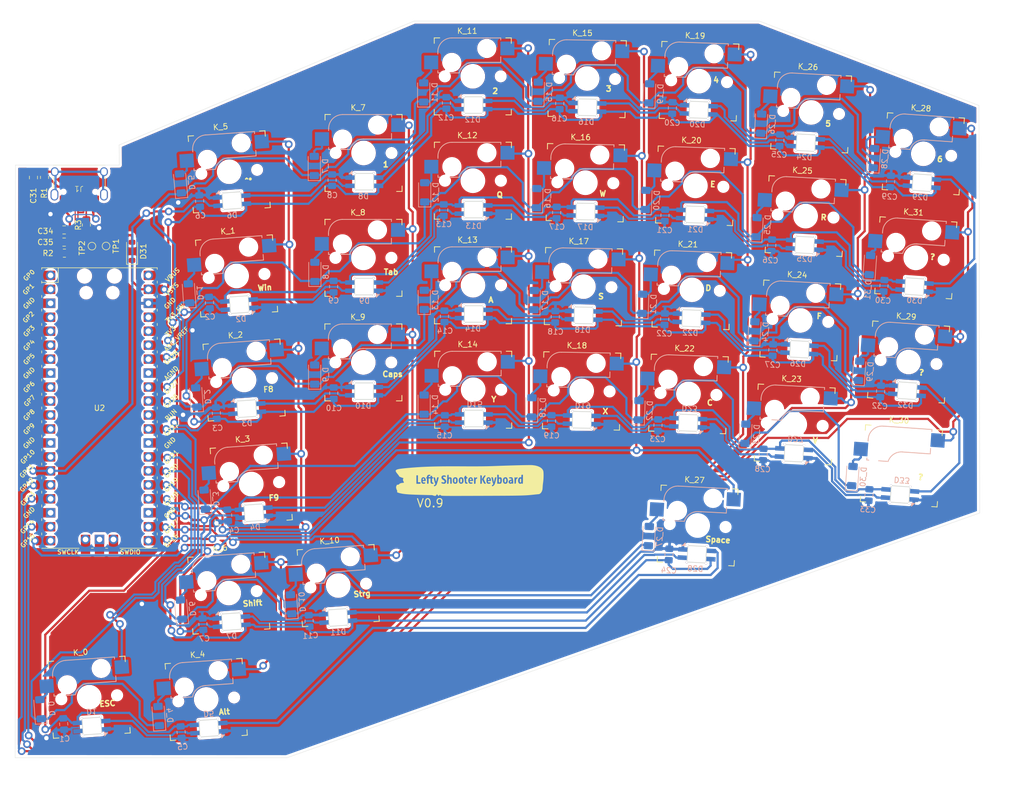
<source format=kicad_pcb>
(kicad_pcb (version 20240108) (generator "pcbnew") (generator_version "8.0")
  (layers (0 "F.Cu" signal) (31 "B.Cu" signal) (34 "B.Paste" user) (35 "F.Paste" user) (36 "B.SilkS" user "B.Silkscreen") (37 "F.SilkS" user "F.Silkscreen") (38 "B.Mask" user) (39 "F.Mask" user) (44 "Edge.Cuts" user))
  (net 0 "")
  (net 1 "col0")
  (net 2 "col1")
  (net 3 "col2")
  (net 4 "col3")
  (net 5 "col4")
  (net 6 "col5")
  (net 7 "col6")
  (net 8 "col7")
  (net 9 "row0")
  (net 10 "row1")
  (net 11 "row2")
  (net 12 "row3")
  (net 13 "row4")
  (net 14 "row5")
  (net 15 "GND")
  (net 16 "+5V")
  (net 17 "Net-(J1-SHIELD)")
  (net 18 "LED")
  (net 19 "Net-(D2-DOUT)")
  (net 20 "Net-(D4-DOUT)")
  (net 21 "Net-(D6-DOUT)")
  (net 22 "Net-(D10-DIN)")
  (net 23 "Net-(D10-DOUT)")
  (net 24 "Net-(D11-DOUT)")
  (net 25 "Net-(D12-DOUT)")
  (net 26 "Net-(D13-DOUT)")
  (net 27 "Net-(D14-DOUT)")
  (net 28 "Net-(D15-DOUT)")
  (net 29 "Net-(D16-DOUT)")
  (net 30 "Net-(D18-DOUT)")
  (net 31 "Net-(D20-DOUT)")
  (net 32 "Net-(D22-DOUT)")
  (net 33 "Net-(D24-DOUT)")
  (net 34 "Net-(D26-DOUT)")
  (net 35 "Net-(D28-DOUT)")
  (net 36 "Net-(D29-DOUT)")
  (net 37 "Net-(J1-CC2)")
  (net 38 "Net-(J1-CC1)")
  (net 67 "Net-(D32-DOUT)")
  (net 68 "VBUS")
  (net 69 "DM")
  (net 70 "DP")
  (net 72 "Net-(D1-DIN)")
  (net 73 "Net-(D2-DIN)")
  (net 74 "Net-(D11-DIN)")
  (net 75 "Net-(D12-DIN)")
  (net 76 "Net-(D13-DIN)")
  (net 77 "Net-(D15-DIN)")
  (net 78 "Net-(D17-DIN)")
  (net 79 "Net-(D19-DIN)")
  (net 80 "Net-(D21-DIN)")
  (net 81 "Net-(D23-DIN)")
  (net 82 "Net-(D25-DIN)")
  (net 83 "Net-(D27-DIN)")
  (net 84 "unconnected-(D_0-A-Pad2)")
  (net 85 "unconnected-(D_1-A-Pad2)")
  (net 86 "unconnected-(D_2-A-Pad2)")
  (net 87 "Net-(D_3-A)")
  (net 88 "unconnected-(D_4-A-Pad2)")
  (net 89 "unconnected-(D_6-A-Pad2)")
  (net 90 "unconnected-(D_8-A-Pad2)")
  (net 91 "unconnected-(D_9-A-Pad2)")
  (net 92 "unconnected-(D_10-A-Pad2)")
  (net 93 "Net-(D_12-A)")
  (net 94 "unconnected-(D_13-A-Pad2)")
  (net 95 "unconnected-(D_14-A-Pad2)")
  (net 96 "unconnected-(D_15-A-Pad2)")
  (net 97 "unconnected-(D_16-A-Pad2)")
  (net 98 "unconnected-(D_17-A-Pad2)")
  (net 99 "unconnected-(D_18-A-Pad2)")
  (net 100 "unconnected-(D_19-A-Pad2)")
  (net 101 "unconnected-(D_20-A-Pad2)")
  (net 102 "unconnected-(D_21-A-Pad2)")
  (net 103 "unconnected-(D_22-A-Pad2)")
  (net 104 "unconnected-(D_23-A-Pad2)")
  (net 105 "unconnected-(D_24-A-Pad2)")
  (net 106 "unconnected-(D_25-A-Pad2)")
  (net 107 "unconnected-(D_26-A-Pad2)")
  (net 108 "unconnected-(D_27-A-Pad2)")
  (net 109 "unconnected-(D_28-A-Pad2)")
  (net 110 "unconnected-(D_29-A-Pad2)")
  (net 111 "unconnected-(D_30-A-Pad2)")
  (net 112 "unconnected-(D_31-A-Pad2)")
  (net 113 "unconnected-(D_11-A-Pad2)")
  (net 114 "unconnected-(K_5-ROW-Pad2)")
  (net 115 "unconnected-(K_7-ROW-Pad2)")
  (footprint "TestPoint:TestPoint_Pad_D1.0mm" (layer "F.Cu") (at 48.206049 77.098406 -90)
    (property "Reference" "TP2")
    (property "Value" "TestPoint")
  )
  (footprint "Keyboard_Pia:USB-C Receptacle" (layer "F.Cu") (at 45.8432 66.1745 180)
    (property "Reference" "J1")
    (property "Value" "USB_C_Receptacle_USB2.0_16P")
  )
  (footprint "KeySwitches_DalePrice:Kailh_socket_MX_optional_pia" (layer "F.Cu") (at 72.158393 63.648667 4)
    (property "Reference" "K_5")
    (property "Value" "KEYSW")
  )
  (footprint "KeySwitches_DalePrice:Kailh_socket_MX_optional_pia" (layer "F.Cu") (at 155.624493 103.941125 -2)
    (property "Reference" "K_22")
    (property "Value" "KEYSW")
  )
  (footprint "KeySwitches_DalePrice:Kailh_socket_MX_optional_pia" (layer "F.Cu") (at 96.547543 79.223843)
    (property "Reference" "K_8")
    (property "Value" "KEYSW")
  )
  (footprint "KeySwitches_DalePrice:Kailh_socket_MX_optional_pia" (layer "F.Cu") (at 116.497249 103.209605)
    (property "Reference" "K_14")
    (property "Value" "KEYSW")
  )
  (footprint "KeySwitches_DalePrice:Kailh_socket_MX_optional_pia" (layer "F.Cu") (at 91.970248 138.896605 4)
    (property "Reference" "K_10")
    (property "Value" "KEYSW")
  )
  (footprint "KeySwitches_DalePrice:Kailh_socket_MX_optional_pia" (layer "F.Cu") (at 136.204884 103.41422 -1)
    (property "Reference" "K_18")
    (property "Value" "KEYSW")
  )
  (footprint "KeySwitches_DalePrice:Kailh_socket_MX_optional_pia" (layer "F.Cu") (at 174.932866 109.474588 -3)
    (property "Reference" "K_23")
    (property "Value" "KEYSW")
  )
  (footprint "Diode_SMD:D_SOD-123" (layer "F.Cu") (at 55.495848 78.038205 90)
    (property "Reference" "D31")
    (property "Value" "1N5817")
  )
  (footprint "KeySwitches_DalePrice:Kailh_socket_MX_optional_pia" (layer "F.Cu") (at 136.87917 65.543215 -1)
    (property "Reference" "K_16")
    (property "Value" "KEYSW")
  )
  (footprint "KeySwitches_DalePrice:Kailh_socket_MX_optional_pia" (layer "F.Cu") (at 46.708893 159.204569 4)
    (property "Reference" "K_0")
    (property "Value" "KEYSW")
  )
  (footprint "Resistor_SMD:R_0805_2012Metric_Pad1.20x1.40mm_HandSolder" (layer "F.Cu") (at 47.1932 73.2536 -90)
    (property "Reference" "R3")
    (property "Value" "5K1")
  )
  (footprint "Resistor_SMD:R_0805_2012Metric_Pad1.20x1.40mm_HandSolder" (layer "F.Cu") (at 39.586499 64.595564 -90)
    (property "Reference" "R1")
    (property "Value" "1M")
  )
  (footprint "Keyboard_Pia:Lefty Shooter Keyboard Logo" (layer "F.Cu") (at 116.7384 119.634)
    (property "Reference" "G***" (hide yes))
    (property "Value" "LOGO" (hide yes))
  )
  (footprint "KeySwitches_DalePrice:Kailh_socket_MX_optional_pia" (layer "F.Cu") (at 116.420762 46.218108)
    (property "Reference" "K_11")
    (property "Value" "KEYSW")
  )
  (footprint "KeySwitches_DalePrice:Kailh_socket_MX_optional_pia" (layer "F.Cu") (at 72.077003 140.261983 4)
    (property "Reference" "K_6")
    (property "Value" "KEYSW")
  )
  (footprint "KeySwitches_DalePrice:Kailh_socket_MX_optional_pia" (layer "F.Cu") (at 198.302912 60.23752 -4)
    (property "Reference" "K_28")
    (property "Value" "KEYSW")
  )
  (footprint "KeySwitches_DalePrice:Kailh_socket_MX_optional_pia" (layer "F.Cu") (at 137.20942 46.59688 -1)
    (property "Reference" "K_15")
    (property "Value" "KEYSW")
  )
  (footprint "KeySwitches_DalePrice:Kailh_socket_MX_optional_pia" (layer "F.Cu") (at 177.914931 52.735705 -3)
    (property "Reference" "K_26")
    (property "Value" "KEYSW")
  )
  (footprint "TestPoint:TestPoint_Pad_D1.0mm" (layer "F.Cu") (at 50.771449 77.073005 -90)
    (property "Reference" "TP1")
    (property "Value" "TestPoint")
  )
  (footprint "KeySwitches_DalePrice:Kailh_socket_MX_optional_pia" (layer "F.Cu") (at 196.939932 79.155693 -4)
    (property "Reference" "K_31")
    (property "Value" "KEYSW")
  )
  (footprint "KeySwitches_DalePrice:Kailh_socket_MX_optional_pia" (layer "F.Cu") (at 156.880758 66.093494 -2)
    (property "Reference" "K_20")
    (property "Value" "KEYSW")
  )
  (footprint "KeySwitches_DalePrice:Kailh_socket_MX_optional_pia" (layer "F.Cu") (at 96.575036 60.157115)
    (property "Reference" "K_7")
    (property "Value" "KEYSW")
  )
  (footprint "KeySwitches_DalePrice:Kailh_socket_MX_optional_pia" (layer "F.Cu") (at 156.23471 85.00999 -2)
    (property "Reference" "K_21")
    (property "Value" "KEYSW")
  )
  (footprint "KeySwitches_DalePrice:Kailh_socket_MX_optional_pia" (layer "F.Cu") (at 136.542338 84.454902 -1)
    (property "Reference" "K_17")
    (property "Value" "KEYSW")
  )
  (footprint "KeySwitches_DalePrice:Kailh_socket_MX_optional_pia" (layer "F.Cu") (at 194.316623 116.988433 -4)
    (property "Reference" "K_30")
    (property "Value" "KEYSW")
  )
  (footprint "KeySwitches_DalePrice:Kailh_socket_MX_optional_pia" (layer "F.Cu") (at 157.54291 47.067338 -2)
    (property "Reference" "K_19")
    (property "Value" "KEYSW")
  )
  (footprint "KeySwitches_DalePrice:Kailh_socket_MX_optional_pia" (layer "F.Cu") (at 195.622728 98.105059 -4)
    (property "Reference" "K_29")
    (property "Value" "KEYSW")
  )
  (footprint "KeySwitches_DalePrice:Kailh_socket_MX_optional_pia" (layer "F.Cu") (at 96.534848 98.242506)
    (property "Reference" "K_9")
    (property "Value" "KEYSW")
  )
  (footprint "KeySwitches_DalePrice:Kailh_socket_MX_optional_pia" (layer "F.Cu") (at 76.161068 120.435742 4)
    (property "Reference" "K_3")
    (property "Value" "KEYSW")
  )
  (footprint "Resistor_SMD:R_0805_2012Metric_Pad1.20x1.40mm_HandSolder" (layer "F.Cu") (at 43.202248 78.368406)
    (property "Reference" "R2")
    (property "Value" "5K1")
  )
  (footprint "Capacitor_SMD:C_0805_2012Metric_Pad1.18x1.45mm_HandSolder" (layer "F.Cu") (at 43.151448 76.361805 180)
    (property "Reference" "C35")
    (property "Value" "100n")
  )
  (footprint "KeySwitches_DalePrice:Kailh_socket_MX_optional_pia" (layer "F.Cu") (at 175.945562 90.557395 -3)
    (property "Reference" "K_24")
    (property "Value" "KEYSW")
  )
  (footprint "KeySwitches_DalePrice:Kailh_socket_MX_optional_pia" (layer "F.Cu") (at 176.905435 71.584283 -3)
    (property "Reference" "K_25")
    (property "Value" "KEYSW")
  )
  (footprint "KeySwitches_DalePrice:Kailh_socket_MX_optional_pia" (layer "F.Cu") (at 116.441534 65.194611)
    (property "Reference" "K_12")
    (property "Value" "KEYSW")
  )
  (footprint "Raspberry:RPi_Pico_SMD_TH" (layer "F.Cu") (at 49.577648 106.537005)
    (property "Reference" "U2")
    (property "Value" "Pico")
  )
  (footprint "KeySwitches_DalePrice:Kailh_socket_MX_optional_pia" (layer "F.Cu") (at 67.976797 159.603134 4)
    (property "Reference" "K_4")
    (property "Value" "KEYSW")
  )
  (footprint "KeySwitches_DalePrice:Kailh_socket_MX_optional_pia" (layer "F.Cu") (at 74.865268 101.511587 4)
    (property "Reference" "K_2")
    (property "Value" "KEYSW")
  )
  (footprint "KeySwitches_DalePrice:Kailh_socket_MX_optional_pia" (layer "F.Cu") (at 157.290767 127.852277 -3)
    (property "Reference" "K_27")
    (property "Value" "KEYSW")
  )
  (footprint "KeySwitches_DalePrice:Kailh_socket_MX_optional_pia" (layer "F.Cu") (at 73.49835 82.583232 4)
    (property "Reference" "K_1")
    (property "Value" "KEYSW")
  )
  (footprint "Capacitor_SMD:C_0805_2012Metric_Pad1.18x1.45mm_HandSolder" (layer "F.Cu") (at 37.577006 64.621017 -90)
    (property "Reference" "C31")
    (property "Value" "20pF")
  )
  (footprint "Capacitor_SMD:C_0805_2012Metric_Pad1.18x1.45mm_HandSolder" (layer "F.Cu") (at 43.151449 74.152006 180)
    (property "Reference" "C34")
    (property "Value" "1u")
  )
  (footprint "KeySwitches_DalePrice:Kailh_socket_MX_optional_pia" (layer "F.Cu") (at 116.468515 84.216484)
    (property "Reference" "K_13")
    (property "Value" "KEYSW")
  )
  (footprint "MX_Alps_Hybrid:SK6803-MINI-E_pia" (layer "B.Cu") (at 157.178664 90.214152 178)
    (property "Reference" "D22")
    (property "Value" "SK6812MINI" (hide yes))
    (fp_line (start 1.7 -1.5) (end 1.7 1.5) (stroke (width 0.12)) (layer "Edge.Cuts"))
    (fp_line (start 1.7 1.5) (end -1.7 1.5) (stroke (width 0.12)) (layer "Edge.Cuts"))
    (fp_line (start -1.7 -1.5) (end 1.7 -1.5) (stroke (width 0.12)) (layer "Edge.Cuts"))
    (fp_line (start -1.7 1.5) (end -1.7 -1.5) (stroke (width 0.12)) (layer "Edge.Cuts"))
  )
  (footprint "MX_Alps_Hybrid:SK6803-MINI-E_pia" (layer "B.Cu") (at 137.576189 89.686733 179)
    (property "Reference" "D18")
    (property "Value" "SK6812MINI" (hide yes))
    (fp_line (start 1.7 -1.5) (end 1.7 1.5) (stroke (width 0.12)) (layer "Edge.Cuts"))
    (fp_line (start 1.7 1.5) (end -1.7 1.5) (stroke (width 0.12)) (layer "Edge.Cuts"))
    (fp_line (start -1.7 -1.5) (end 1.7 -1.5) (stroke (width 0.12)) (layer "Edge.Cuts"))
    (fp_line (start -1.7 1.5) (end -1.7 -1.5) (stroke (width 0.12)) (layer "Edge.Cuts"))
  )
  (footprint "Diode_SMD:D_MiniMELF" (layer "B.Cu") (at 108.579167 105.920043 90)
    (property "Reference" "D_14")
    (property "Value" "D")
  )
  (footprint "MX_Alps_Hybrid:SK6803-MINI-E_pia" (layer "B.Cu") (at 157.822732 71.354297 -2)
    (property "Reference" "D21")
    (property "Value" "SK6812MINI" (hide yes))
    (fp_line (start -1.7 1.5) (end -1.7 -1.5) (stroke (width 0.12)) (layer "Edge.Cuts"))
    (fp_line (start -1.7 -1.5) (end 1.7 -1.5) (stroke (width 0.12)) (layer "Edge.Cuts"))
    (fp_line (start 1.7 1.5) (end -1.7 1.5) (stroke (width 0.12)) (layer "Edge.Cuts"))
    (fp_line (start 1.7 -1.5) (end 1.7 1.5) (stroke (width 0.12)) (layer "Edge.Cuts"))
  )
  (footprint "MX_Alps_Hybrid:SK6803-MINI-E_pia" (layer "B.Cu") (at 137.912487 70.805527 -1)
    (property "Reference" "D17")
    (property "Value" "SK6812MINI" (hide yes))
    (fp_line (start -1.7 1.5) (end -1.7 -1.5) (stroke (width 0.12)) (layer "Edge.Cuts"))
    (fp_line (start -1.7 -1.5) (end 1.7 -1.5) (stroke (width 0.12)) (layer "Edge.Cuts"))
    (fp_line (start 1.7 1.5) (end -1.7 1.5) (stroke (width 0.12)) (layer "Edge.Cuts"))
    (fp_line (start 1.7 -1.5) (end 1.7 1.5) (stroke (width 0.12)) (layer "Edge.Cuts"))
  )
  (footprint "Diode_SMD:D_MiniMELF" (layer "B.Cu") (at 88.617446 62.518807 90)
    (property "Reference" "D_7")
    (property "Value" "D")
  )
  (footprint "Capacitor_SMD:C_0805_2012Metric_Pad1.18x1.45mm_HandSolder" (layer "B.Cu") (at 170.2054 114.9858 -93)
    (property "Reference" "C28")
    (property "Value" "100n")
  )
  (footprint "Capacitor_SMD:C_0805_2012Metric_Pad1.18x1.45mm_HandSolder" (layer "B.Cu") (at 131.7244 108.8898 -91)
    (property "Reference" "C19")
    (property "Value" "100n")
  )
  (footprint "Diode_SMD:D_MiniMELF" (layer "B.Cu") (at 186.404467 118.912328 86)
    (property "Reference" "D_30")
    (property "Value" "D")
  )
  (footprint "Capacitor_SMD:C_0805_2012Metric_Pad1.18x1.45mm_HandSolder" (layer "B.Cu") (at 92.1512 103.8352 90)
    (property "Reference" "C10")
    (property "Value" "100n")
  )
  (footprint "MX_Alps_Hybrid:SK6803-MINI-E_pia" (layer "B.Cu") (at 138.242817 51.854629 179)
    (property "Reference" "D16")
    (property "Value" "SK6812MINI" (hide yes))
    (fp_line (start 1.7 -1.5) (end 1.7 1.5) (stroke (width 0.12)) (layer "Edge.Cuts"))
    (fp_line (start 1.7 1.5) (end -1.7 1.5) (stroke (width 0.12)) (layer "Edge.Cuts"))
    (fp_line (start -1.7 -1.5) (end 1.7 -1.5) (stroke (width 0.12)) (layer "Edge.Cuts"))
    (fp_line (start -1.7 1.5) (end -1.7 -1.5) (stroke (width 0.12)) (layer "Edge.Cuts"))
  )
  (footprint "Capacitor_SMD:C_0805_2012Metric_Pad1.18x1.45mm_HandSolder" (layer "B.Cu") (at 191.5414 103.505 86)
    (property "Reference" "C32")
    (property "Value" "100n")
  )
  (footprint "Capacitor_SMD:C_0805_2012Metric_Pad1.18x1.45mm_HandSolder" (layer "B.Cu") (at 152.3492 71.501 -92)
    (property "Reference" "C21")
    (property "Value" "100n")
  )
  (footprint "MX_Alps_Hybrid:SK6803-MINI-E_pia" (layer "B.Cu") (at 97.700036 65.379171 180)
    (property "Reference" "D8")
    (property "Value" "SK6812MINI" (hide yes))
    (fp_line (start 1.7 1.5) (end -1.7 1.5) (stroke (width 0.12)) (layer "Edge.Cuts"))
    (fp_line (start 1.7 -1.5) (end 1.7 1.5) (stroke (width 0.12)) (layer "Edge.Cuts"))
    (fp_line (start -1.7 1.5) (end -1.7 -1.5) (stroke (width 0.12)) (layer "Edge.Cuts"))
    (fp_line (start -1.7 -1.5) (end 1.7 -1.5) (stroke (width 0.12)) (layer "Edge.Cuts"))
  )
  (footprint "Diode_SMD:D_MiniMELF" (layer "B.Cu") (at 128.147156 106.415721 89)
    (property "Reference" "D_18")
    (property "Value" "D")
  )
  (footprint "MX_Alps_Hybrid:SK6803-MINI-E_pia" (layer "B.Cu") (at 195.075149 122.268539 -4)
    (property "Reference" "D33")
    (property "Value" "SK6812MINI" (hide yes))
    (fp_line (start -1.7 1.5) (end -1.7 -1.5) (stroke (width 0.12)) (layer "Edge.Cuts"))
    (fp_line (start -1.7 -1.5) (end 1.7 -1.5) (stroke (width 0.12)) (layer "Edge.Cuts"))
    (fp_line (start 1.7 1.5) (end -1.7 1.5) (stroke (width 0.12)) (layer "Edge.Cuts"))
    (fp_line (start 1.7 -1.5) (end 1.7 1.5) (stroke (width 0.12)) (layer "Edge.Cuts"))
  )
  (footprint "MX_Alps_Hybrid:SK6803-MINI-E_pia" (layer "B.Cu") (at 177.953017 58.279919 177)
    (property "Reference" "D24")
    (property "Value" "SK6812MINI" (hide yes))
    (fp_line (start 1.7 -1.5) (end 1.7 1.5) (stroke (width 0.12)) (layer "Edge.Cuts"))
    (fp_line (start 1.7 1.5) (end -1.7 1.5) (stroke (width 0.12)) (layer "Edge.Cuts"))
    (fp_line (start -1.7 -1.5) (end 1.7 -1.5) (stroke (width 0.12)) (layer "Edge.Cuts"))
    (fp_line (start -1.7 1.5) (end -1.7 -1.5) (stroke (width 0.12)) (layer "Edge.Cuts"))
  )
  (footprint "Diode_SMD:D_MiniMELF" (layer "B.Cu") (at 108.604567 86.870043 90)
    (property "Reference" "D_13")
    (property "Value" "D")
  )
  (footprint "Diode_SMD:D_MiniMELF" (layer "B.Cu") (at 38.862 161.3154 94)
    (property "Reference" "D_0")
    (property "Value" "D")
  )
  (footprint "Capacitor_SMD:C_0805_2012Metric_Pad1.18x1.45mm_HandSolder" (layer "B.Cu") (at 193.3448 65.3288 86)
    (property "Reference" "C29")
    (property "Value" "100n")
  )
  (footprint "Capacitor_SMD:C_0805_2012Metric_Pad1.18x1.45mm_HandSolder" (layer "B.Cu") (at 43.074571 164.001373 -86)
    (property "Reference" "C1")
    (property "Value" "100n")
  )
  (footprint "Diode_SMD:D_MiniMELF" (layer "B.Cu") (at 169.833901 54.825661 87)
    (property "Reference" "D_26")
    (property "Value" "D")
  )
  (footprint "MX_Alps_Hybrid:SK6803-MINI-E_pia" (layer "B.Cu") (at 69.46405 164.744313 4)
    (property "Reference" "D5")
    (property "Value" "SK6812MINI" (hide yes))
    (fp_line (start -1.7 -1.5) (end 1.7 -1.5) (stroke (width 0.12)) (layer "Edge.Cuts"))
    (fp_line (start -1.7 1.5) (end -1.7 -1.5) (stroke (width 0.12)) (layer "Edge.Cuts"))
    (fp_line (start 1.7 -1.5) (end 1.7 1.5) (stroke (width 0.12)) (layer "Edge.Cuts"))
    (fp_line (start 1.7 1.5) (end -1.7 1.5) (stroke (width 0.12)) (layer "Edge.Cuts"))
  )
  (footprint "Diode_SMD:D_MiniMELF" (layer "B.Cu") (at 168.618084 92.584578 87)
    (property "Reference" "D_24")
    (property "Value" "D")
  )
  (footprint "MX_Alps_Hybrid:SK6803-MINI-E_pia" (layer "B.Cu") (at 199.059198 65.549688 176)
    (property "Reference" "D29")
    (property "Value" "SK6812MINI" (hide yes))
    (fp_line (start 1.7 -1.5) (end 1.7 1.5) (stroke (width 0.12)) (layer "Edge.Cuts"))
    (fp_line (start 1.7 1.5) (end -1.7 1.5) (stroke (width 0.12)) (layer "Edge.Cuts"))
    (fp_line (start -1.7 -1.5) (end 1.7 -1.5) (stroke (width 0.12)) (layer "Edge.Cuts"))
    (fp_line (start -1.7 1.5) (end -1.7 -1.5) (stroke (width 0.12)) (layer "Edge.Cuts"))
  )
  (footprint "Diode_SMD:D_MiniMELF" (layer "B.Cu") (at 108.502967 49.151043 90)
    (property "Reference" "D_11")
    (property "Value" "D")
  )
  (footprint "Diode_SMD:D_MiniMELF" (layer "B.Cu") (at 84.403391 142.229079 94)
    (property "Reference" "D_10")
    (property "Value" "D")
  )
  (footprint "Diode_SMD:D_MiniMELF" (layer "B.Cu") (at 88.71634 81.780489 90)
    (property "Reference" "D_8")
    (property "Value" "D")
  )
  (footprint "MX_Alps_Hybrid:SK6803-MINI-E_pia" (layer "B.Cu") (at 197.697428 84.45054 -4)
    (property "Reference" "D30")
    (property "Value" "SK6812MINI" (hide yes))
    (fp_line (start -1.7 1.5) (end -1.7 -1.5) (stroke (width 0.12)) (layer "Edge.Cuts"))
    (fp_line (start -1.7 -1.5) (end 1.7 -1.5) (stroke (width 0.12)) (layer "Edge.Cuts"))
    (fp_line (start 1.7 1.5) (end -1.7 1.5) (stroke (width 0.12)) (layer "Edge.Cuts"))
    (fp_line (start 1.7 -1.5) (end 1.7 1.5) (stroke (width 0.12)) (layer "Edge.Cuts"))
  )
  (footprint "MX_Alps_Hybrid:SK6803-MINI-E_pia" (layer "B.Cu") (at 158.485587 52.307991 178)
    (property "Reference" "D20")
    (property "Value" "SK6812MINI" (hide yes))
    (fp_line (start 1.7 -1.5) (end 1.7 1.5) (stroke (width 0.12)) (layer "Edge.Cuts"))
    (fp_line (start 1.7 1.5) (end -1.7 1.5) (stroke (width 0.12)) (layer "Edge.Cuts"))
    (fp_line (start -1.7 -1.5) (end 1.7 -1.5) (stroke (width 0.12)) (layer "Edge.Cuts"))
    (fp_line (start -1.7 1.5) (end -1.7 -1.5) (stroke (width 0.12)) (layer "Edge.Cuts"))
  )
  (footprint "Diode_SMD:D_MiniMELF" (layer "B.Cu") (at 65.841406 85.690324 94)
    (property "Reference" "D_1")
    (property "Value" "D")
  )
  (footprint "Diode_SMD:D_MiniMELF" (layer "B.Cu") (at 64.445602 143.190892 95)
    (property "Reference" "D_6")
    (property "Value" "D")
  )
  (footprint "MX_Alps_Hybrid:SK6803-MINI-E_pia" (layer "B.Cu") (at 97.659849 103.478208 180)
    (property "Reference" "D10")
    (property "Value" "SK6812MINI" (hide yes))
    (fp_line (start 1.7 1.5) (end -1.7 1.5) (stroke (width 0.12)) (layer "Edge.Cuts"))
    (fp_line (start 1.7 -1.5) (end 1.7 1.5) (stroke (width 0.12)) (layer "Edge.Cuts"))
    (fp_line (start -1.7 1.5) (end -1.7 -1.5) (stroke (width 0.12)) (layer "Edge.Cuts"))
    (fp_line (start -1.7 -1.5) (end 1.7 -1.5) (stroke (width 0.12)) (layer "Edge.Cuts"))
  )
  (footprint "Capacitor_SMD:C_0805_2012Metric_Pad1.18x1.45mm_HandSolder" (layer "B.Cu") (at 112.6236 51.054 90)
    (property "Reference" "C12")
    (property "Value" "100n")
  )
  (footprint "Capacitor_SMD:C_0805_2012Metric_Pad1.18x1.45mm_HandSolder" (layer "B.Cu") (at 64.4144 165.481 -85)
    (property "Reference" "C5")
    (property "Value" "100n")
  )
  (footprint "Capacitor_SMD:C_0805_2012Metric_Pad1.18x1.45mm_HandSolder" (layer "B.Cu") (at 87.6808 145.2626 94)
    (property "Reference" "C11")
    (property "Value" "100n")
  )
  (footprint "Capacitor_SMD:C_0805_2012Metric_Pad1.18x1.45mm_HandSolder" (layer "B.Cu") (at 132.6642 70.993 -91)
    (property "Reference" "C17")
    (property "Value" "100n")
  )
  (footprint "MX_Alps_Hybrid:SK6803-MINI-E_pia" (layer "B.Cu") (at 76.352669 106.654843 -176)
    (property "Reference" "D3")
    (property "Value" "SK6812MINI" (hide yes))
    (fp_line (start 1.7 1.5) (end -1.7 1.5) (stroke (width 0.12)) (layer "Edge.Cuts"))
    (fp_line (start 1.7 -1.5) (end 1.7 1.5) (stroke (width 0.12)) (layer "Edge.Cuts"))
    (fp_line (start -1.7 1.5) (end -1.7 -1.5) (stroke (width 0.12)) (layer "Edge.Cuts"))
    (fp_line (start -1.7 -1.5) (end 1.7 -1.5) (stroke (width 0.12)) (layer "Edge.Cuts"))
  )
  (footprint "MX_Alps_Hybrid:SK6803-MINI-E_pia" (layer "B.Cu") (at 73.648078 68.824587 -176)
    (property "Reference" "D6")
    (property "Value" "SK6812MINI" (hide yes))
    (fp_line (start 1.7 1.5) (end -1.7 1.5) (stroke (width 0.12)) (layer "Edge.Cuts"))
    (fp_line (start 1.7 -1.5) (end 1.7 1.5) (stroke (width 0.12)) (layer "Edge.Cuts"))
    (fp_line (start -1.7 1.5) (end -1.7 -1.5) (stroke (width 0.12)) (layer "Edge.Cuts"))
    (fp_line (start -1.7 -1.5) (end 1.7 -1.5) (stroke (width 0.12)) (layer "Edge.Cuts"))
  )
  (footprint "Capacitor_SMD:C_0805_2012Metric_Pad1.18x1.45mm_HandSolder" (layer "B.Cu") (at 68.3768 145.8468 94)
    (property "Reference" "C7")
    (property "Value" "100n")
  )
  (footprint "Capacitor_SMD:C_0805_2012Metric_Pad1.18x1.45mm_HandSolder" (layer "B.Cu") (at 189.4332 122.3518 -94)
    (property "Reference" "C33")
    (property "Value" "100n")
  )
  (footprint "MX_Alps_Hybrid:SK6803-MINI-E_pia" (layer "B.Cu") (at 158.1404 133.136059 177)
    (property "Reference" "D28")
    (property "Value" "SK6812MINI" (hide yes))
    (fp_line (start 1.7 -1.5) (end 1.7 1.5) (stroke (width 0.12)) (layer "Edge.Cuts"))
    (fp_line (start 1.7 1.5) (end -1.7 1.5) (stroke (width 0.12)) (layer "Edge.Cuts"))
    (fp_line (start -1.7 -1.5) (end 1.7 -1.5) (stroke (width 0.12)) (layer "Edge.Cuts"))
    (fp_line (start -1.7 1.5) (end -1.7 -1.5) (stroke (width 0.12)) (layer "Edge.Cuts"))
  )
  (footprint "Diode_SMD:D_MiniMELF" (layer "B.Cu") (at 149.512671 49.324859 88)
    (property "Reference" "D_19")
    (property "Value" "D")
  )
  (footprint "Diode_SMD:D_MiniMELF" (layer "B.Cu") (at 67.182686 104.613537 94)
    (property "Reference" "D_2")
    (property "Value" "D")
  )
  (footprint "MX_Alps_Hybrid:SK6803-MINI-E_pia" (layer "B.Cu") (at 137.238089 108.682925 -1)
    (property "Reference" "D19")
    (property "Value" "SK6812MINI" (hide yes))
    (fp_line (start -1.7 1.5) (end -1.7 -1.5) (stroke (width 0.12)) (layer "Edge.Cuts"))
    (fp_line (start -1.7 -1.5) (end 1.7 -1.5) (stroke (width 0.12)) (layer "Edge.Cuts"))
    (fp_line (start 1.7 1.5) (end -1.7 1.5) (stroke (width 0.12)) (layer "Edge.Cuts"))
    (fp_line (start 1.7 -1.5) (end 1.7 1.5) (stroke (width 0.12)) (layer "Edge.Cuts"))
  )
  (footprint "Capacitor_SMD:C_0805_2012Metric_Pad1.18x1.45mm_HandSolder" (layer "B.Cu") (at 173.228 57.8358 87)
    (property "Reference" "C25")
    (property "Value" "100n")
  )
  (footprint "Diode_SMD:D_MiniMELF" (layer "B.Cu") (at 88.683741 100.460785 90)
    (property "Reference" "D_9")
    (property "Value" "D")
  )
  (footprint "Diode_SMD:D_MiniMELF" (layer "B.Cu") (at 148.252949 87.582 88)
    (property "Reference" "D_21")
    (property "Value" "D")
  )
  (footprint "MX_Alps_Hybrid:SK6803-MINI-E_pia" (layer "B.Cu") (at 156.565792 109.221296 -2)
    (property "Reference" "D23")
    (property "Value" "SK6812MINI" (hide yes))
    (fp_line (start -1.7 1.5) (end -1.7 -1.5) (stroke (width 0.12)) (layer "Edge.Cuts"))
    (fp_line (start -1.7 -1.5) (end 1.7 -1.5) (stroke (width 0.12)) (layer "Edge.Cuts"))
    (fp_line (start 1.7 1.5) (end -1.7 1.5) (stroke (width 0.12)) (layer "Edge.Cuts"))
    (fp_line (start 1.7 -1.5) (end 1.7 1.5) (stroke (width 0.12)) (layer "Edge.Cuts"))
  )
  (footprint "Capacitor_SMD:C_0805_2012Metric_Pad1.18x1.45mm_HandSolder" (layer "B.Cu") (at 192.151 84.3026 -94)
    (property "Reference" "C30")
    (property "Value" "100n")
  )
  (footprint "MX_Alps_Hybrid:SK6803-MINI-E_pia" (layer "B.Cu") (at 177.754138 76.885807 -3)
    (property "Reference" "D25")
    (property "Value" "SK6812MINI" (hide yes))
    (fp_line (start -1.7 1.5) (end -1.7 -1.5) (stroke (width 0.12)) (layer "Edge.Cuts"))
    (fp_line (start -1.7 -1.5) (end 1.7 -1.5) (stroke (width 0.12)) (layer "Edge.Cuts"))
    (fp_line (start 1.7 1.5) (end -1.7 1.5) (stroke (width 0.12)) (layer "Edge.Cuts"))
    (fp_line (start 1.7 -1.5) (end 1.7 1.5) (stroke (width 0.12)) (layer "Edge.Cuts"))
  )
  (footprint "Diode_SMD:D_MiniMELF" (layer "B.Cu") (at 64.2874 65.6844 95)
    (property "Reference" "D_5")
    (property "Value" "D")
  )
  (footprint "MX_Alps_Hybrid:SK6803-MINI-E_pia" (layer "B.Cu") (at 97.672543 84.460888)
    (property "Reference" "D9")
    (property "Value" "SK6812MINI" (hide yes))
    (fp_line (start -1.7 -1.5) (end 1.7 -1.5) (stroke (width 0.12)) (layer "Edge.Cuts"))
    (fp_line (start -1.7 1.5) (end -1.7 -1.5) (stroke (width 0.12)) (layer "Edge.Cuts"))
    (fp_line (start 1.7 -1.5) (end 1.7 1.5) (stroke (width 0.12)) (layer "Edge.Cuts"))
    (fp_line (start 1.7 1.5) (end -1.7 1.5) (stroke (width 0.12)) (layer "Edge.Cuts"))
  )
  (footprint "Capacitor_SMD:C_0805_2012Metric_Pad1.18x1.45mm_HandSolder" (layer "B.Cu") (at 153.6954 51.9684 88)
    (property "Reference" "C20")
    (property "Value" "100n")
  )
  (footprint "Capacitor_SMD:C_0805_2012Metric_Pad1.18x1.45mm_HandSolder" (layer "B.Cu") (at 67.781473 68.900145 94)
    (property "Reference" "C6")
    (property "Value" "100n")
  )
  (footprint "Capacitor_SMD:C_0805_2012Metric_Pad1.18x1.45mm_HandSolder" (layer "B.Cu") (at 153.0858 133.1722 87)
    (property "Reference" "C24")
    (property "Value" "100n")
  )
  (footprint "Capacitor_SMD:C_0805_2012Metric_Pad1.18x1.45mm_HandSolder" (layer "B.Cu") (at 112.268 89.8652 90)
    (property "Reference" "C14")
    (property "Value" "100n")
  )
  (footprint "Diode_SMD:D_MiniMELF" (layer "B.Cu") (at 128.563774 86.913822 89)
    (property "Reference" "D_17")
    (property "Value" "D")
  )
  (footprint "MX_Alps_Hybrid:SK6803-MINI-E_pia" (layer "B.Cu") (at 117.622247 108.435874)
    (property "Reference" "D15")
    (property "Value" "SK6812MINI" (hide yes))
    (fp_line (start -1.7 -1.5) (end 1.7 -1.5) (stroke (width 0.12)) (layer "Edge.Cuts"))
    (fp_line (start -1.7 1.5) (end -1.7 -1.5) (stroke (width 0.12)) (layer "Edge.Cuts"))
    (fp_line (start 1.7 -1.5) (end 1.7 1.5) (stroke (width 0.12)) (layer "Edge.Cuts"))
    (fp_line (start 1.7 1.5) (end -1.7 1.5) (stroke (width 0.12)) (layer "Edge.Cuts"))
  )
  (footprint "Capacitor_SMD:C_0805_2012Metric_Pad1.18x1.45mm_HandSolder" (layer "B.Cu") (at 152.2984 90.3732 88)
    (property "Reference" "C22")
    (property "Value" "100n")
  )
  (footprint "Diode_SMD:D_MiniMELF" (layer "B.Cu") (at 148.836312 68.693253 88)
    (property "Reference" "D_20")
    (property "Value" "D")
  )
  (footprint "Diode_SMD:D_MiniMELF" (layer "B.Cu") (at 108.680767 67.312043 90)
    (property "Reference" "D_12")
    (property "Value" "D")
  )
  (footprint "Capacitor_SMD:C_0805_2012Metric_Pad1.18x1.45mm_HandSolder" (layer "B.Cu") (at 92.1258 84.455 -90)
    (property "Reference" "C9")
    (property "Value" "100n")
  )
  (footprint "Capacitor_SMD:C_0805_2012Metric_Pad1.18x1.45mm_HandSolder" (layer "B.Cu") (at 72.8726 126.0602 -86)
    (property "Reference" "C4")
    (property "Value" "100n")
  )
  (footprint "Diode_SMD:D_MiniMELF" (layer "B.Cu") (at 147.576589 106.950394 88)
    (property "Reference" "D_22")
    (property "Value" "D")
  )
  (footprint "Diode_SMD:D_MiniMELF" (layer "B.Cu") (at 168.999729 73.654608 87)
    (property "Reference" "D_25")
    (property "Value" "D")
  )
  (footprint "MX_Alps_Hybrid:SK6803-MINI-E_pia" (layer "B.Cu") (at 175.782112 114.765714 -3)
    (property "Reference" "D27")
    (property "Value" "SK6812MINI" (hide yes))
    (fp_line (start -1.7 1.5) (end -1.7 -1.5) (stroke (width 0.12)) (layer "Edge.Cuts"))
    (fp_line (start -1.7 -1.5) (end 1.7 -1.5) (stroke (width 0.12)) (layer "Edge.Cuts"))
    (fp_line (start 1.7 1.5) (end -1.7 1.5) (stroke (width 0.12)) (layer "Edge.Cuts"))
    (fp_line (start 1.7 -1.5) (end 1.7 1.5) (stroke (width 0.12)) (layer "Edge.Cuts"))
  )
  (footprint "MX_Alps_Hybrid:SK6803-MINI-E_pia" (layer "B.Cu") (at 117.566534 70.441387)
    (property "Reference" "D13")
    (property "Value" "SK6812MINI" (hide yes))
    (fp_line (start -1.7 -1.5) (end 1.7 -1.5) (stroke (width 0.12)) (layer "Edge.Cuts"))
    (fp_line (start -1.7 1.5) (end -1.7 -1.5) (stroke (width 0.12)) (layer "Edge.Cuts"))
    (fp_line (start 1.7 -1.5) (end 1.7 1.5) (stroke (width 0.12)) (layer "Edge.Cuts"))
    (fp_line (start 1.7 1.5) (end -1.7 1.5) (stroke (width 0.12)) (layer "Edge.Cuts"))
  )
  (footprint "Capacitor_SMD:C_0805_2012Metric_Pad1.18x1.45mm_HandSolder" (layer "B.Cu") (at 91.853254 65.089635 90)
    (property "Reference" "C8")
    (property "Value" "100n")
  )
  (footprint "MX_Alps_Hybrid:SK6803-MINI-E_pia" (layer "B.Cu") (at 117.54576 51.433136 180)
    (property "Reference" "D12")
    (property "Value" "SK6812MINI" (hide yes))
    (fp_line (start 1.7 1.5) (end -1.7 1.5) (stroke (width 0.12)) (layer "Edge.Cuts"))
    (fp_line (start 1.7 -1.5) (end 1.7 1.5) (stroke (width 0.12)) (layer "Edge.Cuts"))
    (fp_line (start -1.7 1.5) (end -1.7 -1.5) (stroke (width 0.12)) (layer "Edge.Cuts"))
    (fp_line (start -1.7 -1.5) (end 1.7 -1.5) (stroke (width 0.12)) (layer "Edge.Cuts"))
  )
  (footprint "MX_Alps_Hybrid:SK6803-MINI-E_pia" (layer "B.Cu") (at 196.380872 103.390637 176)
    (property "Reference" "D32")
    (property "Value" "SK6812MINI" (hide yes))
    (fp_line (start 1.7 -1.5) (end 1.7 1.5) (stroke (width 0.12)) (layer "Edge.Cuts"))
    (fp_line (start 1.7 1.5) (end -1.7 1.5) (stroke (width 0.12)) (layer "Edge.Cuts"))
    (fp_line (start -1.7 -1.5) (end 1.7 -1.5) (stroke (width 0.12)) (layer "Edge.Cuts"))
    (fp_line (start -1.7 1.5) (end -1.7 -1.5) (stroke (width 0.12)) (layer "Edge.Cuts"))
  )
  (footprint "Diode_SMD:D_MiniMELF" (layer "B.Cu") (at 190.322841 61.095179 86)
    (property "Reference" "D_28")
    (property "Value" "D")
  )
  (footprint "Diode_SMD:D_MiniMELF" (layer "B.Cu") (at 60.340977 162.555975 94)
    (property "Reference" "D_4")
    (property "Value" "D")
  )
  (footprint "Diode_SMD:D_MiniMELF" (layer "B.Cu") (at 68.707 123.19 94)
    (property "Reference" "D_3")
    (property "Value" "D")
  )
  (footprint "Capacitor_SMD:C_0805_2012Metric_Pad1.18x1.45mm_HandSolder" (layer "B.Cu") (at 112.3442 108.8898 -90)
    (property "Reference" "C15")
    (property "Value" "100n")
  )
  (footprint "MX_Alps_Hybrid:SK6803-MINI-E_pia" (layer "B.Cu") (at 176.795026 95.844395 177)
    (property "Reference" "D26")
    (property "Value" "SK6812MINI" (hide yes))
    (fp_line (start 1.7 -1.5) (end 1.7 1.5) (stroke (width 0.12)) (layer "Edge.Cuts"))
    (fp_line (start 1.7 1.5) (end -1.7 1.5) (stroke (width 0.12)) (layer "Edge.Cuts"))
    (fp_line (start -1.7 -1.5) (end 1.7 -1.5) (stroke (width 0.12)) (layer "Edge.Cuts"))
    (fp_line (start -1.7 1.5) (end -1.7 -1.5) (stroke (width 0.12)) (layer "Edge.Cuts"))
  )
  (footprint "MX_Alps_Hybrid:SK6803-MINI-E_pia" (layer "B.Cu") (at 73.562866 145.383289 -176)
    (property "Reference" "D7")
    (property "Value" "SK6812MINI" (hide yes))
    (fp_line (start 1.7 1.5) (end -1.7 1.5) (stroke (width 0.12)) (layer "Edge.Cuts"))
    (fp_line (start 1.7 -1.5) (end 1.7 1.5) (stroke (width 0.12)) (layer "Edge.Cuts"))
    (fp_line (start -1.7 1.5) (end -1.7 -1.5) (stroke (width 0.12)) (layer "Edge.Cuts"))
    (fp_line (start -1.7 -1.5) (end 1.7 -1.5) (stroke (width 0.12)) (layer "Edge.Cuts"))
  )
  (footprint "Capacitor_SMD:C_0805_2012Metric_Pad1.18x1.45mm_HandSolder" (layer "B.Cu") (at 69.5706 87.376 -86)
    (property "Reference" "C2")
    (property "Value" "100n")
  )
  (footprint "Capacitor_SMD:C_0805_2012Metric_Pad1.18x1.45mm_HandSolder" (layer "B.Cu") (at 151.0792 109.6518 -92)
    (property "Reference" "C23")
    (property "Value" "100n")
  )
  (footprint "Diode_SMD:D_MiniMELF" (layer "B.Cu") (at 129.04391 68.376378 89)
    (property "Reference" "D_16")
    (property "Value" "D")
  )
  (footprint "MX_Alps_Hybrid:SK6803-MINI-E_pia" (layer "B.Cu") (at 92.926312 144.632324 -176)
    (property "Reference" "D11")
    (property "Value" "SK6812MINI" (hide yes))
    (fp_line (start 1.7 1.5) (end -1.7 1.5) (stroke (width 0.12)) (layer "Edge.Cuts"))
    (fp_line (start 1.7 -1.5) (end 1.7 1.5) (stroke (width 0.12)) (layer "Edge.Cuts"))
    (fp_line (start -1.7 1.5) (end -1.7 -1.5) (stroke (width 0.12)) (layer "Edge.Cuts"))
    (fp_line (start -1.7 -1.5) (end 1.7 -1.5) (stroke (width 0.12)) (layer "Edge.Cuts"))
  )
  (footprint "MX_Alps_Hybrid:SK6803-MINI-E_pia" (layer "B.Cu") (at 77.64905 125.587331 4)
    (property "Reference" "D4")
    (property "Value" "SK6812MINI" (hide yes))
    (fp_line (start -1.7 -1.5) (end 1.7 -1.5) (stroke (width 0.12)) (layer "Edge.Cuts"))
    (fp_line (start -1.7 1.5) (end -1.7 -1.5) (stroke (width 0.12)) (layer "Edge.Cuts"))
    (fp_line (start 1.7 -1.5) (end 1.7 1.5) (stroke (width 0.12)) (layer "Edge.Cuts"))
    (fp_line (start 1.7 1.5) (end -1.7 1.5) (stroke (width 0.12)) (layer "Edge.Cuts"))
  )
  (footprint "Capacitor_SMD:C_0805_2012Metric_Pad1.18x1.45mm_HandSolder" (layer "B.Cu") (at 112.141 70.5358 -90)
    (property "Reference" "C13")
    (property "Value" "100n")
  )
  (footprint "MX_Alps_Hybrid:SK6803-MINI-E_pia" (layer "B.Cu") (at 48.198063 164.373169 4)
    (property "Reference" "D1")
    (property "Value" "SK6812MINI" (hide yes))
    (fp_line (start -1.7 -1.5) (end 1.7 -1.5) (stroke (width 0.12)) (layer "Edge.Cuts"))
    (fp_line (start -1.7 1.5) (end -1.7 -1.5) (stroke (width 0.12)) (layer "Edge.Cuts"))
    (fp_line (start 1.7 -1.5) (end 1.7 1.5) (stroke (width 0.12)) (layer "Edge.Cuts"))
    (fp_line (start 1.7 1.5) (end -1.7 1.5) (stroke (width 0.12)) (layer "Edge.Cuts"))
  )
  (footprint "Capacitor_SMD:C_0805_2012Metric_Pad1.18x1.45mm_HandSolder" (layer "B.Cu") (at 133.227261 51.149364 89)
    (property "Reference" "C16")
    (property "Value" "100n")
  )
  (footprint "Diode_SMD:D_MiniMELF" (layer "B.Cu") (at 189.597301 80.535164 86)
    (property "Reference" "D_31")
    (property "Value" "D")
  )
  (footprint "Capacitor_SMD:C_0805_2012Metric_Pad1.18x1.45mm_HandSolder" (layer "B.Cu") (at 171.7548 76.9366 -93)
    (property "Reference" "C26")
    (property "Value" "100n")
  )
  (footprint "Diode_SMD:D_MiniMELF" (layer "B.Cu") (at 129.30137 49.023124 89)
    (property "Reference" "D_15")
    (property "Value" "D")
  )
  (footprint "Capacitor_SMD:C_0805_2012Metric_Pad1.18x1.45mm_HandSolder" (layer "B.Cu") (at 132.4102 89.9414 89)
    (property "Reference" "C18")
    (property "Value" "100n")
  )
  (footprint "Capacitor_SMD:C_0805_2012Metric_Pad1.18x1.45mm_HandSolder" (layer "B.Cu") (at 70.8152 107.4674 94)
    (property "Reference" "C3")
    (property "Value" "100n")
  )
  (footprint "Capacitor_SMD:C_0805_2012Metric_Pad1.18x1.45mm_HandSolder" (layer "B.Cu") (at 171.958 95.9866 87)
    (property "Reference" "C27")
    (property "Value" "100n")
  )
  (footprint "Diode_SMD:D_MiniMELF" (layer "B.Cu") (at 166.980254 111.217797 87)
    (property "Reference" "D_23")
    (property "Value" "D")
  )
  (footprint "MX_Alps_Hybrid:SK6803-MINI-E_pia" (layer "B.Cu") (at 117.593514 89.4364 180)
    (property "Reference" "D14")
    (property "Value" "SK6812MINI" (hide yes))
    (fp_line (start 1.7 1.5) (end -1.7 1.5) (stroke (width 0.12)) (layer "Edge.Cuts"))
    (fp_line (start 1.7 -1.5) (end 1.7 1.5) (stroke (width 0.12)) (layer "Edge.Cuts"))
    (fp_line (start -1.7 1.5) (end -1.7 -1.5) (stroke (width 0.12)) (layer "Edge.Cuts"))
    (fp_line (start -1.7 -1.5) (end 1.7 -1.5) (stroke (width 0.12)) (layer "Edge.Cuts"))
  )
  (footprint "Diode_SMD:D_MiniMELF" (layer "B.Cu") (at 149.411124 129.829872 87)
    (property "Reference" "D_27")
    (property "Value" "D")
  )
  (footprint "Diode_SMD:D_MiniMELF" (layer "B.Cu") (at 187.640834 99.774956 86)
    (property "Reference" "D_29")
    (property "Value" "D")
  )
  (footprint "MX_Alps_Hybrid:SK6803-MINI-E_pia" (layer "B.Cu") (at 74.986442 87.736382 4)
    (property "Reference" "D2")
    (property "Value" "SK6812MINI" (hide yes))
    (fp_line (start -1.7 -1.5) (end 1.7 -1.5) (stroke (width 0.12)) (layer "Edge.Cuts"))
    (fp_line (start -1.7 1.5) (end -1.7 -1.5) (stroke (width 0.12)) (layer "Edge.Cuts"))
    (fp_line (start 1.7 -1.5) (end 1.7 1.5) (stroke (width 0.12)) (layer "Edge.Cuts"))
    (fp_line (start 1.7 1.5) (end -1.7 1.5) (stroke (width 0.12)) (layer "Edge.Cuts"))
  )
  (gr_line (start 106.778448 36.153606) (end 169.465649 36.153605) (stroke (width 0.05)) (layer "Edge.Cuts"))
  (gr_line (start 53.159048 62.341006) (end 53.133648 58.708805) (stroke (width 0.05)) (layer "Edge.Cuts"))
  (gr_line (start 169.465649 36.153605) (end 209.419849 51.520606) (stroke (width 0.05)) (layer "Edge.Cuts"))
  (gr_line (start 83.562848 170.164005) (end 209.55 125.6284) (stroke (width 0.05)) (layer "Edge.Cuts"))
  (gr_line (start 34.236049 170.138605) (end 83.562848 170.164005) (stroke (width 0.05)) (layer "Edge.Cuts"))
  (gr_line (start 209.55 125.6284) (end 209.419849 51.520606) (stroke (width 0.05)) (layer "Edge.Cuts"))
  (gr_line (start 53.133648 58.708805) (end 106.778448 36.153606) (stroke (width 0.05)) (layer "Edge.Cuts"))
  (gr_line (start 34.236049 170.138605) (end 34.312248 62.341006) (stroke (width 0.05)) (layer "Edge.Cuts"))
  (gr_line (start 53.159048 62.341006) (end 34.312248 62.341006) (stroke (width 0.05)) (layer "Edge.Cuts"))
  (gr_text "V0.9" (at 107.1118 124.714 0) (layer "F.SilkS") (effects (font (size 1.5 1.5) (thickness 0.1875)) (justify left bottom)))
  (gr_text "Caps" (at 100.867714 100.963195 0) (layer "F.SilkS") (effects (font (size 1 1) (thickness 0.25) (bold yes)) (justify left bottom)))
  (gr_text "Strg" (at 95.660551 141.031277 4) (layer "F.SilkS") (effects (font (size 1 1) (thickness 0.25) (bold yes)) (justify left bottom)))
  (gr_text "?" (at 200.355839 79.611778 356) (layer "F.SilkS") (effects (font (size 1 1) (thickness 0.25) (bold yes)) (justify left bottom)))
  (gr_text "4" (at 160.9852 47.4472 -2) (layer "F.SilkS") (effects (font (size 1 1) (thickness 0.25) (bold yes)) (justify left bottom)))
  (gr_text "1" (at 100.961848 62.823605 0) (layer "F.SilkS") (effects (font (size 1 1) (thickness 0.25) (bold yes)) (justify left bottom)))
  (gr_text "C" (at 159.829983 106.132933 -2) (layer "F.SilkS") (effects (font (size 1 1) (thickness 0.25) (bold yes)) (justify left bottom)))
  (gr_text "E" (at 160.408406 66.414322 -2) (layer "F.SilkS") (effects (font (size 1 1) (thickness 0.25) (bold yes)) (justify left bottom)))
  (gr_text "X" (at 140.863565 107.711572 -1) (layer "F.SilkS") (effects (font (size 1 1) (thickness 0.25) (bold yes)) (justify left bottom)))
  (gr_text "Shift" (at 75.5347 142.753241 4) (layer "F.SilkS") (effects (font (size 1 1) (thickness 0.25) (bold yes)) (justify left bottom)))
  (gr_text "V" (at 179.035414 113.019225 -3) (layer "F.SilkS") (effects (font (size 1 1) (thickness 0.25) (bold yes)) (justify left bottom)))
  (gr_text "3" (at 141.46922 49.057688 -1) (layer "F.SilkS") (effects (font (size 1 1) (thickness 0.25) (bold yes)) (justify left bottom)))
  (gr_text "2" (at 120.865896 49.478368 0) (layer "F.SilkS") (effects (font (size 1 1) (thickness 0.25) (bold yes)) (justify left bottom)))
  (gr_text "6" (at 201.651239 61.83178 -4) (layer "F.SilkS") (effects (font (size 1 1) (thickness 0.25) (bold yes)) (justify left bottom)))
  (gr_text "F" (at 179.758315 90.397165 -3) (layer "F.SilkS") (effects (font (size 1 1) (thickness 0.25) (bold yes)) (justify left bottom)))
  (gr_text "W" (at 140.298237 68.115554 -1) (layer "F.SilkS") (effects (font (size 1 1) (thickness 0.25) (bold yes)) (justify left bottom)))
  (gr_text "A" (at 120.12001 87.467411 0) (layer "F.SilkS") (effects (font (size 1 1) (thickness 0.25) (bold yes)) (justify left bottom)))
  (gr_text "?" (at 198.192012 119.660206 356) (layer "F.SilkS") (effects (font (size 1 1) (thickness 0.25) (bold yes)) (justify left bottom)))
  (gr_text "Win" (at 78.241814 85.331947 4) (layer "F.SilkS") (effects (font (size 1 1) (thickness 0.25) (bold yes)) (justify left bottom)))
  (gr_text "R" (at 180.486151 72.423925 -3) (layer "F.SilkS") (effects (font (size 1 1) (thickness 0.25) (bold yes)) (justify left bottom)))
  (gr_text "F8" (at 79.288106 103.80427 4) (layer "F.SilkS") (effects (font (size 1 1) (thickness 0.2) (bold yes)) (justify left bottom)))
  (gr_text "5" (at 181.33197 55.388567 -3) (layer "F.SilkS") (effects (font (size 1 1) (thickness 0.25) (bold yes)) (justify left bottom)))
  (gr_text "Tab" (at 101.116903 82.381276 0) (layer "F.SilkS") (effects (font (size 1 1) (thickness 0.25) (bold yes)) (justify left bottom)))
  (gr_text "^°" (at 75.943998 65.952689 4) (layer "F.SilkS") (effects (font (size 1 1) (thickness 0.25) (bold yes)) (justify left bottom)))
  (gr_text "?\n" (at 198.349239 100.64298 356) (layer "F.SilkS") (effects (font (size 1 1) (thickness 0.25) (bold yes)) (justify left bottom)))
  (gr_text "Space" (at 159.553601 130.955689 -3) (layer "F.SilkS") (effects (font (size 1 1) (thickness 0.25) (bold yes)) (justify left bottom)))
  (gr_text "Y" (at 120.650431 105.537582 0) (layer "F.SilkS") (effects (font (size 1 1) (thickness 0.25) (bold yes)) (justify left bottom)))
  (gr_text "F9" (at 80.235448 123.504205 3) (layer "F.SilkS") (effects (font (size 1 1) (thickness 0.25) (bold yes)) (justify left bottom)))
  (gr_text "S" (at 140.073559 86.80888 -1) (layer "F.SilkS") (effects (font (size 1 1) (thickness 0.25) (bold yes)) (justify left bottom)))
  (gr_text "Alt" (at 71.164539 162.447615 4) (layer "F.SilkS") (effects (font (size 1 1) (thickness 0.25) (bold yes)) (justify left bottom)))
  (gr_text "D" (at 159.543711 85.279087 -2) (layer "F.SilkS") (effects (font (size 1 1) (thickness 0.25) (bold yes)) (justify left bottom)))
  (gr_text "Q" (at 121.627437 68.365555 0) (layer "F.SilkS") (effects (font (size 1 1) (thickness 0.25) (bold yes)) (justify left bottom)))
  (gr_text "ESC" (at 49.469953 160.977927 4) (layer "F.SilkS") (effects (font (size 1 1) (thickness 0.25) (bold yes)) (justify left bottom)))
  (segment (start 61.712595 120.507005) (end 61.722 120.4976) (width 0.4) (layer "F.Cu") (net 1))
  (segment (start 53.1622 145.796) (end 53.2892 145.796) (width 0.4) (layer "F.Cu") (net 1))
  (segment (start 51.502918 144.136718) (end 53.1622 145.796) (width 0.4) (layer "F.Cu") (net 1))
  (segment (start 58.467648 120.507005) (end 61.712595 120.507005) (width 0.4) (layer "F.Cu") (net 1))
  (via (at 61.722 120.4976) (size 1.4) (drill 0.8) (layers "F.Cu" "B.Cu") (net 1))
  (via (at 51.502918 144.136718) (size 1.4) (drill 0.8) (layers "F.Cu" "B.Cu") (net 1))
  (via (at 53.2892 145.796) (size 1.4) (drill 0.8) (layers "F.Cu" "B.Cu") (net 1))
  (segment (start 66.2764 124.092384) (end 62.681616 120.4976) (width 0.4) (layer "B.Cu") (net 1))
  (segment (start 59.0532 140.4638) (end 59.7346 139.7824) (width 0.4) (layer "B.Cu") (net 1))
  (segment (start 66.2764 132.2754) (end 66.2764 124.092384) (width 0.4) (layer "B.Cu") (net 1))
  (segment (start 59.7346 138.178594) (end 63.263319 134.649875) (width 0.4) (layer "B.Cu") (net 1))
  (segment (start 51.502918 144.136718) (end 52.210027 144.136718) (width 0.4) (layer "B.Cu") (net 1))
  (segment (start 52.210027 144.136718) (end 55.882945 140.4638) (width 0.4) (layer "B.Cu") (net 1))
  (segment (start 63.263319 134.649875) (end 63.901925 134.649875) (width 0.4) (layer "B.Cu") (net 1))
  (segment (start 53.2892 145.796) (end 53.2892 146.685) (width 0.4) (layer "B.Cu") (net 1))
  (segment (start 53.626771 147.022571) (end 53.626771 153.628419) (width 0.4) (layer "B.Cu") (net 1))
  (segment (start 55.882945 140.4638) (end 59.0532 140.4638) (width 0.4) (layer "B.Cu") (net 1))
  (segment (start 63.901925 134.649875) (end 66.2764 132.2754) (width 0.4) (layer "B.Cu") (net 1))
  (segment (start 62.681616 120.4976) (end 61.722 120.4976) (width 0.4) (layer "B.Cu") (net 1))
  (segment (start 53.2892 146.685) (end 53.626771 147.022571) (width 0.4) (layer "B.Cu") (net 1))
  (segment (start 59.7346 139.7824) (end 59.7346 138.178594) (width 0.4) (layer "B.Cu") (net 1))
  (segment (start 79.3242 153.289) (end 79.3242 153.3906) (width 0.4) (layer "F.Cu") (net 2))
  (segment (start 79.8068 152.8064) (end 79.3242 153.289) (width 0.4) (layer "F.Cu") (net 2))
  (segment (start 87.158765 128.1762) (end 87.0458 128.1762) (width 0.4) (layer "F.Cu") (net 2))
  (segment (start 58.467648 123.047005) (end 61.782205 123.047005) (width 0.4) (layer "F.Cu") (net 2))
  (segment (start 83.9724 58.5724) (end 83.9724 76.6572) (width 0.4) (layer "F.Cu") (net 2))
  (segment (start 71.943718 127.153953) (end 71.9328 127.164871) (width 0.4) (layer "F.Cu") (net 2))
  (segment (start 65.107999 124.479618) (end 65.387399 124.759018) (width 0.4) (layer "F.Cu") (net 2))
  (segment (start 82.55 150.0632) (end 79.8068 152.8064) (width 0.4) (layer "F.Cu") (net 2))
  (segment (start 87.0458 133.4008) (end 85.9028 134.5438) (width 0.4) (layer "F.Cu") (net 2))
  (segment (start 70.460053 124.759018) (end 71.943718 126.242683) (width 0.4) (layer "F.Cu") (net 2))
  (segment (start 85.7504 88.6714) (end 85.7504 95.6818) (width 0.4) (layer "F.Cu") (net 2))
  (segment (start 86.233 127.250435) (end 87.158765 128.1762) (width 0.4) (layer "F.Cu") (net 2))
  (segment (start 84.0994 87.0204) (end 85.7504 88.6714) (width 0.4) (layer "F.Cu") (net 2))
  (segment (start 71.9328 127.164871) (end 71.9328 128.6432) (width 0.4) (layer "F.Cu") (net 2))
  (segment (start 85.9028 134.5438) (end 82.55 134.5438) (width 0.4) (layer "F.Cu") (net 2))
  (segment (start 86.233 114.859592) (end 86.233 106.7816) (width 0.4) (layer "F.Cu") (net 2))
  (segment (start 85.7504 106.299) (end 85.7504 95.6818) (width 0.4) (layer "F.Cu") (net 2))
  (segment (start 87.0458 128.1762) (end 87.0458 133.4008) (width 0.4) (layer "F.Cu") (net 2))
  (segment (start 86.233 114.859592) (end 86.233 127.250435) (width 0.4) (layer "F.Cu") (net 2))
  (segment (start 83.9724 76.6572) (end 84.0994 76.7842) (width 0.4) (layer "F.Cu") (net 2))
  (segment (start 65.387399 124.759018) (end 70.460053 124.759018) (width 0.4) (layer "F.Cu") (net 2))
  (segment (start 82.55 134.5438) (end 82.55 150.0632) (width 0.4) (layer "F.Cu") (net 2))
  (segment (start 84.0994 76.7842) (end 84.0994 87.0204) (width 0.4) (layer "F.Cu") (net 2))
  (segment (start 61.782205 123.047005) (end 61.7982 123.063) (width 0.4) (layer "F.Cu") (net 2))
  (segment (start 71.943718 126.242683) (end 71.943718 127.153953) (width 0.4) (layer "F.Cu") (net 2))
  (segment (start 86.233 106.7816) (end 85.7504 106.299) (width 0.4) (layer "F.Cu") (net 2))
  (via (at 82.55 134.5438) (size 1.4) (drill 0.8) (layers "F.Cu" "B.Cu") (net 2))
  (via (at 65.107999 124.479618) (size 1.4) (drill 0.8) (layers "F.Cu" "B.Cu") (net 2))
  (via (at 86.233 114.859592) (size 1.4) (drill 0.8) (layers "F.Cu" "B.Cu") (net 2))
  (via (at 61.7982 123.063) (size 1.4) (drill 0.8) (layers "F.Cu" "B.Cu") (net 2))
  (via (at 84.0994 76.7842) (size 1.4) (drill 0.8) (layers "F.Cu" "B.Cu") (net 2))
  (via (at 71.9328 128.6432) (size 1.4) (drill 0.8) (layers "F.Cu" "B.Cu") (net 2))
  (via (at 83.9724 58.5724) (size 1.4) (drill 0.8) (layers "F.Cu" "B.Cu") (net 2))
  (via (at 87.0458 128.1762) (size 1.4) (drill 0.8) (layers "F.Cu" "B.Cu") (net 2))
  (via (at 85.7504 95.6818) (size 1.4) (drill 0.8) (layers "F.Cu" "B.Cu") (net 2))
  (via (at 79.3242 153.3906) (size 1.4) (drill 0.8) (layers "F.Cu" "B.Cu") (net 2))
  (segment (start 87.0458 128.1762) (end 86.5614 128.6606) (width 0.4) (layer "B.Cu") (net 2))
  (segment (start 82.55 134.5438) (end 79.136914 134.5438) (width 0.4) (layer "B.Cu") (net 2))
  (segment (start 65.107999 124.479618) (end 64.478781 123.8504) (width 0.4) (layer "B.Cu") (net 2))
  (segment (start 62.5856 123.8504) (end 61.7982 123.063) (width 0.4) (layer "B.Cu") (net 2))
  (segment (start 84.760163 95.935437) (end 81.783146 95.935437) (width 0.4) (layer "B.Cu") (net 2))
  (segment (start 86.233 114.859592) (end 83.078946 114.859592) (width 0.4) (layer "B.Cu") (net 2))
  (segment (start 83.472516 58.072516) (end 83.9724 58.5724) (width 0.4) (layer "B.Cu") (net 2))
  (segment (start 80.63911 76.7842) (end 80.416228 77.007082) (width 0.4) (layer "B.Cu") (net 2))
  (segment (start 72.7124 128.6432) (end 71.9328 128.6432) (width 0.4) (layer "B.Cu") (net 2))
  (segment (start 84.0994 76.7842) (end 80.63911 76.7842) (width 0.4) (layer "B.Cu") (net 2))
  (segment (start 79.773164 128.6606) (end 79.718193 128.605629) (width 0.4) (layer "B.Cu") (net 2))
  (segment (start 78.687817 154.026983) (end 79.3242 153.3906) (width 0.4) (layer "B.Cu") (net 2))
  (segment (start 64.478781 123.8504) (end 62.5856 123.8504) (width 0.4) (layer "B.Cu") (net 2))
  (segment (start 79.718193 128.605629) (end 72.749971 128.605629) (width 0.4) (layer "B.Cu") (net 2))
  (segment (start 74.894676 154.026983) (end 78.687817 154.026983) (width 0.4) (layer "B.Cu") (net 2))
  (segment (start 85.0138 95.6818) (end 84.760163 95.935437) (width 0.4) (layer "B.Cu") (net 2))
  (segment (start 85.7504 95.6818) (end 85.0138 95.6818) (width 0.4) (layer "B.Cu") (net 2))
  (segment (start 79.136914 134.5438) (end 78.994882 134.685832) (width 0.4) (layer "B.Cu") (net 2))
  (segment (start 79.076272 58.072516) (end 83.472516 58.072516) (width 0.4) (layer "B.Cu") (net 2))
  (segment (start 72.749971 128.605629) (end 72.7124 128.6432) (width 0.4) (layer "B.Cu") (net 2))
  (segment (start 86.5614 128.6606) (end 79.773164 128.6606) (width 0.4) (layer "B.Cu") (net 2))
  (segment (start 72.640599 129.7686) (end 73.832599 130.9606) (width 0.4) (layer "F.Cu") (net 3))
  (segment (start 58.467648 128.127005) (end 61.528205 128.127005) (width 0.4) (layer "F.Cu") (net 3))
  (segment (start 65.147618 128.6256) (end 69.932435 128.6256) (width 0.4) (layer "F.Cu") (net 3))
  (segment (start 69.932435 128.6256) (end 71.075435 129.7686) (width 0.4) (layer "F.Cu") (net 3))
  (segment (start 106.4514 130.3528) (end 103.505 133.2992) (width 0.4) (layer "F.Cu") (net 3))
  (segment (start 61.528205 128.127005) (end 61.595 128.1938) (width 0.4) (layer "F.Cu") (net 3))
  (segment (start 105.8086 70.1978) (end 106.5022 70.8914) (width 0.4) (layer "F.Cu") (net 3))
  (segment (start 71.075435 129.7686) (end 72.640599 129.7686) (width 0.4) (layer "F.Cu") (net 3))
  (segment (start 106.4514 93.1672) (end 106.4514 130.3528) (width 0.4) (layer "F.Cu") (net 3))
  (segment (start 106.5022 93.1164) (end 106.5022 73.9648) (width 0.4) (layer "F.Cu") (net 3))
  (segment (start 65.108 128.665218) (end 65.147618 128.6256) (width 0.4) (layer "F.Cu") (net 3))
  (segment (start 106.4514 93.1672) (end 106.5022 93.1164) (width 0.4) (layer "F.Cu") (net 3))
  (segment (start 106.5022 70.8914) (end 106.5022 73.9648) (width 0.4) (layer "F.Cu") (net 3))
  (segment (start 105.8086 55.118) (end 105.8086 70.1978) (width 0.4) (layer "F.Cu") (net 3))
  (via (at 103.505 133.2992) (size 1.4) (drill 0.8) (layers "F.Cu" "B.Cu") (net 3))
  (via (at 106.5022 73.9648) (size 1.4) (drill 0.8) (layers "F.Cu" "B.Cu") (net 3))
  (via (at 65.108 128.665218) (size 1.4) (drill 0.8) (layers "F.Cu" "B.Cu") (net 3))
  (via (at 106.4514 93.1672) (size 1.4) (drill 0.8) (layers "F.Cu" "B.Cu") (net 3))
  (via (at 105.8086 55.118) (size 1.4) (drill 0.8) (layers "F.Cu" "B.Cu") (net 3))
  (via (at 61.595 128.1938) (size 1.4) (drill 0.8) (layers "F.Cu" "B.Cu") (net 3))
  (via (at 73.832599 130.9606) (size 1.4) (drill 0.8) (layers "F.Cu" "B.Cu") (net 3))
  (segment (start 95.463273 129.8956) (end 98.888127 133.320454) (width 0.4) (layer "B.Cu") (net 3))
  (segment (start 86.093109 130.4762) (end 88.111456 130.4762) (width 0.4) (layer "B.Cu") (net 3))
  (segment (start 86.077509 130.4606) (end 86.093109 130.4762) (width 0.4) (layer "B.Cu") (net 3))
  (segment (start 73.832599 130.9606) (end 74.332599 130.4606) (width 0.4) (layer "B.Cu") (net 3))
  (segment (start 106.446704 93.162504) (end 103.824849 93.162504) (width 0.4) (layer "B.Cu") (net 3))
  (segment (start 74.332599 130.4606) (end 86.077509 130.4606) (width 0.4) (layer "B.Cu") (net 3))
  (segment (start 62.6364 128.1938) (end 61.595 128.1938) (width 0.4) (layer "B.Cu") (net 3))
  (segment (start 106.5022 73.9648) (end 104.016585 73.9648) (width 0.4) (layer "B.Cu") (net 3))
  (segment (start 105.767713 55.077113) (end 105.8086 55.118) (width 0.4) (layer "B.Cu") (net 3))
  (segment (start 65.108 128.665218) (end 63.107818 128.665218) (width 0.4) (layer "B.Cu") (net 3))
  (segment (start 103.505 133.2992) (end 103.483746 133.320454) (width 0.4) (layer "B.Cu") (net 3))
  (segment (start 103.483746 133.320454) (end 98.888127 133.320454) (width 0.4) (layer "B.Cu") (net 3))
  (segment (start 63.107818 128.665218) (end 62.6364 128.1938) (width 0.4) (layer "B.Cu") (net 3))
  (segment (start 106.4514 93.1672) (end 106.446704 93.162504) (width 0.4) (layer "B.Cu") (net 3))
  (segment (start 103.865037 55.077113) (end 105.767713 55.077113) (width 0.4) (layer "B.Cu") (net 3))
  (segment (start 104.016585 73.9648) (end 103.837544 74.143841) (width 0.4) (layer "B.Cu") (net 3))
  (segment (start 88.111456 130.4762) (end 88.692056 129.8956) (width 0.4) (layer "B.Cu") (net 3))
  (segment (start 88.692056 129.8956) (end 95.463273 129.8956) (width 0.4) (layer "B.Cu") (net 3))
  (segment (start 127.5842 78.8924) (end 127.5842 97.9424) (width 0.4) (layer "F.Cu") (net 4))
  (segment (start 68.178976 130.360818) (end 68.083379 130.265221) (width 0.4) (layer "F.Cu") (net 4))
  (segment (start 127.5334 60.2742) (end 127.5334 78.8416) (width 0.4) (layer "F.Cu") (net 4))
  (segment (start 58.467648 130.667005) (end 61.585595 130.667005) (width 0.4) (layer "F.Cu") (net 4))
  (segment (start 70.090817 130.360818) (end 68.178976 130.360818) (width 0.4) (layer "F.Cu") (net 4))
  (segment (start 127.4826 41.0972) (end 127.4826 60.2234) (width 0.4) (layer "F.Cu") (net 4))
  (segment (start 61.585595 130.667005) (end 61.7982 130.4544) (width 0.4) (layer "F.Cu") (net 4))
  (segment (start 127.4826 60.2234) (end 127.5334 60.2742) (width 0.4) (layer "F.Cu") (net 4))
  (segment (start 64.8462 130.003421) (end 65.108 130.265221) (width 0.4) (layer "F.Cu") (net 4))
  (segment (start 127.5842 97.9424) (end 127.6096 97.9678) (width 0.4) (layer "F.Cu") (net 4))
  (segment (start 127.5334 78.8416) (end 127.5842 78.8924) (width 0.4) (layer "F.Cu") (net 4))
  (segment (start 127.6096 97.9678) (end 127.6096 112.3188) (width 0.4) (layer "F.Cu") (net 4))
  (segment (start 65.108 130.265221) (end 65.108 130.005) (width 0.4) (layer "F.Cu") (net 4))
  (segment (start 127.6096 112.3188) (end 127.6096 112.8014) (width 0.4) (layer "F.Cu") (net 4))
  (segment (start 68.083379 130.265221) (end 65.108 130.265221) (width 0.4) (layer "F.Cu") (net 4))
  (via (at 70.090817 130.360818) (size 1.4) (drill 0.8) (layers "F.Cu" "B.Cu") (net 4))
  (via (at 65.108 130.265221) (size 1.4) (drill 0.8) (layers "F.Cu" "B.Cu") (net 4))
  (via (at 127.6096 97.9678) (size 1.4) (drill 0.8) (layers "F.Cu" "B.Cu") (net 4))
  (via (at 127.6096 112.8014) (size 1.4) (drill 0.8) (layers "F.Cu" "B.Cu") (net 4))
  (via (at 127.5842 78.8924) (size 1.4) (drill 0.8) (layers "F.Cu" "B.Cu") (net 4))
  (via (at 127.5334 60.2742) (size 1.4) (drill 0.8) (layers "F.Cu" "B.Cu") (net 4))
  (via (at 127.4826 41.0972) (size 1.4) (drill 0.8) (layers "F.Cu" "B.Cu") (net 4))
  (via (at 61.7982 130.4544) (size 1.4) (drill 0.8) (layers "F.Cu" "B.Cu") (net 4))
  (segment (start 104.0892 112.8014) (end 127.6096 112.8014) (width 0.4) (layer "B.Cu") (net 4))
  (segment (start 65.108 130.265221) (end 61.987379 130.265221) (width 0.4) (layer "B.Cu") (net 4))
  (segment (start 127.5842 78.8924) (end 124.002598 78.8924) (width 0.4) (layer "B.Cu") (net 4))
  (segment (start 123.949053 97.9678) (end 123.78725 98.129603) (width 0.4) (layer "B.Cu") (net 4))
  (segment (start 124.002598 78.8924) (end 123.758516 79.136482) (width 0.4) (layer "B.Cu") (net 4))
  (segment (start 127.5334 60.2742) (end 123.891126 60.2742) (width 0.4) (layer "B.Cu") (net 4))
  (segment (start 127.6096 97.9678) (end 123.949053 97.9678) (width 0.4) (layer "B.Cu") (net 4))
  (segment (start 70.090817 130.360818) (end 70.708435 129.7432) (width 0.4) (layer "B.Cu") (net 4))
  (segment (start 73.074235 129.2606) (end 86.574565 129.2606) (width 0.4) (layer "B.Cu") (net 4))
  (segment (start 86.574565 129.2606) (end 86.590165 129.2762) (width 0.4) (layer "B.Cu") (net 4))
  (segment (start 61.987379 130.265221) (end 61.7982 130.4544) (width 0.4) (layer "B.Cu") (net 4))
  (segment (start 70.708435 129.7432) (end 72.591635 129.7432) (width 0.4) (layer "B.Cu") (net 4))
  (segment (start 123.891126 60.2742) (end 123.731535 60.114609) (width 0.4) (layer "B.Cu") (net 4))
  (segment (start 127.441694 41.138106) (end 127.4826 41.0972) (width 0.4) (layer "B.Cu") (net 4))
  (segment (start 72.591635 129.7432) (end 73.074235 129.2606) (width 0.4) (layer "B.Cu") (net 4))
  (segment (start 123.710763 41.138106) (end 127.441694 41.138106) (width 0.4) (layer "B.Cu") (net 4))
  (segment (start 87.6144 129.2762) (end 104.0892 112.8014) (width 0.4) (layer "B.Cu") (net 4))
  (segment (start 86.590165 129.2762) (end 87.6144 129.2762) (width 0.4) (layer "B.Cu") (net 4))
  (segment (start 147.1422 114.173) (end 147.193 114.2238) (width 0.4) (layer "F.Cu") (net 5))
  (segment (start 147.8534 74.803) (end 147.6756 74.9808) (width 0.4) (layer "F.Cu") (net 5))
  (segment (start 70.653218 131.460818) (end 65.516182 131.460818) (width 0.4) (layer "F.Cu") (net 5))
  (segment (start 148.1582 74.2442) (end 147.8534 74.549) (width 0.4) (layer "F.Cu") (net 5))
  (segment (start 40.671653 130.683) (end 40.687648 130.667005) (width 0.4) (layer "F.Cu") (net 5))
  (segment (start 147.8534 74.549) (end 147.8534 74.803) (width 0.4) (layer "F.Cu") (net 5))
  (segment (start 147.6756 93.1672) (end 147.2184 93.6244) (width 0.4) (layer "F.Cu") (net 5))
  (segment (start 37.846 130.683) (end 40.671653 130.683) (width 0.4) (layer "F.Cu") (net 5))
  (segment (start 148.5392 60.2996) (end 148.1582 60.6806) (width 0.4) (layer "F.Cu") (net 5))
  (segment (start 65.516182 131.460818) (end 65.0494 131.9276) (width 0.4) (layer "F.Cu") (net 5))
  (segment (start 148.1582 60.6806) (end 148.1582 74.2442) (width 0.4) (layer "F.Cu") (net 5))
  (segment (start 148.5392 41.7068) (end 148.5392 60.2996) (width 0.4) (layer "F.Cu") (net 5))
  (segment (start 147.1422 98.171) (end 147.1422 114.173) (width 0.4) (layer "F.Cu") (net 5))
  (segment (start 71.0184 131.826) (end 70.653218 131.460818) (width 0.4) (layer "F.Cu") (net 5))
  (segment (start 147.2184 93.6244) (end 147.2184 98.0948) (width 0.4) (layer "F.Cu") (net 5))
  (segment (start 147.6756 74.9808) (end 147.6756 79.2988) (width 0.4) (layer "F.Cu") (net 5))
  (segment (start 147.6756 79.2988) (end 147.6756 93.1672) (width 0.4) (layer "F.Cu") (net 5))
  (segment (start 147.2184 98.0948) (end 147.1422 98.171) (width 0.4) (layer "F.Cu") (net 5))
  (via (at 147.1422 98.171) (size 1.4) (drill 0.8) (layers "F.Cu" "B.Cu") (net 5))
  (via (at 65.0494 131.9276) (size 1.4) (drill 0.8) (layers "F.Cu" "B.Cu") (net 5))
  (via (at 71.0184 131.826) (size 1.4) (drill 0.8) (layers "F.Cu" "B.Cu") (net 5))
  (via (at 148.1582 60.6806) (size 1.4) (drill 0.8) (layers "F.Cu" "B.Cu") (net 5))
  (via (at 147.193 114.2238) (size 1.4) (drill 0.8) (layers "F.Cu" "B.Cu") (net 5))
  (via (at 147.6756 79.2988) (size 1.4) (drill 0.8) (layers "F.Cu" "B.Cu") (net 5))
  (via (at 37.846 130.683) (size 1.4) (drill 0.8) (layers "F.Cu" "B.Cu") (net 5))
  (via (at 148.5392 41.7068) (size 1.4) (drill 0.8) (layers "F.Cu" "B.Cu") (net 5))
  (segment (start 158.496 114.2238) (end 164.836643 120.564443) (width 0.4) (layer "B.Cu") (net 5))
  (segment (start 71.0184 131.826) (end 71.357363 131.826) (width 0.4) (layer "B.Cu") (net 5))
  (segment (start 143.919888 79.502902) (end 147.471498 79.502902) (width 0.4) (layer "B.Cu") (net 5))
  (segment (start 87.862928 129.8762) (end 103.515328 114.2238) (width 0.4) (layer "B.Cu") (net 5))
  (segment (start 148.47728 41.64488) (end 148.5392 41.7068) (width 0.4) (layer "B.Cu") (net 5))
  (segment (start 86.341637 129.8762) (end 87.862928 129.8762) (width 0.4) (layer "B.Cu") (net 5))
  (segment (start 37.592 130.937) (end 37.846 130.683) (width 0.4) (layer "B.Cu") (net 5))
  (segment (start 65.0494 131.9276) (end 63.627 133.35) (width 0.4) (layer "B.Cu") (net 5))
  (segment (start 148.1582 60.6806) (end 144.346105 60.6806) (width 0.4) (layer "B.Cu") (net 5))
  (segment (start 39.0652 133.35) (end 37.592 131.8768) (width 0.4) (layer "B.Cu") (net 5))
  (segment (start 146.85098 98.46222) (end 147.1422 98.171) (width 0.4) (layer "B.Cu") (net 5))
  (segment (start 63.627 133.35) (end 39.0652 133.35) (width 0.4) (layer "B.Cu") (net 5))
  (segment (start 147.471498 79.502902) (end 147.6756 79.2988) (width 0.4) (layer "B.Cu") (net 5))
  (segment (start 73.322763 129.8606) (end 86.326037 129.8606) (width 0.4) (layer "B.Cu") (net 5))
  (segment (start 37.592 131.8768) (end 37.592 130.937) (width 0.4) (layer "B.Cu") (net 5))
  (segment (start 147.193 114.2238) (end 158.496 114.2238) (width 0.4) (layer "B.Cu") (net 5))
  (segment (start 103.515328 114.2238) (end 147.193 114.2238) (width 0.4) (layer "B.Cu") (net 5))
  (segment (start 143.582434 98.46222) (end 146.85098 98.46222) (width 0.4) (layer "B.Cu") (net 5))
  (segment (start 144.346105 60.6806) (end 144.25672 60.591215) (width 0.4) (layer "B.Cu") (net 5))
  (segment (start 71.357363 131.826) (end 73.322763 129.8606) (width 0.4) (layer "B.Cu") (net 5))
  (segment (start 86.326037 129.8606) (end 86.341637 129.8762) (width 0.4) (layer "B.Cu") (net 5))
  (segment (start 144.58697 41.64488) (end 148.47728 41.64488) (width 0.4) (layer "B.Cu") (net 5))
  (segment (start 164.836643 120.564443) (end 164.836643 123.160766) (width 0.4) (layer "B.Cu") (net 5))
  (segment (start 167.9194 42.2656) (end 167.9194 61.2648) (width 0.4) (layer "F.Cu") (net 6))
  (segment (start 40.671653 128.143) (end 40.687648 128.127005) (width 0.4) (layer "F.Cu") (net 6))
  (segment (start 159.5374 118.3132) (end 166.5478 111.3028) (width 0.4) (layer "F.Cu") (net 6))
  (segment (start 38.654933 168.0464) (end 81.8388 168.0464) (width 0.4) (layer "F.Cu") (net 6))
  (segment (start 167.386 79.5782) (end 167.386 96.3422) (width 0.4) (layer "F.Cu") (net 6))
  (segment (start 131.572 118.3132) (end 159.5374 118.3132) (width 0.4) (layer "F.Cu") (net 6))
  (segment (start 167.3606 79.5528) (end 167.386 79.5782) (width 0.4) (layer "F.Cu") (net 6))
  (segment (start 37.2618 128.143) (end 40.671653 128.143) (width 0.4) (layer "F.Cu") (net 6))
  (segment (start 166.5478 111.3028) (end 166.5478 99.1616) (width 0.4) (layer "F.Cu") (net 6))
  (segment (start 36.706333 166.0978) (end 38.654933 168.0464) (width 0.4) (layer "F.Cu") (net 6))
  (segment (start 167.9194 61.2648) (end 167.3606 61.8236) (width 0.4) (layer "F.Cu") (net 6))
  (segment (start 167.386 96.3422) (end 166.5986 97.1296) (width 0.4) (layer "F.Cu") (net 6))
  (segment (start 81.8388 168.0464) (end 131.572 118.3132) (width 0.4) (layer "F.Cu") (net 6))
  (segment (start 167.3606 61.8236) (end 167.3606 79.5528) (width 0.4) (layer "F.Cu") (net 6))
  (segment (start 166.5986 99.1108) (end 166.5478 99.1616) (width 0.4) (layer "F.Cu") (net 6))
  (segment (start 166.5986 97.1296) (end 166.5986 99.1108) (width 0.4) (layer "F.Cu") (net 6))
  (via (at 166.5478 99.1616) (size 1.4) (drill 0.8) (layers "F.Cu" "B.Cu") (net 6))
  (via (at 167.3606 61.8236) (size 1.4) (drill 0.8) (layers "F.Cu" "B.Cu") (net 6))
  (via (at 167.9194 42.2656) (size 1.4) (drill 0.8) (layers "F.Cu" "B.Cu") (net 6))
  (via (at 37.2618 128.143) (size 1.4) (drill 0.8) (layers "F.Cu" "B.Cu") (net 6))
  (via (at 36.706333 166.0978) (size 1.4) (drill 0.8) (layers "F.Cu" "B.Cu") (net 6))
  (via (at 167.386 79.5782) (size 1.4) (drill 0.8) (layers "F.Cu" "B.Cu") (net 6))
  (segment (start 36.6364 128.7684) (end 37.2618 128.143) (width 0.4) (layer "B.Cu") (net 6))
  (segment (start 36.706333 166.0978) (end 36.6364 166.027867) (width 0.4) (layer "B.Cu") (net 6))
  (segment (start 167.3606 61.8236) (end 164.896203 61.8236) (width 0.4) (layer "B.Cu") (net 6))
  (segment (start 166.5478 99.1616) (end 163.130307 99.1616) (width 0.4) (layer "B.Cu") (net 6))
  (segment (start 167.898648 42.244848) (end 167.9194 42.2656) (width 0.4) (layer "B.Cu") (net 6))
  (segment (start 163.130307 99.1616) (end 163.087342 99.118635) (width 0.4) (layer "B.Cu") (net 6))
  (segment (start 167.386 79.5782) (end 164.306859 79.5782) (width 0.4) (layer "B.Cu") (net 6))
  (segment (start 164.896203 61.8236) (end 164.343607 61.271004) (width 0.4) (layer "B.Cu") (net 6))
  (segment (start 164.306859 79.5782) (end 163.697559 80.1875) (width 0.4) (layer "B.Cu") (net 6))
  (segment (start 36.6364 166.027867) (end 36.6364 128.7684) (width 0.4) (layer "B.Cu") (net 6))
  (segment (start 165.005759 42.244848) (end 167.898648 42.244848) (width 0.4) (layer "B.Cu") (net 6))
  (segment (start 132.6038 118.9324) (end 82.8898 168.6464) (width 0.4) (layer "F.Cu") (net 7))
  (segment (start 188.6458 66.8528) (end 188.6458 74.3712) (width 0.4) (layer "F.Cu") (net 7))
  (segment (start 188.6458 64.5414) (end 189.6364 63.5508) (width 0.4) (layer "F.Cu") (net 7))
  (segment (start 163.026864 118.9324) (end 132.6038 118.9324) (width 0.4) (layer "F.Cu") (net 7))
  (segment (start 188.6458 66.8528) (end 188.6458 64.5414) (width 0.4) (layer "F.Cu") (net 7))
  (segment (start 37.387637 168.6464) (end 36.411672 167.670435) (width 0.4) (layer "F.Cu") (net 7))
  (segment (start 175.422445 106.536819) (end 163.026864 118.9324) (width 0.4) (layer "F.Cu") (net 7))
  (segment (start 186.0042 100.7618) (end 186.182 100.9396) (width 0.4) (layer "F.Cu") (net 7))
  (segment (start 187.4012 99.3648) (end 186.0042 100.7618) (width 0.4) (layer "F.Cu") (net 7))
  (segment (start 185.156781 106.536819) (end 175.422445 106.536819) (width 0.4) (layer "F.Cu") (net 7))
  (segment (start 187.4012 75.6158) (end 187.4012 85.725) (width 0.4) (layer "F.Cu") (net 7))
  (segment (start 82.8898 168.6464) (end 37.387637 168.6464) (width 0.4) (layer "F.Cu") (net 7))
  (segment (start 186.182 100.9396) (end 186.182 105.5116) (width 0.4) (layer "F.Cu") (net 7))
  (segment (start 37.2618 123.0376) (end 40.678243 123.0376) (width 0.4) (layer "F.Cu") (net 7))
  (segment (start 40.678243 123.0376) (end 40.687648 123.047005) (width 0.4) (layer "F.Cu") (net 7))
  (segment (start 188.6458 74.3712) (end 187.4012 75.6158) (width 0.4) (layer "F.Cu") (net 7))
  (segment (start 186.182 105.5116) (end 185.156781 106.536819) (width 0.4) (layer "F.Cu") (net 7))
  (segment (start 189.6364 63.5508) (end 189.6364 48.6664) (width 0.4) (layer "F.Cu") (net 7))
  (segment (start 187.4012 85.725) (end 187.4012 99.3648) (width 0.4) (layer "F.Cu") (net 7))
  (via (at 186.182 105.5116) (size 1.4) (drill 0.8) (layers "F.Cu" "B.Cu") (net 7))
  (via (at 36.411672 167.670435) (size 1.4) (drill 0.8) (layers "F.Cu" "B.Cu") (net 7))
  (via (at 188.6458 66.8528) (size 1.4) (drill 0.8) (layers "F.Cu" "B.Cu") (net 7))
  (via (at 189.6364 48.6664) (size 1.4) (drill 0.8) (layers "F.Cu" "B.Cu") (net 7))
  (via (at 37.2618 123.0376) (size 1.4) (drill 0.8) (layers "F.Cu" "B.Cu") (net 7))
  (via (at 187.4012 85.725) (size 1.4) (drill 0.8) (layers "F.Cu" "B.Cu") (net 7))
  (segment (start 185.1406 105.5116) (end 186.182 105.5116) (width 0.4) (layer "B.Cu") (net 7))
  (segment (start 36.0364 124.263) (end 37.2618 123.0376) (width 0.4) (layer "B.Cu") (net 7))
  (segment (start 188.605828 66.892772) (end 184.451312 66.892772) (width 0.4) (layer "B.Cu") (net 7))
  (segment (start 188.6458 66.8528) (end 188.605828 66.892772) (width 0.4) (layer "B.Cu") (net 7))
  (segment (start 36.0364 165.212098) (end 36.0364 124.263) (width 0.4) (layer "B.Cu") (net 7))
  (segment (start 35.606333 166.865096) (end 35.606333 165.642165) (width 0.4) (layer "B.Cu") (net 7))
  (segment (start 185.460808 48.044194) (end 189.014194 48.044194) (width 0.4) (layer "B.Cu") (net 7))
  (segment (start 189.014194 48.044194) (end 189.6364 48.6664) (width 0.4) (layer "B.Cu") (net 7))
  (segment (start 187.260316 85.865884) (end 187.4012 85.725) (width 0.4) (layer "B.Cu") (net 7))
  (segment (start 183.491439 85.865884) (end 187.260316 85.865884) (width 0.4) (layer "B.Cu") (net 7))
  (segment (start 36.411672 167.670435) (end 35.606333 166.865096) (width 0.4) (layer "B.Cu") (net 7))
  (segment (start 35.606333 165.642165) (end 36.0364 165.212098) (width 0.4) (layer "B.Cu") (net 7))
  (segment (start 184.412077 104.783077) (end 185.1406 105.5116) (width 0.4) (layer "B.Cu") (net 7))
  (segment (start 182.478743 104.783077) (end 184.412077 104.783077) (width 0.4) (layer "B.Cu") (net 7))
  (segment (start 163.4744 119.5324) (end 133.5786 119.5324) (width 0.4) (layer "F.Cu") (net 8))
  (segment (start 206.0194 107.7468) (end 206.0194 93.5482) (width 0.4) (layer "F.Cu") (net 8))
  (segment (start 208.228588 55.904788) (end 208.228588 70.130012) (width 0.4) (layer "F.Cu") (net 8))
  (segment (start 37.139109 169.2464) (end 36.831932 168.939223) (width 0.4) (layer "F.Cu") (net 8))
  (segment (start 206.0194 93.5482) (end 206.0194 89.6874) (width 0.4) (layer "F.Cu") (net 8))
  (segment (start 37.684195 120.507005) (end 37.5666 120.6246) (width 0.4) (layer "F.Cu") (net 8))
  (segment (start 204.7494 110.8456) (end 202.4888 110.8456) (width 0.4) (layer "F.Cu") (net 8))
  (segment (start 40.687648 120.507005) (end 37.684195 120.507005) (width 0.4) (layer "F.Cu") (net 8))
  (segment (start 206.0194 89.6874) (end 207.425628 88.281172) (width 0.4) (layer "F.Cu") (net 8))
  (segment (start 208.228588 70.130012) (end 207.425628 70.932972) (width 0.4) (layer "F.Cu") (net 8))
  (segment (start 202.4888 110.8456) (end 200.152363 108.509163) (width 0.4) (layer "F.Cu") (net 8))
  (segment (start 207.425628 88.281172) (end 207.425628 74.4728) (width 0.4) (layer "F.Cu") (net 8))
  (segment (start 83.8646 169.2464) (end 37.139109 169.2464) (width 0.4) (layer "F.Cu") (net 8))
  (segment (start 185.495837 108.509163) (end 182.034176 111.970824) (width 0.4) (layer "F.Cu") (net 8))
  (segment (start 133.5786 119.5324) (end 83.8646 169.2464) (width 0.4) (layer "F.Cu") (net 8))
  (segment (start 36.831932 168.939223) (end 35.436897 168.939223) (width 0.4) (layer "F.Cu") (net 8))
  (segment (start 200.152363 108.509163) (end 185.495837 108.509163) (width 0.4) (layer "F.Cu") (net 8))
  (segment (start 204.7494 110.8456) (end 204.7494 109.0168) (width 0.4) (layer "F.Cu") (net 8))
  (segment (start 182.034176 111.970824) (end 171.035976 111.970824) (width 0.4) (layer "F.Cu") (net 8))
  (segment (start 204.7494 109.0168) (end 206.0194 107.7468) (width 0.4) (layer "F.Cu") (net 8))
  (segment (start 171.035976 111.970824) (end 163.4744 119.5324) (width 0.4) (layer "F.Cu") (net 8))
  (segment (start 208.026 55.7022) (end 208.228588 55.904788) (width 0.4) (layer "F.Cu") (net 8))
  (segment (start 207.425628 70.932972) (end 207.425628 74.4728) (width 0.4) (layer "F.Cu") (net 8))
  (via (at 208.026 55.7022) (size 1.4) (drill 0.8) (layers "F.Cu" "B.Cu") (net 8))
  (via (at 37.5666 120.6246) (size 1.4) (drill 0.8) (layers "F.Cu" "B.Cu") (net 8))
  (via (at 204.7494 110.8456) (size 1.4) (drill 0.8) (layers "F.Cu" "B.Cu") (net 8))
  (via (at 206.0194 93.5482) (size 1.4) (drill 0.8) (layers "F.Cu" "B.Cu") (net 8))
  (via (at 35.436897 168.939223) (size 1.4) (drill 0.8) (layers "F.Cu" "B.Cu") (net 8))
  (via (at 207.425628 74.4728) (size 1.4) (drill 0.8) (layers "F.Cu" "B.Cu") (net 8))
  (segment (start 35.4364 122.2214) (end 35.4364 162.701184) (width 0.4) (layer "B.Cu") (net 8))
  (segment (start 206.0194 93.5482) (end 206.017157 93.545957) (width 0.4) (layer "B.Cu") (net 8))
  (segment (start 37.5666 120.6246) (end 37.0332 120.6246) (width 0.4) (layer "B.Cu") (net 8))
  (segment (start 206.017157 93.545957) (end 203.249334 93.545957) (width 0.4) (layer "B.Cu") (net 8))
  (segment (start 208.002218 55.678418) (end 205.929518 55.678418) (width 0.4) (layer "B.Cu") (net 8))
  (segment (start 204.7494 111.9632) (end 204.7494 110.8456) (width 0.4) (layer "B.Cu") (net 8))
  (segment (start 204.283269 112.429331) (end 204.7494 111.9632) (width 0.4) (layer "B.Cu") (net 8))
  (segment (start 34.940957 163.196627) (end 34.940957 168.443283) (width 0.4) (layer "B.Cu") (net 8))
  (segment (start 35.4364 162.701184) (end 34.940957 163.196627) (width 0.4) (layer "B.Cu") (net 8))
  (segment (start 207.301837 74.596591) (end 204.566538 74.596591) (width 0.4) (layer "B.Cu") (net 8))
  (segment (start 37.0332 120.6246) (end 35.4364 122.2214) (width 0.4) (layer "B.Cu") (net 8))
  (segment (start 208.026 55.7022) (end 208.002218 55.678418) (width 0.4) (layer "B.Cu") (net 8))
  (segment (start 34.940957 168.443283) (end 35.436897 168.939223) (width 0.4) (layer "B.Cu") (net 8))
  (segment (start 207.425628 74.4728) (end 207.301837 74.596591) (width 0.4) (layer "B.Cu") (net 8))
  (segment (start 201.943229 112.429331) (end 204.283269 112.429331) (width 0.4) (layer "B.Cu") (net 8))
  (segment (start 61.36325 97.647005) (end 61.769649 97.240606) (width 0.4) (layer "F.Cu") (net 9))
  (segment (start 58.467648 97.647005) (end 61.36325 97.647005) (width 0.4) (layer "F.Cu") (net 9))
  (via (at 61.769649 97.240606) (size 1.4) (drill 0.8) (layers "F.Cu" "B.Cu") (net 9))
  (segment (start 89.653592 64.168808) (end 88.617447 64.168808) (width 0.4) (layer "B.Cu") (net 9))
  (segment (start 114.976863 46.236937) (end 113.2078 48.006) (width 0.4) (layer "B.Cu") (net 9))
  (segment (start 116.4082 43.7642) (end 114.976863 45.195537) (width 0.4) (layer "B.Cu") (net 9))
  (segment (start 92.446595 62.696605) (end 91.125795 62.696605) (width 0.4) (layer "B.Cu") (net 9))
  (segment (start 133.858 48.701206) (end 132.051448 48.701206) (width 0.4) (layer "B.Cu") (net 9))
  (segment (start 63.871286 67.649455) (end 65.040145 67.649455) (width 0.4) (layer "B.Cu") (net 9))
  (segment (start 106.9086 56.511848) (end 105.711648 57.7088) (width 0.4) (layer "B.Cu") (net 9))
  (segment (start 171.81866 55.23194) (end 175.40006 55.23194) (width 0.4) (layer "B.Cu") (net 9))
  (segment (start 72.11163 61.13501) (end 83.43621 61.13501) (width 0.4) (layer "B.Cu") (net 9))
  (segment (start 155.6512 46.5074) (end 155.6512 47.7266) (width 0.4) (layer "B.Cu") (net 9))
  (segment (start 91.125795 62.696605) (end 89.653592 64.168808) (width 0.4) (layer "B.Cu") (net 9))
  (segment (start 169.747548 56.473399) (end 170.6372 56.473399) (width 0.4) (layer "B.Cu") (net 9))
  (segment (start 135.25189 46.07871) (end 135.25189 47.307316) (width 0.4) (layer "B.Cu") (net 9))
  (segment (start 145.5928 48.653558) (end 145.5928 46.1264) (width 0.4) (layer "B.Cu") (net 9))
  (segment (start 155.6512 47.7266) (end 154.193995 49.183805) (width 0.4) (layer "B.Cu") (net 9))
  (segment (start 145.5928 46.1264) (end 143.636831 44.170431) (width 0.4) (layer "B.Cu") (net 9))
  (segment (start 62.252397 67.649455) (end 63.871286 67.649455) (width 0.4) (layer "B.Cu") (net 9))
  (segment (start 166.951048 48.739448) (end 162.869937 44.658337) (width 0.4) (layer "B.Cu") (net 9))
  (segment (start 107.34561 50.801043) (end 106.9086 51.238053) (width 0.4) (layer "B.Cu") (net 9))
  (segment (start 175.8696 52.2478) (end 177.8 50.3174) (width 0.4) (layer "B.Cu") (net 9))
  (segment (start 187.4012 53.213) (end 187.4012 59.934616) (width 0.4) (layer "B.Cu") (net 9))
  (segment (start 111.2012 48.006) (end 109.73321 49.47399) (width 0.4) (layer "B.Cu") (net 9))
  (segment (start 130.079781 50.672873) (end 129.272576 50.672874) (width 0.4) (layer "B.Cu") (net 9))
  (segment (start 109.4232 50.801043) (end 108.502969 50.801044) (width 0.4) (layer "B.Cu") (net 9))
  (segment (start 83.43621 61.13501) (end 86.470008 64.168808) (width 0.4) (layer "B.Cu") (net 9))
  (segment (start 59.4868 72.9996) (end 59.4868 70.415053) (width 0.4) (layer "B.Cu") (net 9))
  (segment (start 147.913096 50.973854) (end 145.5928 48.653558) (width 0.4) (layer "B.Cu") (net 9))
  (segment (start 61.769649 97.240606) (end 62.830194 97.240606) (width 0.4) (layer "B.Cu") (net 9))
  (segment (start 65.040145 67.649455) (end 67.0052 65.6844) (width 0.4) (layer "B.Cu") (net 9))
  (segment (start 127.10798 50.018853) (end 127.10798 48.19018) (width 0.4) (layer "B.Cu") (net 9))
  (segment (start 64.1796 90.705963) (end 63.281 89.807363) (width 0.4) (layer "B.Cu") (net 9))
  (segment (start 184.5056 50.3174) (end 187.4012 53.213) (width 0.4) (layer "B.Cu") (net 9))
  (segment (start 122.682 43.7642) (end 116.4082 43.7642) (width 0.4) (layer "B.Cu") (net 9))
  (segment (start 149.455089 50.973853) (end 147.913096 50.973854) (width 0.4) (layer "B.Cu") (net 9))
  (segment (start 94.7928 60.3504) (end 92.446595 62.696605) (width 0.4) (layer "B.Cu") (net 9))
  (segment (start 64.1796 95.8912) (end 64.1796 90.705963) (width 0.4) (layer "B.Cu") (net 9))
  (segment (start 70.231 64.2366) (end 70.231 63.01564) (width 0.4) (layer "B.Cu") (net 9))
  (segment (start 143.636831 44.170431) (end 137.160169 44.170431) (width 0.4) (layer "B.Cu") (net 9))
  (segment (start 157.500263 44.658337) (end 155.6512 46.5074) (width 0.4) (layer "B.Cu") (net 9))
  (segment (start 169.747548 56.473399) (end 167.776199 56.473399) (width 0.4) (layer "B.Cu") (net 9))
  (segment (start 127.10798 48.19018) (end 122.682 43.7642) (width 0.4) (layer "B.Cu") (net 9))
  (segment (start 127.762 50.672873) (end 127.10798 50.018853) (width 0.4) (layer "B.Cu") (net 9))
  (segment (start 175.40006 55.23194) (end 175.8696 54.7624) (width 0.4) (layer "B.Cu") (net 9))
  (segment (start 177.8 50.3174) (end 184.5056 50.3174) (width 0.4) (layer "B.Cu") (net 9))
  (segment (start 162.869937 44.658337) (end 157.500263 44.658337) (width 0.4) (layer "B.Cu") (net 9))
  (segment (start 114.976863 45.195537) (end 114.976863 46.236937) (width 0.4) (layer "B.Cu") (net 9))
  (segment (start 67.0052 65.6844) (end 68.7832 65.6844) (width 0.4) (layer "B.Cu") (net 9))
  (segment (start 109.73321 50.491033) (end 109.4232 50.801043) (width 0.4) (layer "B.Cu") (net 9))
  (segment (start 137.160169 44.170431) (end 135.25189 46.07871) (width 0.4) (layer "B.Cu") (net 9))
  (segment (start 63.281 89.807363) (end 63.281 76.7938) (width 0.4) (layer "B.Cu") (net 9))
  (segment (start 96.4946 57.7088) (end 94.7928 59.4106) (width 0.4) (layer "B.Cu") (net 9))
  (segment (start 94.7928 59.4106) (end 94.7928 60.3504) (width 0.4) (layer "B.Cu") (net 9))
  (segment (start 170.6372 56.4134) (end 171.81866 55.23194) (width 0.4) (layer "B.Cu") (net 9))
  (segment (start 129.272576 50.672874) (end 127.762 50.672873) (width 0.4) (layer "B.Cu") (net 9))
  (segment (start 70.231 63.01564) (end 72.11163 61.13501) (width 0.4) (layer "B.Cu") (net 9))
  (segment (start 86.470008 64.168808) (end 88.617447 64.168808) (width 0.4) (layer "B.Cu") (net 9))
  (segment (start 151.245136 49.183805) (end 149.455089 50.973853) (width 0.4) (layer "B.Cu") (net 9))
  (segment (start 59.4868 70.415053) (end 62.106126 67.795726) (width 0.4) (layer "B.Cu") (net 9))
  (segment (start 135.25189 47.307316) (end 133.858 48.701206) (width 0.4) (layer "B.Cu") (net 9))
  (segment (start 175.8696 54.7624) (end 175.8696 52.2478) (width 0.4) (layer "B.Cu") (net 9))
  (segment (start 113.2078 48.006) (end 111.2012 48.006) (width 0.4) (layer "B.Cu") (net 9))
  (segment (start 105.711648 57.7088) (end 96.4946 57.7088) (width 0.4) (layer "B.Cu") (net 9))
  (segment (start 166.951048 55.648248) (end 166.951048 48.739448) (width 0.4) (layer "B.Cu") (net 9))
  (segment (start 62.106126 67.795726) (end 62.252397 67.649455) (width 0.4) (layer "B.Cu") (net 9))
  (segment (start 187.4012 59.934616) (end 190.207743 62.741159) (width 0.4) (layer "B.Cu") (net 9))
  (segment (start 108.502969 50.801044) (end 107.34561 50.801043) (width 0.4) (layer "B.Cu") (net 9))
  (segment (start 132.051448 48.701206) (end 130.079781 50.672873) (width 0.4) (layer "B.Cu") (net 9))
  (segment (start 170.6372 56.473399) (end 170.6372 56.4134) (width 0.4) (layer "B.Cu") (net 9))
  (segment (start 109.73321 49.47399) (end 109.73321 50.491033) (width 0.4) (layer "B.Cu") (net 9))
  (segment (start 106.9086 51.238053) (end 106.9086 56.511848) (width 0.4) (layer "B.Cu") (net 9))
  (segment (start 154.193995 49.183805) (end 151.245136 49.183805) (width 0.4) (layer "B.Cu") (net 9))
  (segment (start 62.830194 97.240606) (end 64.1796 95.8912) (width 0.4) (layer "B.Cu") (net 9))
  (segment (start 167.776199 56.473399) (end 166.951048 55.648248) (width 0.4) (layer "B.Cu") (net 9))
  (segment (start 68.7832 65.6844) (end 70.231 64.2366) (width 0.4) (layer "B.Cu") (net 9))
  (segment (start 63.281 76.7938) (end 59.4868 72.9996) (width 0.4) (layer "B.Cu") (net 9))
  (segment (start 58.467648 102.727006) (end 61.820449 102.727005) (width 0.4) (layer "F.Cu") (net 10))
  (segment (start 61.820449 102.727005) (end 61.871248 102.676206) (width 0.4) (layer "F.Cu") (net 10))
  (via (at 61.871248 102.676206) (size 1.4) (drill 0.8) (layers "F.Cu" "B.Cu") (net 10))
  (segment (start 107.5436 76.581) (end 108.680768 75.443832) (width 0.4) (layer "B.Cu") (net 10))
  (segment (start 64.7954 90.6272) (end 64.7796 90.643) (width 0.4) (layer "B.Cu") (net 10))
  (segment (start 73.473424 80.069576) (end 82.804396 80.069576) (width 0.4) (layer "B.Cu") (net 10))
  (segment (start 68.3895 84.7217) (end 71.0057 84.7217) (width 0.4) (layer "B.Cu") (net 10))
  (segment (start 168.913376 75.302346) (end 171.544071 72.671651) (width 0.4) (layer "B.Cu") (net 10))
  (segment (start 173.5582 72.671651) (end 173.5582 72.526285) (width 0.4) (layer "B.Cu") (net 10))
  (segment (start 166.4716 67.7164) (end 166.4716 74.0156) (width 0.4) (layer "B.Cu") (net 10))
  (segment (start 67.7164 85.3948) (end 68.3895 84.7217) (width 0.4) (layer "B.Cu") (net 10))
  (segment (start 64.7796 90.643) (end 64.7796 99.767854) (width 0.4) (layer "B.Cu") (net 10))
  (segment (start 109.955557 68.962043) (end 111.4806 67.437) (width 0.4) (layer "B.Cu") (net 10))
  (segment (start 155.436249 65.696151) (end 155.436249 64.984951) (width 0.4) (layer "B.Cu") (net 10))
  (segment (start 82.804396 80.069576) (end 86.16531 83.43049) (width 0.4) (layer "B.Cu") (net 10))
  (segment (start 162.306 63.5508) (end 166.4716 67.7164) (width 0.4) (layer "B.Cu") (net 10))
  (segment (start 67.7164 86.614) (end 67.7164 85.3948) (width 0.4) (layer "B.Cu") (net 10))
  (segment (start 173.5582 72.526285) (end 176.891767 69.192718) (width 0.4) (layer "B.Cu") (net 10))
  (segment (start 123.6726 62.738) (end 126.5174 65.5828) (width 0.4) (layer "B.Cu") (net 10))
  (segment (start 186.5884 80.3656) (end 188.403944 82.181144) (width 0.4) (layer "B.Cu") (net 10))
  (segment (start 64.7954 90.473235) (end 64.7954 90.6272) (width 0.4) (layer "B.Cu") (net 10))
  (segment (start 72.052015 81.490985) (end 73.473424 80.069576) (width 0.4) (layer "B.Cu") (net 10))
  (segment (start 171.544071 72.671651) (end 173.5582 72.671651) (width 0.4) (layer "B.Cu") (net 10))
  (segment (start 147.1676 70.342248) (end 148.778729 70.342248) (width 0.4) (layer "B.Cu") (net 10))
  (segment (start 63.881 89.558835) (end 64.7954 90.473235) (width 0.4) (layer "B.Cu") (net 10))
  (segment (start 153.0604 68.072) (end 155.436249 65.696151) (width 0.4) (layer "B.Cu") (net 10))
  (segment (start 135.435119 64.945481) (end 135.435119 64.539081) (width 0.4) (layer "B.Cu") (net 10))
  (segment (start 176.891767 69.192718) (end 182.121118 69.192718) (width 0.4) (layer "B.Cu") (net 10))
  (segment (start 66.994095 87.336305) (end 67.7164 86.614) (width 0.4) (layer "B.Cu") (net 10))
  (segment (start 182.121118 69.192718) (end 186.5884 73.66) (width 0.4) (layer "B.Cu") (net 10))
  (segment (start 72.052015 83.675385) (end 72.052015 81.490985) (width 0.4) (layer "B.Cu") (net 10))
  (segment (start 89.44191 83.43049) (end 88.716341 83.43049) (width 0.4) (layer "B.Cu") (net 10))
  (segment (start 131.8768 67.2846) (end 133.096 67.2846) (width 0.4) (layer "B.Cu") (net 10))
  (segment (start 86.16531 83.43049) (end 88.716341 83.43049) (width 0.4) (layer "B.Cu") (net 10))
  (segment (start 114.997635 64.808965) (end 114.997635 64.182313) (width 0.4) (layer "B.Cu") (net 10))
  (segment (start 146.4818 69.656448) (end 147.1676 70.342248) (width 0.4) (layer "B.Cu") (net 10))
  (segment (start 135.435119 64.539081) (end 136.906 63.0682) (width 0.4) (layer "B.Cu") (net 10))
  (segment (start 126.5174 65.5828) (end 126.5174 68.857727) (width 0.4) (layer "B.Cu") (net 10))
  (segment (start 116.441948 62.738) (end 123.6726 62.738) (width 0.4) (layer "B.Cu") (net 10))
  (segment (start 65.956503 87.336305) (end 66.994095 87.336305) (width 0.4) (layer "B.Cu") (net 10))
  (segment (start 156.8704 63.5508) (end 162.306 63.5508) (width 0.4) (layer "B.Cu") (net 10))
  (segment (start 188.403944 82.181144) (end 189.482203 82.181144) (width 0.4) (layer "B.Cu") (net 10))
  (segment (start 126.5174 68.857727) (end 127.6858 70.026127) (width 0.4) (layer "B.Cu") (net 10))
  (segment (start 167.758346 75.302346) (end 168.913376 75.302346) (width 0.4) (layer "B.Cu") (net 10))
  (segment (start 108.680768 68.962043) (end 109.955557 68.962043) (width 0.4) (layer "B.Cu") (net 10))
  (segment (start 129.135273 70.026127) (end 131.8768 67.2846) (width 0.4) (layer "B.Cu") (net 10))
  (segment (start 114.997635 64.182313) (end 116.441948 62.738) (width 0.4) (layer "B.Cu") (net 10))
  (segment (start 91.204658 81.667742) (end 89.44191 83.43049) (width 0.4) (layer "B.Cu") (net 10))
  (segment (start 146.4818 64.4906) (end 146.4818 69.656448) (width 0.4) (layer "B.Cu") (net 10))
  (segment (start 112.3696 67.437) (end 114.997635 64.808965) (width 0.4) (layer "B.Cu") (net 10))
  (segment (start 186.5884 73.66) (end 186.5884 80.3656) (width 0.4) (layer "B.Cu") (net 10))
  (segment (start 133.096 67.2846) (end 135.435119 64.945481) (width 0.4) (layer "B.Cu") (net 10))
  (segment (start 63.881 88.007808) (end 63.881 89.558835) (width 0.4) (layer "B.Cu") (net 10))
  (segment (start 64.7796 99.767854) (end 61.871248 102.676206) (width 0.4) (layer "B.Cu") (net 10))
  (segment (start 71.0057 84.7217) (end 72.052015 83.675385) (width 0.4) (layer "B.Cu") (net 10))
  (segment (start 145.0594 63.0682) (end 146.4818 64.4906) (width 0.4) (layer "B.Cu") (net 10))
  (segment (start 136.906 63.0682) (end 145.0594 63.0682) (width 0.4) (layer "B.Cu") (net 10))
  (segment (start 93.218 81.667742) (end 95.103644 79.782098) (width 0.4) (layer "B.Cu") (net 10))
  (segment (start 64.552504 87.336304) (end 63.881 88.007808) (width 0.4) (layer "B.Cu") (net 10))
  (segment (start 166.4716 74.0156) (end 167.758346 75.302346) (width 0.4) (layer "B.Cu") (net 10))
  (segment (start 65.956503 87.336304) (end 64.552504 87.336304) (width 0.4) (layer "B.Cu") (net 10))
  (segment (start 151.048977 68.072) (end 153.0604 68.072) (width 0.4) (layer "B.Cu") (net 10))
  (segment (start 129.015115 70.026127) (end 129.135273 70.026127) (width 0.4) (layer "B.Cu") (net 10))
  (segment (start 95.103644 78.149756) (end 96.6724 76.581) (width 0.4) (layer "B.Cu") (net 10))
  (segment (start 93.218 81.667742) (end 91.204658 81.667742) (width 0.4) (layer "B.Cu") (net 10))
  (segment (start 127.6858 70.026127) (end 129.015115 70.026127) (width 0.4) (layer "B.Cu") (net 10))
  (segment (start 111.4806 67.437) (end 112.3696 67.437) (width 0.4) (layer "B.Cu") (net 10))
  (segment (start 108.680768 68.962043) (end 108.680768 75.443832) (width 0.4) (layer "B.Cu") (net 10))
  (segment (start 96.6724 76.581) (end 107.5436 76.581) (width 0.4) (layer "B.Cu") (net 10))
  (segment (start 95.103644 79.782098) (end 95.103644 78.149756) (width 0.4) (layer "B.Cu") (net 10))
  (segment (start 148.778729 70.342248) (end 151.048977 68.072) (width 0.4) (layer "B.Cu") (net 10))
  (segment (start 155.436249 64.984951) (end 156.8704 63.5508) (width 0.4) (layer "B.Cu") (net 10))
  (segment (start 61.864995 105.267005) (end 61.8744 105.2576) (width 0.4) (layer "F.Cu") (net 11))
  (segment (start 58.467648 105.267005) (end 61.864995 105.267005) (width 0.4) (layer "F.Cu") (net 11))
  (via (at 61.8744 105.2576) (size 1.4) (drill 0.8) (layers "F.Cu" "B.Cu") (net 11))
  (segment (start 126.892171 88.563571) (end 128.534979 88.563571) (width 0.4) (layer "B.Cu") (net 11))
  (segment (start 170.88869 92.81411) (end 172.593 92.81411) (width 0.4) (layer "B.Cu") (net 11))
  (segment (start 95.090949 97.230208) (end 97.208652 95.112505) (width 0.4) (layer "B.Cu") (net 11))
  (segment (start 73.418933 100.429534) (end 74.940867 98.9076) (width 0.4) (layer "B.Cu") (net 11))
  (segment (start 168.531731 94.232316) (end 169.470484 94.232316) (width 0.4) (layer "B.Cu") (net 11))
  (segment (start 135.098287 83.443313) (end 136.5758 81.9658) (width 0.4) (layer "B.Cu") (net 11))
  (segment (start 165.735 86.4362) (end 165.735 92.7608) (width 0.4) (layer "B.Cu") (net 11))
  (segment (start 186.6646 101.420936) (end 187.525736 101.420936) (width 0.4) (layer "B.Cu") (net 11))
  (segment (start 90.932 100.8888) (end 92.1004 100.8888) (width 0.4) (layer "B.Cu") (net 11))
  (segment (start 68.441682 106.259518) (end 73.418933 101.282267) (width 0.4) (layer "B.Cu") (net 11))
  (segment (start 111.760602 87.100742) (end 111.781258 87.100742) (width 0.4) (layer "B.Cu") (net 11))
  (segment (start 97.208652 95.112505) (end 107.584602 95.112505) (width 0.4) (layer "B.Cu") (net 11))
  (segment (start 167.206516 94.232316) (end 168.531731 94.232316) (width 0.4) (layer "B.Cu") (net 11))
  (segment (start 73.418933 101.282267) (end 73.418933 100.429534) (width 0.4) (layer "B.Cu") (net 11))
  (segment (start 154.790201 85.417599) (end 154.790201 84.020599) (width 0.4) (layer "B.Cu") (net 11))
  (segment (start 146.177 88.773) (end 146.634995 89.230995) (width 0.4) (layer "B.Cu") (net 11))
  (segment (start 67.297783 106.259518) (end 68.441682 106.259518) (width 0.4) (layer "B.Cu") (net 11))
  (segment (start 116.320132 81.772583) (end 122.006183 81.772583) (width 0.4) (layer "B.Cu") (net 11))
  (segment (start 67.297783 106.259518) (end 65.289318 106.259518) (width 0.4) (layer "B.Cu") (net 11))
  (segment (start 114.4016 83.691115) (end 116.320132 81.772583) (width 0.4) (layer "B.Cu") (net 11))
  (segment (start 161.8996 82.6008) (end 165.735 86.4362) (width 0.4) (layer "B.Cu") (net 11))
  (segment (start 172.593 92.81411) (end 172.593 91.504724) (width 0.4) (layer "B.Cu") (net 11))
  (segment (start 169.470484 94.232316) (end 170.88869 92.81411) (width 0.4) (layer "B.Cu") (net 11))
  (segment (start 136.5758 81.9658) (end 143.7894 81.9658) (width 0.4) (layer "B.Cu") (net 11))
  (segment (start 95.090949 97.898251) (end 95.090949 97.230208) (width 0.4) (layer "B.Cu") (net 11))
  (segment (start 143.7894 81.9658) (end 146.177 84.3534) (width 0.4) (layer "B.Cu") (net 11))
  (segment (start 111.781258 87.100742) (end 114.4016 84.4804) (width 0.4) (layer "B.Cu") (net 11))
  (segment (start 181.18063 88.16583) (end 185.1152 92.1004) (width 0.4) (layer "B.Cu") (net 11))
  (segment (start 156.21 82.6008) (end 161.8996 82.6008) (width 0.4) (layer "B.Cu") (net 11))
  (segment (start 149.656005 89.230995) (end 151.6888 87.1982) (width 0.4) (layer "B.Cu") (net 11))
  (segment (start 108.604568 88.520043) (end 110.341301 88.520043) (width 0.4) (layer "B.Cu") (net 11))
  (segment (start 154.790201 84.020599) (end 156.21 82.6008) (width 0.4) (layer "B.Cu") (net 11))
  (segment (start 89.710014 102.110786) (end 90.932 100.8888) (width 0.4) (layer "B.Cu") (net 11))
  (segment (start 135.098287 84.230713) (end 135.098287 83.443313) (width 0.4) (layer "B.Cu") (net 11))
  (segment (start 151.6888 87.1982) (end 153.0096 87.1982) (width 0.4) (layer "B.Cu") (net 11))
  (segment (start 114.4016 84.4804) (end 114.4016 83.691115) (width 0.4) (layer "B.Cu") (net 11))
  (segment (start 74.940867 98.9076) (end 82.039214 98.9076) (width 0.4) (layer "B.Cu") (net 11))
  (segment (start 88.683742 102.110786) (end 89.710014 102.110786) (width 0.4) (layer "B.Cu") (net 11))
  (segment (start 172.593 91.504724) (end 175.931894 88.16583) (width 0.4) (layer "B.Cu") (net 11))
  (segment (start 82.039214 98.9076) (end 85.2424 102.110786) (width 0.4) (layer "B.Cu") (net 11))
  (segment (start 122.006183 81.772583) (end 125.9078 85.6742) (width 0.4) (layer "B.Cu") (net 11))
  (segment (start 110.341301 88.520043) (end 111.760602 87.100742) (width 0.4) (layer "B.Cu") (net 11))
  (segment (start 185.1152 99.871536) (end 186.6646 101.420936) (width 0.4) (layer "B.Cu") (net 11))
  (segment (start 85.2424 102.110786) (end 88.683742 102.110786) (width 0.4) (layer "B.Cu") (net 11))
  (segment (start 107.584602 95.112505) (end 108.604568 94.092539) (width 0.4) (layer "B.Cu") (net 11))
  (segment (start 65.289318 106.259518) (end 64.2874 105.2576) (width 0.4) (layer "B.Cu") (net 11))
  (segment (start 175.931894 88.16583) (end 181.18063 88.16583) (width 0.4) (layer "B.Cu") (net 11))
  (segment (start 165.735 92.7608) (end 167.206516 94.232316) (width 0.4) (layer "B.Cu") (net 11))
  (segment (start 125.9078 85.6742) (end 125.9078 87.5792) (width 0.4) (layer "B.Cu") (net 11))
  (segment (start 148.195366 89.230995) (end 149.656005 89.230995) (width 0.4) (layer "B.Cu") (net 11))
  (segment (start 125.9078 87.5792) (end 126.892171 88.563571) (width 0.4) (layer "B.Cu") (net 11))
  (segment (start 146.634995 89.230995) (end 148.195366 89.230995) (width 0.4) (layer "B.Cu") (net 11))
  (segment (start 108.604568 94.092539) (end 108.604568 88.520043) (width 0.4) (layer "B.Cu") (net 11))
  (segment (start 128.534979 88.563571) (end 129.470029 88.563571) (width 0.4) (layer "B.Cu") (net 11))
  (segment (start 132.9182 86.4108) (end 135.098287 84.230713) (width 0.4) (layer "B.Cu") (net 11))
  (segment (start 92.1004 100.8888) (end 95.090949 97.898251) (width 0.4) (layer "B.Cu") (net 11))
  (segment (start 185.1152 92.1004) (end 185.1152 99.871536) (width 0.4) (layer "B.Cu") (net 11))
  (segment (start 153.0096 87.1982) (end 154.790201 85.417599) (width 0.4) (layer "B.Cu") (net 11))
  (segment (start 129.470029 88.563571) (end 131.6228 86.4108) (width 0.4) (layer "B.Cu") (net 11))
  (segment (start 131.6228 86.4108) (end 132.9182 86.4108) (width 0.4) (layer "B.Cu") (net 11))
  (segment (start 146.177 84.3534) (end 146.177 88.773) (width 0.4) (layer "B.Cu") (net 11))
  (segment (start 64.2874 105.2576) (end 61.8744 105.2576) (width 0.4) (layer "B.Cu") (net 11))
  (segment (start 58.467648 110.347005) (end 61.6966 110.347005) (width 0.4) (layer "F.Cu") (net 12))
  (via (at 61.6966 110.347005) (size 1.4) (drill 0.8) (layers "F.Cu" "B.Cu") (net 12))
  (segment (start 164.6936 111.76) (end 165.799135 112.865535) (width 0.4) (layer "B.Cu") (net 12))
  (segment (start 105.359757 107.670043) (end 108.579167 107.670043) (width 0.4) (layer "B.Cu") (net 12))
  (segment (start 161.196724 101.532124) (end 164.6936 105.029) (width 0.4) (layer "B.Cu") (net 12))
  (segment (start 154.606855 102.536855) (end 155.611587 101.532124) (width 0.4) (layer "B.Cu") (net 12))
  (segment (start 114.568928 102.681728) (end 116.484953 100.765704) (width 0.4) (layer "B.Cu") (net 12))
  (segment (start 131.445 105.6894) (end 133.1976 105.6894) (width 0.4) (layer "B.Cu") (net 12))
  (segment (start 150.7744 105.9942) (end 152.4508 105.9942) (width 0.4) (layer "B.Cu") (net 12))
  (segment (start 74.714733 119.936372) (end 74.714733 119.353689) (width 0.4) (layer "B.Cu") (net 12))
  (segment (start 141.542978 100.9396) (end 145.3388 104.735422) (width 0.4) (layer "B.Cu") (net 12))
  (segment (start 116.484953 100.765704) (end 121.974704 100.765704) (width 0.4) (layer "B.Cu") (net 12))
  (segment (start 181.225623 107.083023) (end 183.9214 109.7788) (width 0.4) (layer "B.Cu") (net 12))
  (segment (start 166.893901 112.865535) (end 168.761436 110.998) (width 0.4) (layer "B.Cu") (net 12))
  (segment (start 145.3388 104.735422) (end 145.3388 107.5436) (width 0.4) (layer "B.Cu") (net 12))
  (segment (start 155.611587 101.532124) (end 161.196724 101.532124) (width 0.4) (layer "B.Cu") (net 12))
  (segment (start 112.6744 105.3338) (end 114.568928 103.439272) (width 0.4) (layer "B.Cu") (net 12))
  (segment (start 65.109605 110.347005) (end 67.0306 112.268) (width 0.4) (layer "B.Cu") (net 12))
  (segment (start 171.00422 110.998) (end 172.52251 109.47971) (width 0.4) (layer "B.Cu") (net 12))
  (segment (start 105.2195 107.8103) (end 105.359757 107.670043) (width 0.4) (layer "B.Cu") (net 12))
  (segment (start 136.240607 100.9396) (end 141.542978 100.9396) (width 0.4) (layer "B.Cu") (net 12))
  (segment (start 95.958622 117.071178) (end 105.2195 107.8103) (width 0.4) (layer "B.Cu") (net 12))
  (segment (start 121.974704 100.765704) (end 125.2474 104.0384) (width 0.4) (layer "B.Cu") (net 12))
  (segment (start 152.4508 105.9942) (end 154.0764 104.3686) (width 0.4) (layer "B.Cu") (net 12))
  (segment (start 74.714733 119.353689) (end 76.997244 117.071178) (width 0.4) (layer "B.Cu") (net 12))
  (segment (start 154.0764 104.3686) (end 154.0764 103.06731) (width 0.4) (layer "B.Cu") (net 12))
  (segment (start 145.3388 107.5436) (end 146.394589 108.599389) (width 0.4) (layer "B.Cu") (net 12))
  (segment (start 112.0394 105.3338) (end 112.6744 105.3338) (width 0.4) (layer "B.Cu") (net 12))
  (segment (start 109.703157 107.670043) (end 112.0394 105.3338) (width 0.4) (layer "B.Cu") (net 12))
  (segment (start 134.760833 104.126167) (end 134.760833 102.419374) (width 0.4) (layer "B.Cu") (net 12))
  (segment (start 129.06893 108.06547) (end 131.445 105.6894) (width 0.4) (layer "B.Cu") (net 12))
  (segment (start 172.52251 109.47971) (end 174.919198 107.083023) (width 0.4) (layer "B.Cu") (net 12))
  (segment (start 133.1976 105.6894) (end 134.760833 104.126167) (width 0.4) (layer "B.Cu") (net 12))
  (segment (start 61.6966 110.347005) (end 65.109605 110.347005) (width 0.4) (layer "B.Cu") (net 12))
  (segment (start 174.919198 107.083023) (end 181.225623 107.083023) (width 0.4) (layer "B.Cu") (net 12))
  (segment (start 146.394589 108.599389) (end 148.169211 108.599389) (width 0.4) (layer "B.Cu") (net 12))
  (segment (start 168.761436 110.998) (end 171.00422 110.998) (width 0.4) (layer "B.Cu") (net 12))
  (segment (start 69.715368 124.935737) (end 74.714733 119.936372) (width 0.4) (layer "B.Cu") (net 12))
  (segment (start 67.0306 112.268) (end 67.0306 122.1994) (width 0.4) (layer "B.Cu") (net 12))
  (segment (start 148.169211 108.599389) (end 150.7744 105.9942) (width 0.4) (layer "B.Cu") (net 12))
  (segment (start 164.6936 105.029) (end 164.6936 111.76) (width 0.4) (layer "B.Cu") (net 12))
  (segment (start 68.829074 124.935737) (end 69.715368 124.935737) (width 0.4) (layer "B.Cu") (net 12))
  (segment (start 183.9214 119.2784) (end 185.201308 120.558308) (width 0.4) (layer "B.Cu") (net 12))
  (segment (start 185.201308 120.558308) (end 186.289369 120.558308) (width 0.4) (layer "B.Cu") (net 12))
  (segment (start 154.0764 103.06731) (end 154.606855 102.536855) (width 0.4) (layer "B.Cu") (net 12))
  (segment (start 126.32807 108.06547) (end 129.06893 108.06547) (width 0.4) (layer "B.Cu") (net 12))
  (segment (start 183.9214 109.7788) (end 183.9214 119.2784) (width 0.4) (layer "B.Cu") (net 12))
  (segment (start 134.760833 102.419374) (end 136.240607 100.9396) (width 0.4) (layer "B.Cu") (net 12))
  (segment (start 67.0306 122.1994) (end 68.829074 123.997874) (width 0.4) (layer "B.Cu") (net 12))
  (segment (start 76.997244 117.071178) (end 95.958622 117.071178) (width 0.4) (layer "B.Cu") (net 12))
  (segment (start 125.2474 104.0384) (end 125.2474 106.9848) (width 0.4) (layer "B.Cu") (net 12))
  (segment (start 165.799135 112.865535) (end 166.893901 112.865535) (width 0.4) (layer "B.Cu") (net 12))
  (segment (start 114.568928 103.439272) (end 114.568928 102.681728) (width 0.4) (layer "B.Cu") (net 12))
  (segment (start 125.2474 106.9848) (end 126.32807 108.06547) (width 0.4) (layer "B.Cu") (net 12))
  (segment (start 68.829074 123.997874) (end 68.829074 124.935737) (width 0.4) (layer "B.Cu") (net 12))
  (segment (start 108.579167 107.670043) (end 109.703157 107.670043) (width 0.4) (layer "B.Cu") (net 12))
  (segment (start 61.782205 115.427005) (end 61.8998 115.5446) (width 0.4) (layer "F.Cu") (net 13))
  (segment (start 58.467648 115.427005) (end 61.782205 115.427005) (width 0.4) (layer "F.Cu") (net 13))
  (via (at 61.8998 115.5446) (size 1.4) (drill 0.8) (layers "F.Cu" "B.Cu") (net 13))
  (segment (start 85.690139 143.875061) (end 83.1342 143.875061) (width 0.4) (layer "B.Cu") (net 13))
  (segment (start 91.955515 136.382949) (end 89.7636 138.574864) (width 0.4) (layer "B.Cu") (net 13))
  (segment (start 148.076358 131.425242) (end 138.9126 140.589) (width 0.4) (layer "B.Cu") (net 13))
  (segment (start 69.0372 142.748) (end 67.3862 142.748) (width 0.4) (layer "B.Cu") (net 13))
  (segment (start 64.0588 115.5446) (end 61.8998 115.5446) (width 0.4) (layer "B.Cu") (net 13))
  (segment (start 67.3862 142.748) (end 65.299586 144.834614) (width 0.4) (layer "B.Cu") (net 13))
  (segment (start 70.1548 141.6304) (end 69.0372 142.748) (width 0.4) (layer "B.Cu") (net 13))
  (segment (start 98.18616 140.589) (end 93.980109 136.382949) (width 0.4) (layer "B.Cu") (net 13))
  (segment (start 67.4974 133.025272) (end 67.4974 123.616328) (width 0.4) (layer "B.Cu") (net 13))
  (segment (start 63.376814 144.834614) (end 60.9346 142.3924) (width 0.4) (layer "B.Cu") (net 13))
  (segment (start 66.4306 122.549528) (end 66.4306 117.9164) (width 0.4) (layer "B.Cu") (net 13))
  (segment (start 82.311939 143.0528) (end 82.311939 141.874939) (width 0.4) (layer "B.Cu") (net 13))
  (segment (start 82.311939 141.874939) (end 78.1812 137.7442) (width 0.4) (layer "B.Cu") (net 13))
  (segment (start 65.299586 144.834614) (end 63.376814 144.834614) (width 0.4) (layer "B.Cu") (net 13))
  (segment (start 72.066398 137.7442) (end 70.1548 139.655798) (width 0.4) (layer "B.Cu") (net 13))
  (segment (start 78.1812 137.7442) (end 72.066398 137.7442) (width 0.4) (layer "B.Cu") (net 13))
  (segment (start 149.932215 131.425242) (end 148.076358 131.425242) (width 0.4) (layer "B.Cu") (net 13))
  (segment (start 60.9346 142.3924) (end 60.9346 138.67565) (width 0.4) (layer "B.Cu") (net 13))
  (segment (start 63.760375 135.849875) (end 64.672797 135.849875) (width 0.4) (layer "B.Cu") (net 13))
  (segment (start 66.4306 117.9164) (end 64.0588 115.5446) (width 0.4) (layer "B.Cu") (net 13))
  (segment (start 89.7636 139.8016) (end 85.690139 143.875061) (width 0.4) (layer "B.Cu") (net 13))
  (segment (start 89.7636 138.574864) (end 89.7636 139.8016) (width 0.4) (layer "B.Cu") (net 13))
  (segment (start 67.4974 123.616328) (end 66.4306 122.549528) (width 0.4) (layer "B.Cu") (net 13))
  (segment (start 64.672797 135.849875) (end 67.4974 133.025272) (width 0.4) (layer "B.Cu") (net 13))
  (segment (start 138.9126 140.589) (end 98.18616 140.589) (width 0.4) (layer "B.Cu") (net 13))
  (segment (start 93.980109 136.382949) (end 91.955515 136.382949) (width 0.4) (layer "B.Cu") (net 13))
  (segment (start 83.1342 143.875061) (end 82.311939 143.0528) (width 0.4) (layer "B.Cu") (net 13))
  (segment (start 60.9346 138.67565) (end 63.760375 135.849875) (width 0.4) (layer "B.Cu") (net 13))
  (segment (start 70.1548 139.655798) (end 70.1548 141.6304) (width 0.4) (layer "B.Cu") (net 13))
  (segment (start 58.467648 117.967005) (end 61.579005 117.967005) (width 0.4) (layer "F.Cu") (net 14))
  (segment (start 61.579005 117.967005) (end 61.6458 118.0338) (width 0.4) (layer "F.Cu") (net 14))
  (via (at 61.6458 118.0338) (size 1.4) (drill 0.8) (layers "F.Cu" "B.Cu") (net 14))
  (segment (start 65.8306 122.798056) (end 65.8306 119.4246) (width 0.4) (layer "B.Cu") (net 14))
  (segment (start 46.217673 150.9776) (end 56.131473 141.0638) (width 0.4) (layer "B.Cu") (net 14))
  (segment (start 56.8706 162.804957) (end 56.8706 159.8422) (width 0.4) (layer "B.Cu") (net 14))
  (segment (start 44.5516 158.833474) (end 44.5516 160.1216) (width 0.4) (layer "B.Cu") (net 14))
  (segment (start 53.719313 156.690913) (end 46.694161 156.690913) (width 0.4) (layer "B.Cu") (net 14))
  (segment (start 58.2676 164.201957) (end 56.8706 162.804957) (width 0.4) (layer "B.Cu") (net 14))
  (segment (start 60.3346 138.427122) (end 63.511847 135.249875) (width 0.4) (layer "B.Cu") (net 14))
  (segment (start 64.4398 118.0338) (end 61.6458 118.0338) (width 0.4) (layer "B.Cu") (net 14))
  (segment (start 40.189663 163.061137) (end 37.788337 163.061137) (width 0.4) (layer "B.Cu") (net 14))
  (segment (start 37.788337 163.061137) (end 37.2364 162.5092) (width 0.4) (layer "B.Cu") (net 14))
  (segment (start 42.4942 150.9776) (end 46.217673 150.9776) (width 0.4) (layer "B.Cu") (net 14))
  (segment (start 64.150453 135.249875) (end 66.8764 132.523928) (width 0.4) (layer "B.Cu") (net 14))
  (segment (start 43.2054 161.4678) (end 41.783 161.4678) (width 0.4) (layer "B.Cu") (net 14))
  (segment (start 65.8306 119.4246) (end 64.4398 118.0338) (width 0.4) (layer "B.Cu") (net 14))
  (segment (start 44.5516 160.1216) (end 43.2054 161.4678) (width 0.4) (layer "B.Cu") (net 14))
  (segment (start 37.2364 162.5092) (end 37.2364 156.2354) (width 0.4) (layer "B.Cu") (net 14))
  (segment (start 56.8706 159.8422) (end 53.719313 156.690913) (width 0.4) (layer "B.Cu") (net 14))
  (segment (start 59.3676 141.0638) (end 60.3346 140.0968) (width 0.4) (layer "B.Cu") (net 14))
  (segment (start 63.511847 135.249875) (end 64.150453 135.249875) (width 0.4) (layer "B.Cu") (net 14))
  (segment (start 60.3346 140.0968) (end 60.3346 138.427122) (width 0.4) (layer "B.Cu") (net 14))
  (segment (start 37.2364 156.2354) (end 42.4942 150.9776) (width 0.4) (layer "B.Cu") (net 14))
  (segment (start 60.456077 164.201957) (end 58.2676 164.201957) (width 0.4) (layer "B.Cu") (net 14))
  (segment (start 56.131473 141.0638) (end 59.3676 141.0638) (width 0.4) (layer "B.Cu") (net 14))
  (segment (start 46.694161 156.690913) (end 44.5516 158.833474) (width 0.4) (layer "B.Cu") (net 14))
  (segment (start 66.8764 132.523928) (end 66.8764 123.843856) (width 0.4) (layer "B.Cu") (net 14))
  (segment (start 66.8764 123.843856) (end 65.8306 122.798056) (width 0.4) (layer "B.Cu") (net 14))
  (segment (start 41.783 161.4678) (end 40.189663 163.061137) (width 0.4) (layer "B.Cu") (net 14))
  (segment (start 43.201448 77.641441) (end 43.202247 77.64224) (width 0.4) (layer "F.Cu") (net 15))
  (segment (start 61.706005 87.487005) (end 61.1632 87.487005) (width 0.4) (layer "F.Cu") (net 15))
  (segment (start 42.845848 76.361805) (end 43.201448 76.717405) (width 0.4) (layer "F.Cu") (net 15))
  (segment (start 40.894 165.6002) (end 40.894 147.447) (width 0.4) (layer "F.Cu") (net 15))
  (segment (start 43.202247 78.266805) (end 43.303847 78.368405) (width 0.4) (layer "F.Cu") (net 15))
  (segment (start 50.0634 73.2376) (end 50.0634 71.7042) (width 0.4) (layer "F.Cu") (net 15))
  (segment (start 45.627804 78.368404) (end 46.608805 79.349405) (width 0.4) (layer "F.Cu") (net 15))
  (segment (start 42.1132 71.1708) (end 42.664218 70.619782) (width 0.4) (layer "F.Cu") (net 15))
  (segment (start 56.8198 142.1638) (end 57.277 142.1638) (width 0.4) (layer "F.Cu") (net 15))
  (segment (start 54.581448 85.099405) (end 56.969048 87.487005) (width 0.4) (layer "F.Cu") (net 15))
  (segment (start 50.0634 71.7042) (end 49.164215 70.805015) (width 0.4) (layer "F.Cu") (net 15))
  (segment (start 54.7624 140.1064) (end 56.8198 142.1638) (width 0.4) (layer "F.Cu") (net 15))
  (segment (start 43.202247 77.64224) (end 43.202247 78.266805) (width 0.4) (layer "F.Cu") (net 15))
  (segment (start 41.043248 73.390006) (end 41.043248 73.999606) (width 0.4) (layer "F.Cu") (net 15))
  (segment (start 40.670049 71.2724) (end 40.670049 73.016807) (width 0.4) (layer "F.Cu") (net 15))
  (segment (start 63.4492 69.596) (end 63.4492 84.6328) (width 0.4) (layer "F.Cu") (net 15))
  (segment (start 40.670049 73.016807) (end 41.043248 73.390006) (width 0.4) (layer "F.Cu") (net 15))
  (segment (start 64.008 127.5588) (end 66.139327 127.5588) (width 0.4) (layer "F.Cu") (net 15))
  (segment (start 54.7624 139.862728) (end 54.7624 140.1064) (width 0.4) (layer "F.Cu") (net 15))
  (segment (start 64.262 107.8992) (end 64.262 109.824128) (width 0.4) (layer "F.Cu") (net 15))
  (segment (start 64.262 93.9546) (end 64.262 107.8992) (width 0.4) (layer "F.Cu") (net 15))
  (segment (start 40.771649 71.1708) (end 42.1132 71.1708) (width 0.4) (layer "F.Cu") (net 15))
  (segment (start 58.467648 87.487005) (end 61.323653 87.487005) (width 0.4) (layer "F.Cu") (net 15))
  (segment (start 42.113948 76.361806) (end 42.845848 76.361805) (width 0.4) (layer "F.Cu") (net 15))
  (segment (start 49.164215 70.805015) (end 49.164215 68.664944) (width 0.4) (layer "F.Cu") (net 15))
  (segment (start 61.1632 87.487005) (end 58.467648 87.487005) (width 0.4) (layer "F.Cu") (net 15))
  (segment (start 42.113945 76.361803) (end 42.113948 76.361806) (width 0.4) (layer "F.Cu") (net 15))
  (segment (start 40.670049 71.2724) (end 40.771649 71.1708) (width 0.4) (layer "F.Cu") (net 15))
  (segment (start 41.195652 74.152009) (end 42.113946 74.152008) (width 0.4) (layer "F.Cu") (net 15))
  (segment (start 39.523547 65.658518) (end 37.577007 65.658518) (width 0.4) (layer "F.Cu") (net 15))
  (segment (start 64.135 92.4052) (end 66.4796 92.4052) (width 0.4) (layer "F.Cu") (net 15))
  (segment (start 64.008 128.3208) (end 64.008 127.5588) (width 0.4) (layer "F.Cu") (net 15))
  (segment (start 43.303847 78.368405) (end 44.202249 78.368404) (width 0.4) (layer "F.Cu") (net 15))
  (segment (start 49.5046 73.7964) (end 48.6316 73.7964) (width 0.4) (layer "F.Cu") (net 15))
  (segment (start 40.670049 69.600649) (end 39.586499 68.517099) (width 0.4) (layer "F.Cu") (net 15))
  (segment (start 64.635 107.8992) (end 64.262 107.8992) (width 0.4) (layer "F.Cu") (net 15))
  (segment (start 61.1632 87.487005) (end 61.323653 87.487005) (width 0.4) (layer "F.Cu") (net 15))
  (segment (start 43.201448 76.717405) (end 43.201448 77.641441) (width 0.4) (layer "F.Cu") (net 15))
  (segment (start 54.5084 140.3604) (end 54.7624 140.1064) (width 0.4) (layer "F.Cu") (net 15))
  (segment (start 66.606127 128.0256) (end 70.283651 128.0256) (width 0.4) (layer "F.Cu") (net 15))
  (segment (start 49.5046 73.7964) (end 50.0634 73.2376) (width 0.4) (layer "F.Cu") (net 15))
  (segment (start 42.664218 70.619782) (end 42.664218 68.664945) (width 0.4) (layer "F.Cu") (net 15))
  (segment (start 62.417165 92.109765) (end 64.262 93.9546) (width 0.4) (layer "F.Cu") (net 15))
  (segment (start 61.7728 91.413035) (end 62.417165 92.0574) (width 0.4) (layer "F.Cu") (net 15))
  (segment (start 39.9288 166.5654) (end 40.894 165.6002) (width 0.4) (layer "F.Cu") (net 15))
  (segment (start 52.387448 79.349405) (end 54.581448 81.543406) (width 0.4) (layer "F.Cu") (net 15))
  (segment (start 63.4492 84.6328) (end 61.7728 86.3092) (width 0.4) (layer "F.Cu") (net 15))
  (segment (start 49.5046 73.7964) (end 49.6984 73.7964) (width 0.4) (layer "F.Cu") (net 15))
  (segment (start 54.581448 81.543406) (end 54.581448 85.099405) (width 0.4) (layer "F.Cu") (net 15))
  (segment (start 39.586499 65.595566) (end 39.523547 65.658518) (width 0.4) (layer "F.Cu") (net 15))
  (segment (start 47.9806 140.3604) (end 54.5084 140.3604) (width 0.4) (layer "F.Cu") (net 15))
  (segment (start 49.6984 73.7964) (end 49.7078 73.787) (width 0.4) (layer "F.Cu") (net 15))
  (segment (start 63.881 69.1642) (end 63.4492 69.596) (width 0.4) (layer "F.Cu") (net 15))
  (segment (start 48.6316 73.7964) (end 48.1744 74.2536) (width 0.4) (layer "F.Cu") (net 15))
  (segment (start 64.262 109.824128) (end 64.008 110.078128) (width 0.4) (layer "F.Cu") (net 15))
  (segment (start 39.586499 68.517099) (end 39.586499 65.595566) (width 0.4) (layer "F.Cu") (net 15))
  (segment (start 61.7728 86.3092) (end 61.7728 91.413035) (width 0.4) (layer "F.Cu") (net 15))
  (segment (start 46.608805 79.349405) (end 52.387448 79.349405) (width 0.4) (layer "F.Cu") (net 15))
  (segment (start 62.470728 132.1544) (end 54.7624 139.862728) (width 0.4) (layer "F.Cu") (net 15))
  (segment (start 48.1744 74.2536) (end 47.1932 74.2536) (width 0.4) (layer "F.Cu") (net 15))
  (segment (start 62.417165 92.0574) (end 62.417165 92.109765) (width 0.4) (layer "F.Cu") (net 15))
  (segment (start 70.283651 128.0256) (end 70.8328 127.476451) (width 0.4) (layer "F.Cu") (net 15))
  (segment (start 44.202249 78.368404) (end 45.627804 78.368404) (width 0.4) (layer "F.Cu") (net 15))
  (segment (start 62.502363 132.1544) (end 62.470728 132.1544) (width 0.4) (layer "F.Cu") (net 15))
  (segment (start 42.113946 74.152008) (end 42.113945 76.361803) (width 0.4) (layer "F.Cu") (net 15))
  (segment (start 64.762 107.7722) (end 64.635 107.8992) (width 0.4) (layer "F.Cu") (net 15))
  (segment (start 64.008 110.078128) (end 64.008 128.3208) (width 0.4) (layer "F.Cu") (net 15))
  (segment (start 63.4238 93.1164) (end 64.135 92.4052) (width 0.4) (layer "F.Cu") (net 15))
  (segment (start 56.969048 87.487005) (end 58.467649 87.487005) (width 0.4) (layer "F.Cu") (net 15))
  (segment (start 66.139327 127.5588) (end 66.606127 128.0256) (width 0.4) (layer "F.Cu") (net 15))
  (segment (start 41.043248 73.999606) (end 41.195652 74.152009) (width 0.4) (layer "F.Cu") (net 15))
  (segment (start 40.894 147.447) (end 47.9806 140.3604) (width 0.4) (layer "F.Cu") (net 15))
  (segment (start 40.670049 71.2724) (end 40.670049 69.600649) (width 0.4) (layer "F.Cu") (net 15))
  (segment (start 64.008 130.648763) (end 62.502363 132.1544) (width 0.4) (layer "F.Cu") (net 15))
  (segment (start 64.008 128.3208) (end 64.008 130.648763) (width 0.4) (layer "F.Cu") (net 15))
  (via (at 57.277 142.1638) (size 1.4) (drill 0.8) (layers "F.Cu" "B.Cu") (net 15))
  (via (at 70.8328 127.476451) (size 1.4) (drill 0.8) (layers "F.Cu" "B.Cu") (net 15))
  (via (at 63.881 69.1642) (size 1.4) (drill 0.8) (layers "F.Cu" "B.Cu") (net 15))
  (via (at 40.670049 71.2724) (size 1.4) (drill 0.8) (layers "F.Cu" "B.Cu") (net 15))
  (via (at 64.762 107.7722) (size 1.4) (drill 0.8) (layers "F.Cu" "B.Cu") (net 15))
  (via (at 49.5046 73.7964) (size 1.4) (drill 0.8) (layers "F.Cu" "B.Cu") (net 15))
  (via (at 66.4796 92.4052) (size 1.4) (drill 0.8) (layers "F.Cu" "B.Cu") (net 15))
  (via (at 39.9288 166.5654) (size 1.4) (drill 0.8) (layers "F.Cu" "B.Cu") (net 15))
  (segment (start 71.051972 68.254293) (end 71.051972 67.124028) (width 0.4) (layer "B.Cu") (net 15))
  (segment (start 135.039667 88.023297) (end 135.039667 88.892344) (width 0.4) (layer "B.Cu") (net 15))
  (segment (start 100.222543 86.4108) (end 100.222543 85.210888) (width 0.4) (layer "B.Cu") (net 15))
  (segment (start 174.276329 94.950522) (end 174.276329 94.146958) (width 0.4) (layer "B.Cu") (net 15))
  (segment (start 161.809244 87.946044) (end 164.2618 90.3986) (width 0.4) (layer "B.Cu") (net 15))
  (segment (start 139.2428 110.9218) (end 139.2428 110.874016) (width 0.4) (layer "B.Cu") (net 15))
  (segment (start 112.3442 110.7694) (end 112.3442 109.9273) (width 0.4) (layer "B.Cu") (net 15))
  (segment (start 77.582548 88.306676) (end 87.766124 88.306676) (width 0.4) (layer "B.Cu") (net 15))
  (segment (start 191.613772 102.470027) (end 193.883959 102.470027) (width 0.4) (layer "B.Cu") (net 15))
  (segment (start 184.3278 78.994) (end 184.3278 80.739432) (width 0.4) (layer "B.Cu") (net 15))
  (segment (start 131.706293 109.927142) (end 131.706293 110.548093) (width 0.4) (layer "B.Cu") (net 15))
  (segment (start 120.015 72.3138) (end 119.687413 72.641387) (width 0.4) (layer "B.Cu") (net 15))
  (segment (start 115.043514 88.6864) (end 113.8024 88.6864) (width 0.4) (layer "B.Cu") (net 15))
  (segment (start 173.868322 56.799722) (end 174.46609 57.39749) (width 0.4) (layer "B.Cu") (net 15))
  (segment (start 153.731608 50.931532) (end 150.896868 50.931532) (width 0.4) (layer "B.Cu") (net 15))
  (segment (start 145.200435 49.620235) (end 136.028365 49.620235) (width 0.4) (layer "B.Cu") (net 15))
  (segment (start 179.960943 115.648143) (end 181.1274 116.8146) (width 0.4) (layer "B.Cu") (net 15))
  (segment (start 170.9674 117.4242) (end 170.151101 116.607901) (width 0.4) (layer "B.Cu") (net 15))
  (segment (start 131.211991 50.389191) (end 131.48916 50.112022) (width 0.4) (layer "B.Cu") (net 15))
  (segment (start 136.028365 49.620235) (end 135.706295 49.942305) (width 0.4) (layer "B.Cu") (net 15))
  (segment (start 39.9288 166.5654) (end 40.216 166.5654) (width 0.4) (layer "B.Cu") (net 15))
  (segment (start 123.892474 109.185874) (end 125.132856 110.426256) (width 0.4) (layer "B.Cu") (net 15))
  (segment (start 135.610625 87.452339) (end 135.039667 88.023297) (width 0.4) (layer "B.Cu") (net 15))
  (segment (start 173.282299 56.799722) (end 171.470078 56.799722) (width 0.4) (layer "B.Cu") (net 15))
  (segment (start 72.944972 127.758172) (end 73.192429 128.005629) (width 0.4) (layer "B.Cu") (net 15))
  (segment (start 166.2557 94.6023) (end 167.067379 95.413979) (width 0.4) (layer "B.Cu") (net 15))
  (segment (start 87.766124 88.306676) (end 90.5803 85.4925) (width 0.4) (layer "B.Cu") (net 15))
  (segment (start 112.141 71.5733) (end 111.2971 71.5733) (width 0.4) (layer "B.Cu") (net 15))
  (segment (start 41.745054 165.036346) (end 43.146943 165.036346) (width 0.4) (layer "B.Cu") (net 15))
  (segment (start 119.6594 111.0996) (end 112.6744 111.0996) (width 0.4) (layer "B.Cu") (net 15))
  (segment (start 189.744776 64.293827) (end 193.417172 64.293827) (width 0.4) (layer "B.Cu") (net 15))
  (segment (start 154.656392 88.527737) (end 155.238085 87.946044) (width 0.4) (layer "B.Cu") (net 15))
  (segment (start 130.139477 51.833659) (end 131.211991 50.761145) (width 0.4) (layer "B.Cu") (net 15))
  (segment (start 164.3634 92.71) (end 166.2557 94.6023) (width 0.4) (layer "B.Cu") (net 15))
  (segment (start 39.9288 166.5654) (end 40.4192 166.5654) (width 0.4) (layer "B.Cu") (net 15))
  (segment (start 93.940771 64.629171) (end 93.363735 64.052135) (width 0.4) (layer "B.Cu") (net 15))
  (segment (start 197.56662 124.32758) (end 197.56662 123.194591) (width 0.4) (layer "B.Cu") (net 15))
  (segment (start 63.881 69.1642) (end 64.9732 69.1642) (width 0.4) (layer "B.Cu") (net 15))
  (segment (start 92.1258 86.487) (end 92.7608 87.122) (width 0.4) (layer "B.Cu") (net 15))
  (segment (start 154.656392 89.375615) (end 154.656392 88.527737) (width 0.4) (layer "B.Cu") (net 15))
  (segment (start 188.925941 85.337573) (end 192.078628 85.337573) (width 0.4) (layer "B.Cu") (net 15))
  (segment (start 108.585 56.066901) (end 108.585 52.745176) (width 0.4) (layer "B.Cu") (net 15))
  (segment (start 85.641396 145.066804) (end 78.976004 145.066804) (width 0.4) (layer "B.Cu") (net 15))
  (segment (start 155.238085 87.946044) (end 161.809244 87.946044) (width 0.4) (layer "B.Cu") (net 15))
  (segment (start 180.261391 78.717009) (end 179.4764 79.502) (width 0.4) (layer "B.Cu") (net 15))
  (segment (start 67.4878 89.8652) (end 66.4796 90.8734) (width 0.4) (layer "B.Cu") (net 15))
  (segment (start 101.459296 85.210888) (end 100.222543 85.210888) (width 0.4) (layer "B.Cu") (net 15))
  (segment (start 169.9006 95.413979) (end 170.364057 94.950522) (width 0.4) (layer "B.Cu") (net 15))
  (segment (start 95.109849 102.728208) (end 95.040357 102.7977) (width 0.4) (layer "B.Cu") (net 15))
  (segment (start 133.957422 50.112022) (end 133.245368 50.112022) (width 0.4) (layer "B.Cu") (net 15))
  (segment (start 71.799373 106.432427) (end 70.742828 106.432427) (width 0.4) (layer "B.Cu") (net 15))
  (segment (start 164.2618 90.3986) (end 164.3634 90.5002) (width 0.4) (layer "B.Cu") (net 15))
  (segment (start 72.944972 127.095173) (end 72.944972 127.758172) (width 0.4) (layer "B.Cu") (net 15))
  (segment (start 158.496 112.0902) (end 159.088064 111.498136) (width 0.4) (layer "B.Cu") (net 15))
  (segment (start 90.330206 142.740194) (end 90.9066 142.1638) (width 0.4) (layer "B.Cu") (net 15))
  (segment (start 132.646093 72.030342) (end 131.652258 72.030342) (width 0.4) (layer "B.Cu") (net 15))
  (segment (start 64.504824 166.514552) (end 64.504824 166.866824) (width 0.4) (layer "B.Cu") (net 15))
  (segment (start 92.7608 87.122) (end 99.441 87.122) (width 0.4) (layer "B.Cu") (net 15))
  (segment (start 174.875087 93.5482) (end 181.5846 93.5482) (width 0.4) (layer "B.Cu") (net 15))
  (segment (start 174.46609 57.39749) (end 175.445764 57.39749) (width 0.4) (layer "B.Cu") (net 15))
  (segment (start 138.4554 142.1638) (end 147.959927 132.659273) (width 0.4) (layer "B.Cu") (net 15))
  (segment (start 172.012299 94.950522) (end 174.276329 94.950522) (width 0.4) (layer "B.Cu") (net 15))
  (segment (start 151.5618 112.0902) (end 158.496 112.0902) (width 0.4) (layer "B.Cu") (net 15))
  (segment (start 152.312992 73.572992) (end 152.5778 73.8378) (width 0.4) (layer "B.Cu") (net 15))
  (segment (start 120.172247 109.185874) (end 123.892474 109.185874) (width 0.4) (layer "B.Cu") (net 15))
  (segment (start 113.3641 50.0165) (end 114.030736 50.683136) (width 0.4) (layer "B.Cu") (net 15))
  (segment (start 95.150036 64.629171) (end 93.940771 64.629171) (width 0.4) (layer "B.Cu") (net 15))
  (segment (start 111.0138 71.8566) (end 111.0138 75.656384) (width 0.4) (layer "B.Cu") (net 15))
  (segment (start 92.1258 85.4925) (end 92.1258 86.487) (width 0.4) (layer "B.Cu") (net 15))
  (segment (start 155.963315 50.360885) (end 155.963315 51.469454) (width 0.4) (layer "B.Cu") (net 15))
  (segment (start 171.700501 78.863501) (end 171.700501 77.972678) (width 0.4) (layer "B.Cu") (net 15))
  (segment (start 74.200055 104.336545) (end 89.033655 104.336545) (width 0.4) (layer "B.Cu") (net 15))
  (segment (start 130.8862 72.7964) (end 126.5428 72.7964) (width 0.4) (layer "B.Cu") (net 15))
  (segment (start 192.078628 86.135228) (end 192.8876 86.9442) (width 0.4) (layer "B.Cu") (net 15))
  (segment (start 63.775472 146.05) (end 65.405 146.05) (width 0.4) (layer "B.Cu") (net 15))
  (segment (start 152.334608 89.336332) (end 150.693668 89.336332) (width 0.4) (layer "B.Cu") (net 15))
  (segment (start 189.7634 124.7394) (end 197.1548 124.7394) (width 0.4) (layer "B.Cu") (net 15))
  (segment (start 150.695657 132.136122) (end 153.140099 132.136122) (width 0.4) (layer "B.Cu") (net 15))
  (segment (start 151.042992 110.688668) (end 151.042992 111.571392) (width 0.4) (layer "B.Cu") (net 15))
  (segment (start 147.725396 52.145196) (end 145.200435 49.620235) (width 0.4) (layer "B.Cu") (net 15))
  (segment (start 68.913828 67.865172) (end 69.302949 68.254293) (width 0.4) (layer "B.Cu") (net 15))
  (segment (start 149.788332 110.688668) (end 151.042992 110.688668) (width 0.4) (layer "B.Cu") (net 15))
  (segment (start 112.6236 50.0165) (end 113.3641 50.0165) (width 0.4) (layer "B.Cu") (net 15))
  (segment (start 150.876 51.581708) (end 150.312512 52.145196) (width 0.4) (layer "B.Cu") (net 15))
  (segment (start 113.8024 88.6864) (end 113.6611 88.8277) (width 0.4) (layer "B.Cu") (net 15))
  (segment (start 69.642971 88.410973) (end 69.043627 88.410973) (width 0.4) (layer "B.Cu") (net 15))
  (segment (start 166.334254 116.021878) (end 170.151101 116.021878) (width 0.4) (layer "B.Cu") (net 15))
  (segment (start 112.468587 72.641387) (end 112.141 72.3138) (width 0.4) (layer "B.Cu") (net 15))
  (segment (start 95.150036 63.523764) (end 95.6056 63.0682) (width 0.4) (layer "B.Cu") (net 15))
  (segment (start 147.959927 132.659273) (end 150.172506 132.659273) (width 0.4) (layer "B.Cu") (net 15))
  (segment (start 80.245156 126.157625) (end 89.884447 126.157625) (width 0.4) (layer "B.Cu") (net 15))
  (segment (start 162.1282 50.038) (end 156.2862 50.038) (width 0.4) (layer "B.Cu") (net 15))
  (segment (start 87.608428 144.227627) (end 86.480573 144.227627) (width 0.4) (layer "B.Cu") (net 15))
  (segment (start 66.4796 90.8734) (end 66.4796 92.4052) (width 0.4) (layer "B.Cu") (net 15))
  (segment (start 57.715 166.6556) (end 64.363776 166.6556) (width 0.4) (layer "B.Cu") (net 15))
  (segment (start 161.402833 110.059833) (end 162.8744 111.5314) (width 0.4) (layer "B.Cu") (net 15))
  (segment (start 164.0078 51.9176) (end 162.1282 50.038) (width 0.4) (layer "B.Cu") (net 15))
  (segment (start 70.742828 106.432427) (end 69.818173 106.432427) (width 0.4) (layer "B.Cu") (net 15))
  (segment (start 57.277 142.1638) (end 60.9092 145.796) (width 0.4) (layer "B.Cu") (net 15))
  (segment (start 67.709101 67.865172) (end 68.913828 67.865172) (width 0.4) (layer "B.Cu") (net 15))
  (segment (start 48.650405 70.138805) (end 41.803644 70.138805) (width 0.4) (layer "B.Cu") (net 15))
  (segment (start 143.767314 109.477314) (end 145.5228 111.2328) (width 0.4) (layer "B.Cu") (net 15))
  (segment (start 167.067379 95.413979) (end 169.9006 95.413979) (width 0.4) (layer "B.Cu") (net 15))
  (segment (start 183.4388 99.349635) (end 186.730565 102.6414) (width 0.4) (layer "B.Cu") (net 15))
  (segment (start 170.614738 57.655062) (end 168.109334 57.655062) (width 0.4) (layer "B.Cu") (net 15))
  (segment (start 100.1522 86.4108) (end 99.441 87.122) (width 0.4) (layer "B.Cu") (net 15))
  (segment (start 166.7129 95.0595) (end 167.067379 95.413979) (width 0.4) (layer "B.Cu") (net 15))
  (segment (start 63.521472 145.796) (end 63.775472 146.05) (width 0.4) (layer "B.Cu") (net 15))
  (segment (start 113.6611 88.8277) (end 112.268 88.8277) (width 0.4) (layer "B.Cu") (net 15))
  (segment (start 44.187267 166.691467) (end 50.148333 166.691467) (width 0.4) (layer "B.Cu") (net 15))
  (segment (start 114.030736 50.683136) (end 114.99576 50.683136) (width 0.4) (layer "B.Cu") (net 15))
  (segment (start 115.041672 88.688242) (end 115.043514 88.6864) (width 0.4) (layer "B.Cu") (net 15))
  (segment (start 111.313676 50.0165) (end 112.6236 50.0165) (width 0.4) (layer "B.Cu") (net 15))
  (segment (start 159.6136 73.8378) (end 160.345004 73.106396) (width 0.4) (layer "B.Cu") (net 15))
  (segment (start 110.1852 89.662) (end 110.1852 93.8276) (width 0.4) (layer "B.Cu") (net 15))
  (segment (start 183.102036 77.768236) (end 184.3278 78.994) (width 0.4) (layer "B.Cu") (net 15))
  (segment (start 120.116534 71.191387) (end 120.015 71.292921) (width 0.4) (layer "B.Cu") (net 15))
  (segment (start 69.832195 144.812995) (end 70.96676 144.812995) (width 0.4) (layer "B.Cu") (net 15))
  (segment (start 72.147251 106.084549) (end 71.799373 106.432427) (width 0.4) (layer "B.Cu") (net 15))
  (segment (start 151.042992 111.571392) (end 151.5618 112.0902) (width 0.4) (layer "B.Cu") (net 15))
  (segment (start 164.465 74.56996) (end 164.465 73.5076) (width 0.4) (layer "B.Cu") (net 15))
  (segment (start 56.002863 164.943463) (end 57.715 166.6556) (width 0.4) (layer "B.Cu") (net 15))
  (segment (start 90.330206 144.06203) (end 90.330206 142.740194) (width 0.4) (layer "B.Cu") (net 15))
  (segment (start 64.9732 69.1642) (end 66.272228 67.865172) (width 0.4) (layer "B.Cu") (net 15))
  (segment (start 120.015 71.292921) (end 120.015 72.3138) (width 0.4) (layer "B.Cu") (net 15))
  (segment (start 180.261391 77.768236) (end 183.102036 77.768236) (width 0.4) (layer "B.Cu") (net 15))
  (segment (start 124.442536 49.233136) (end 127.043059 51.833659) (width 0.4) (layer "B.Cu") (net 15))
  (segment (start 111.0138 75.656384) (end 101.459296 85.210888) (width 0.4) (layer "B.Cu") (net 15))
  (segment (start 132.4864 111.3282) (end 138.8364 111.3282) (width 0.4) (layer "B.Cu") (net 15))
  (segment (start 150.172506 132.659273) (end 150.695657 132.136122) (width 0.4) (layer "B.Cu") (net 15))
  (segment (start 175.6664 55.9816) (end 181.432549 55.9816) (width 0.4) (layer "B.Cu") (net 15))
  (segment (start 170.151101 116.607901) (end 170.151101 116.021878) (width 0.4) (layer "B.Cu") (net 15))
  (segment (start 69.831027 144.811827) (end 69.832195 144.812995) (width 0.4) (layer "B.Cu") (net 15))
  (segment (start 199.4916 86.9442) (end 200.188899 86.246901) (width 0.4) (layer "B.Cu") (net 15))
  (segment (start 67.4878 89.8652) (end 68.942027 88.410973) (width 0.4) (layer "B.Cu") (net 15))
  (segment (start 159.088064 111.498136) (end 159.088064 110.059833) (width 0.4) (layer "B.Cu") (net 15))
  (segment (start 72.142427 127.095173) (end 72.944972 127.095173) (width 0.4) (layer "B.Cu") (net 15))
  (segment (start 174.276329 94.950522) (end 174.287773 94.961966) (width 0.4) (layer "B.Cu") (net 15))
  (segment (start 131.652258 72.030342) (end 130.8862 72.7964) (width 0.4) (layer "B.Cu") (net 15))
  (segment (start 149.2442 111.2328) (end 149.788332 110.688668) (width 0.4) (layer "B.Cu") (net 15))
  (segment (start 149.627663 90.402337) (end 145.317137 90.402337) (width 0.4) (layer "B.Cu") (net 15))
  (segment (start 197.1548 124.7394) (end 197.56662 124.32758) (width 0.4) (layer "B.Cu") (net 15))
  (segment (start 71.503964 143.049836) (end 70.96676 143.58704) (width 0.4) (layer "B.Cu") (net 15))
  (segment (start 95.150036 64.629171) (end 95.150036 63.523764) (width 0.4) (layer "B.Cu") (net 15))
  (segment (start 50.148333 166.691467) (end 50.794169 166.045631) (width 0.4) (layer "B.Cu") (net 15))
  (segment (start 70.435635 90.069835) (end 76.909765 90.069835) (width 0.4) (layer "B.Cu") (net 15))
  (segment (start 185.405143 123.386773) (end 189.360828 123.386773) (width 0.4) (layer "B.Cu") (net 15))
  (segment (start 164.0078 53.553528) (end 164.0078 51.9176) (width 0.4) (layer "B.Cu") (net 15))
  (segment (start 90.164609 144.227627) (end 90.330206 144.06203) (width 0.4) (layer "B.Cu") (net 15))
  (segment (start 50.794169 166.045631) (end 50.794169 164.943463) (width 0.4) (layer "B.Cu") (net 15))
  (segment (start 155.633147 132.25363) (end 153.257607 132.25363) (width 0.4) (layer "B.Cu") (net 15))
  (segment (start 60.9092 145.796) (end 63.521472 145.796) (width 0.4) (layer "B.Cu") (net 15))
  (segment (start 127.043059 51.833659) (end 130.139477 51.833659) (width 0.4) (layer "B.Cu") (net 15))
  (segment (start 181.1274 116.8146) (end 181.1274 119.10903) (width 0.4) (layer "B.Cu") (net 15))
  (segment (start 181.1274 119.10903) (end 185.405143 123.386773) (width 0.4) (layer "B.Cu") (net 15))
  (segment (start 179.4764 79.502) (end 172.339 79.502) (width 0.4) (layer "B.Cu") (net 15))
  (segment (start 70.8328 127.476451) (end 71.761149 127.476451) (width 0.4) (layer "B.Cu") (net 15))
  (segment (start 93.363735 64.052135) (end 91.853254 64.052135) (width 0.4) (layer "B.Cu") (net 15))
  (segment (start 124.9426 89.789) (end 129.5146 89.789) (width 0.4) (layer "B.Cu") (net 15))
  (segment (start 189.360828 123.386773) (end 189.360828 124.336828) (width 0.4) (layer "B.Cu") (net 15))
  (segment (start 122.2756 87.122) (end 124.9426 89.789) (width 0.4) (layer "B.Cu") (net 15))
  (segment (start 195.179636 64.623636) (end 196.567727 64.623636) (width 0.4) (layer "B.Cu") (net 15))
  (segment (start 115.043514 87.546886) (end 115.4684 87.122) (width 0.4) (layer "B.Cu") (net 15))
  (segment (start 43.146943 165.651143) (end 44.187267 166.691467) (width 0.4) (layer "B.Cu") (net 15))
  (segment (start 140.449009 71.599916) (end 144.294716 71.599916) (width 0.4) (layer "B.Cu") (net 15))
  (segment (start 192.8876 86.9442) (end 199.4916 86.9442) (width 0.4) (layer "B.Cu") (net 15))
  (segment (start 69.642972 89.277172) (end 70.435635 90.069835) (width 0.4) (layer "B.Cu") (net 15))
  (segment (start 115.460464 49.233136) (end 124.442536 49.233136) (width 0.4) (layer "B.Cu") (net 15))
  (segment (start 73.192429 128.005629) (end 79.588571 128.005629) (width 0.4) (layer "B.Cu") (net 15))
  (segment (start 132.646093 72.030342) (end 132.646093 72.727493) (width 0.4) (layer "B.Cu") (net 15))
  (segment (start 145.40839 72.71359) (end 150.70481 72.71359) (width 0.4) (layer "B.Cu") (net 15))
  (segment (start 184.3278 80.739432) (end 188.925941 85.337573) (width 0.4) (layer "B.Cu") (net 15))
  (segment (start 138.8364 111.3282) (end 139.2428 110.9218) (width 0.4) (layer "B.Cu") (net 15))
  (segment (start 95.444792 101.278208) (end 95.109849 101.613151) (width 0.4) (layer "B.Cu") (net 15))
  (segment (start 193.883959 102.470027) (end 193.889401 102.464585) (width 0.4) (layer "B.Cu") (net 15))
  (segment (start 131.48916 50.112022) (end 133.245368 50.112022) (width 0.4) (layer "B.Cu") (net 15))
  (segment (start 172.339 79.502) (end 171.700501 78.863501) (width 0.4) (layer "B.Cu") (net 15))
  (segment (start 188.715573 102.470027) (end 191.613772 102.470027) (width 0.4) (layer "B.Cu") (net 15))
  (segment (start 188.5442 102.6414) (end 188.715573 102.470027) (width 0.4) (layer "B.Cu") (net 15))
  (segment (start 50.794169 164.943463) (end 56.002863 164.943463) (width 0.4) (layer "B.Cu") (net 15))
  (segment (start 64.363776 166.6556) (end 64.504824 166.514552) (width 0.4) (layer "B.Cu") (net 15))
  (segment (start 130.399542 88.904058) (end 132.428307 88.904058) (width 0.4) (layer "B.Cu") (net 15))
  (segment (start 193.417172 64.293827) (end 194.849827 64.293827) (width 0.4) (layer "B.Cu") (net 15))
  (segment (start 86.480573 144.227627) (end 85.641396 145.066804) (width 0.4) (layer "B.Cu") (net 15))
  (segment (start 106.114772 109.9273) (end 112.3442 109.9273) (width 0.4) (layer "B.Cu") (net 15))
  (segment (start 101.583701 63.0682) (end 108.585 56.066901) (width 0.4) (layer "B.Cu") (net 15))
  (segment (start 73.756563 106.084549) (end 72.147251 106.084549) (width 0.4) (layer "B.Cu") (net 15))
  (segment (start 129.482319 110.426256) (end 129.981433 109.927142) (width 0.4) (layer "B.Cu") (net 15))
  (segment (start 66.1924 92.118) (end 66.4796 92.4052) (width 0.4) (layer "B.Cu") (net 15))
  (segment (start 88.7984 66.04) (end 90.786265 64.052135) (width 0.4) (layer "B.Cu") (net 15))
  (segment (start 68.942027 88.410973) (end 69.642972 88.410973) (width 0.4) (layer "B.Cu") (net 15))
  (segment (start 112.6744 111.0996) (end 112.3442 110.7694) (width 0.4) (layer "B.Cu") (net 15))
  (segment (start 145.5228 111.2328) (end 149.2442 111.2328) (width 0.4) (layer "B.Cu") (net 15))
  (segment (start 87.608428 144.227627) (end 90.164609 144.227627) (width 0.4) (layer "B.Cu") (net 15))
  (segment (start 189.360828 124.336828) (end 189.7634 124.7394) (width 0.4) (layer "B.Cu") (net 15))
  (segment (start 135.706295 51.06024) (end 134.90564 51.06024) (width 0.4) (layer "B.Cu") (net 15))
  (segment (start 71.051972 67.124028) (end 72.136 66.04) (width 0.4) (layer "B.Cu") (net 15))
  (segment (start 140.449009 72.758591) (end 140.449009 71.599916) (width 0.4) (layer "B.Cu") (net 15))
  (segment (start 50.0204 71.5088) (end 48.650405 70.138805) (width 0.4) (layer "B.Cu") (net 15))
  (segment (start 95.040357 102.7977) (end 92.1512 102.7977) (width 0.4) (layer "B.Cu") (net 15))
  (segment (start 50.0204 73.2806) (end 50.0204 71.5088) (width 0.4) (layer "B.Cu") (net 15))
  (segment (start 119.687413 72.641387) (end 112.468587 72.641387) (width 0.4) (layer "B.Cu") (net 15))
  (segment (start 77.582548 89.397052) (end 77.582548 88.306676) (width 0.4) (layer "B.Cu") (net 15))
  (segment (start 181.5846 93.5482) (end 183.4388 95.4024) (width 0.4) (layer "B.Cu") (net 15))
  (segment (start 76.909765 90.069835) (end 77.582548 89.397052) (width 0.4) (layer "B.Cu") (net 15))
  (segment (start 152.312992 72.537868) (end 152.312992 73.572992) (width 0.4) (layer "B.Cu") (net 15))
  (segment (start 108.585 52.745176) (end 111.313676 50.0165) (width 0.4) (layer "B.Cu") (net 15))
  (segment (start 152.5778 73.8378) (end 159.6136 73.8378) (width 0.4) (layer "B.Cu") (net 15))
  (segment (start 186.730565 102.6414) (end 188.5442 102.6414) (width 0.4) (layer "B.Cu") (net 15))
  (segment (start 125.132856 110.426256) (end 129.482319 110.426256) (width 0.4) (layer "B.Cu") (net 15))
  (segment (start 171.700501 77.972678) (end 167.867718 77.972678) (width 0.4) (layer "B.Cu") (net 15))
  (segment (start 173.282299 56.799722) (end 173.868322 56.799722) (width 0.4) (layer "B.Cu") (net 15))
  (segment (start 139.774611 110.342205) (end 139.774611 109.477314) (width 0.4) (layer "B.Cu") (net 15))
  (segment (start 126.5428 72.7964) (end 124.937787 71.191387) (width 0.4) (layer "B.Cu") (net 15))
  (segment (start 64.8716 167.2336) (end 71.3232 167.2336) (width 0.4) (layer "B.Cu") (net 15))
  (segment (start 150.312512 52.145196) (end 147.725396 52.145196) (width 0.4) (layer "B.Cu") (net 15))
  (segment (start 72.060156 166.496644) (end 72.060156 165.314607) (width 0.4) (layer "B.Cu") (net 15))
  (segment (start 70.96676 143.58704) (end 70.96676 144.812995) (width 0.4) (layer "B.Cu") (net 15))
  (segment (start 132.646093 72.727493) (end 133.0706 73.152) (width 0.4) (layer "B.Cu") (net 15))
  (segment (start 192.078628 85.337573) (end 192.078628 86.135228) (width 0.4) (layer "B.Cu") (net 15))
  (segment (start 69.642972 88.410973) (end 69.642972 89.277172) (width 0.4) (layer "B.Cu") (net 15))
  (segment (start 194.849827 64.293827) (end 195.179636 64.623636) (width 0.4) (layer "B.Cu") (net 15))
  (segment (start 200.188899 86.246901) (end 200.188899 85.376592) (width 0.4) (layer "B.Cu") (net 15))
  (segment (start 65.405 146.05) (end 66.643173 144.811827) (width 0.4) (layer "B.Cu") (net 15))
  (segment (start 95.6056 63.0682) (end 101.583701 63.0682) (width 0.4) (layer "B.Cu") (net 15))
  (segment (start 167.867718 77.972678) (end 164.465 74.56996) (width 0.4) (layer "B.Cu") (net 15))
  (segment (start 69.818173 106.432427) (end 68.7324 107.5182) (width 0.4) (layer "B.Cu") (net 15))
  (segment (start 162.8744 112.562024) (end 166.334254 116.021878) (width 0.4) (layer "B.Cu") (net 15))
  (segment (start 170.364057 94.950522) (end 172.012299 94.950522) (width 0.4) (layer "B.Cu") (net 15))
  (segment (start 174.276329 94.146958) (end 174.875087 93.5482) (width 0.4) (layer "B.Cu") (net 15))
  (segment (start 76.959036 143.049836) (end 71.503964 143.049836) (width 0.4) (layer "B.Cu") (net 15))
  (segment (start 181.432549 55.9816) (end 189.744776 64.293827) (width 0.4) (layer "B.Cu") (net 15))
  (segment (start 90.786265 64.052135) (end 91.853254 64.052135) (width 0.4) (layer "B.Cu") (net 15))
  (segment (start 72.136 66.04) (end 88.7984 66.04) (width 0.4) (layer "B.Cu") (net 15))
  (segment (start 41.803644 70.138805) (end 40.670049 71.2724) (width 0.4) (layer "B.Cu") (net 15))
  (segment (start 160.345004 73.106396) (end 160.345004 72.192834) (width 0.4) (layer "B.Cu") (net 15))
  (segment (start 180.261391 77.768236) (end 180.261391 78.717009) (width 0.4) (layer "B.Cu") (net 15))
  (segment (start 111.0195 88.8277) (end 110.1852 89.662) (width 0.4) (layer "B.Cu") (net 15))
  (segment (start 40.216 166.5654) (end 41.745054 165.036346) (width 0.4) (layer "B.Cu") (net 15))
  (segment (start 73.756563 106.084549) (end 73.756563 104.780037) (width 0.4) (layer "B.Cu") (net 15))
  (segment (start 135.706295 49.942305) (end 135.706295 51.06024) (width 0.4) (layer "B.Cu") (net 15))
  (segment (start 150.876 50.9524) (end 150.876 51.581708) (width 0.4) (layer "B.Cu") (net 15))
  (segment (start 150.880532 72.537868) (end 152.312992 72.537868) (width 0.4) (layer "B.Cu") (net 15))
  (segment (start 163.150234 72.192834) (end 160.345004 72.192834) (width 0.4) (layer "B.Cu") (net 15))
  (segment (start 89.033655 104.336545) (end 90.5725 102.7977) (width 0.4) (layer "B.Cu") (net 15))
  (segment (start 90.5725 102.7977) (end 92.1512 102.7977) (width 0.4) (layer "B.Cu") (net 15))
  (segment (start 120.172247 109.185874) (end 120.172247 110.586753) (width 0.4) (layer "B.Cu") (net 15))
  (segment (start 112.141 72.3138) (end 112.141 71.5733) (width 0.4) (layer "B.Cu") (net 15))
  (segment (start 90.326221 144.058044) (end 90.330207 144.06203) (width 0.4) (layer "B.Cu") (net 15))
  (segment (start 134.90564 51.06024) (end 133.957422 50.112022) (width 0.4) (layer "B.Cu") (net 15))
  (segment (start 49.5046 73.7964) (end 50.0204 73.2806) (width 0.4) (layer "B.Cu") (net 15))
  (segment (start 80.245156 127.349044) (end 80.245156 126.157625) (width 0.4) (layer "B.Cu") (net 15))
  (segment (start 131.211991 50.761145) (end 131.211991 50.389191) (width 0.4) (layer "B.Cu") (net 15))
  (segment (start 73.756563 104.780037) (end 74.200055 104.336545) (width 0.4) (layer "B.Cu") (net 15))
  (segment (start 111.2971 71.5733) (end 111.0138 71.8566) (width 0.4) (layer "B.Cu") (net 15))
  (segment (start 154.233332 50.931532) (end 154.771254 51.469454) (width 0.4) (layer "B.Cu") (net 15))
  (segment (start 164.465 73.5076) (end 163.150234 72.192834) (width 0.4) (layer "B.Cu") (net 15))
  (segment (start 166.2557 94.6023) (end 166.7129 95.0595) (width 0.4) (layer "B.Cu") (net 15))
  (segment (start 150.896868 50.931532) (end 150.876 50.9524) (width 0.4) (layer "B.Cu") (net 15))
  (segment (start 139.774611 109.477314) (end 143.767314 109.477314) (width 0.4) (layer "B.Cu") (net 15))
  (segment (start 135.027953 88.904058) (end 135.039667 88.892344) (width 0.4) (layer "B.Cu") (net 15))
  (segment (start 152.334608 89.336332) (end 154.617109 89.336332) (width 0.4) (layer "B.Cu") (net 15))
  (segment (start 168.109334 57.655062) (end 164.0078 53.553528) (width 0.4) (layer "B.Cu") (net 15))
  (segment (start 65.016 107.5182) (end 64.762 107.7722) (width 0.4) (layer "B.Cu") (net 15))
  (segment (start 164.3634 90.5002) (end 164.3634 92.71) (width 0.4) (layer "B.Cu") (net 15))
  (segment (start 153.731608 50.931532) (end 154.233332 50.931532) (width 0.4) (layer "B.Cu") (net 15))
  (segment (start 150.693668 89.336332) (end 149.627663 90.402337) (width 0.4) (layer "B.Cu") (net 15))
  (segment (start 66.272228 67.865172) (end 67.709101 67.865172) (width 0.4) (layer "B.Cu") (net 15))
  (segment (start 112.268 88.8277) (end 111.0195 88.8277) (width 0.4) (layer "B.Cu") (net 15))
  (segment (start 153.257607 132.25363) (end 153.140099 132.136122) (width 0.4) (layer "B.Cu") (net 15))
  (segment (start 132.428307 88.904058) (end 135.027953 88.904058) (width 0.4) (layer "B.Cu") (net 15))
  (segment (start 139.2428 110.874016) (end 139.774611 110.342205) (width 0.4) (layer "B.Cu") (net 15))
  (segment (start 140.0556 73.152) (end 140.449009 72.758591) (width 0.4) (layer "B.Cu") (net 15))
  (segment (start 110.1852 93.8276) (end 102.734592 101.278208) (width 0.4) (layer "B.Cu") (net 15))
  (segment (start 162.8744 111.5314) (end 162.8744 112.562024) (width 0.4) (layer "B.Cu") (net 15))
  (segment (start 115.043514 88.6864) (end 115.043514 87.546886) (width 0.4) (layer "B.Cu") (net 15))
  (segment (start 69.302949 68.254293) (end 71.051972 68.254293) (width 0.4) (layer "B.Cu") (net 15))
  (segment (start 133.0706 73.152) (end 140.0556 73.152) (width 0.4) (layer "B.Cu") (net 15))
  (segment (start 145.317137 90.402337) (end 142.367139 87.452339) (width 0.4) (layer "B.Cu") (net 15))
  (segment (start 79.588571 128.005629) (end 80.245156 127.349044) (width 0.4) (layer "B.Cu") (net 15))
  (segment (start 43.146943 165.036346) (end 43.146943 165.651143) (width 0.4) (layer "B.Cu") (net 15))
  (segment (start 159.088064 110.059833) (end 161.402833 110.059833) (width 0.4) (layer "B.Cu") (net 15))
  (segment (start 171.470078 56.799722) (end 170.614738 57.655062) (width 0.4) (layer "B.Cu") (net 15))
  (segment (start 124.937787 71.191387) (end 120.116534 71.191387) (width 0.4) (layer "B.Cu") (net 15))
  (segment (start 156.2862 50.038) (end 155.963315 50.360885) (width 0.4) (layer "B.Cu") (net 15))
  (segment (start 150.70481 72.71359) (end 150.880532 72.537868) (width 0.4) (layer "B.Cu") (net 15))
  (segment (start 102.734592 101.278208) (end 95.444792 101.278208) (width 0.4) (layer "B.Cu") (net 15))
  (segment (start 71.761149 127.476451) (end 72.142427 127.095173) (width 0.4) (layer "B.Cu") (net 15))
  (segment (start 144.294716 71.599916) (end 145.40839 72.71359) (width 0.4) (layer "B.Cu") (net 15))
  (segment (start 175.445764 56.202236) (end 175.6664 55.9816) (width 0.4) (layer "B.Cu") (net 15))
  (segment (start 120.172247 110.586753) (end 119.6594 111.0996) (width 0.4) (layer "B.Cu") (net 15))
  (segment (start 154.771254 51.469454) (end 155.963315 51.469454) (width 0.4) (layer "B.Cu") (net 15))
  (segment (start 66.643173 144.811827) (end 68.304428 144.811827) (width 0.4) (layer "B.Cu") (net 15))
  (segment (start 71.3232 167.2336) (end 72.060156 166.496644) (width 0.4) (layer "B.Cu") (net 15))
  (segment (start 57.277 142.1638) (end 57.277 142.170035) (width 0.4) (layer "B.Cu") (net 15))
  (segment (start 131.706293 110.548093) (end 132.4864 111.3282) (width 0.4) (layer "B.Cu") (net 15))
  (segment (start 154.617109 89.336332) (end 154.656392 89.375615) (width 0.4) (layer "B.Cu") (net 15))
  (segment (start 90.9066 142.1638) (end 138.4554 142.1638) (width 0.4) (layer "B.Cu") (net 15))
  (segment (start 178.289365 115.648143) (end 178.289365 116.474595) (width 0.4) (layer "B.Cu") (net 15))
  (segment (start 68.7324 107.5182) (end 65.016 107.5182) (width 0.4) (layer "B.Cu") (net 15))
  (segment (start 177.33976 117.4242) (end 170.9674 117.4242) (width 0.4) (layer "B.Cu") (net 15))
  (segment (start 183.4388 95.4024) (end 183.4388 99.349635) (width 0.4) (layer "B.Cu") (net 15))
  (segment (start 142.367139 87.452339) (end 135.610625 87.452339) (width 0.4) (layer "B.Cu") (net 15))
  (segment (start 64.504824 166.866824) (end 64.8716 167.2336) (width 0.4) (layer "B.Cu") (net 15))
  (segment (start 95.109849 101.613151) (end 95.109849 102.728208) (width 0.4) (layer "B.Cu") (net 15))
  (segment (start 90.5803 85.4925) (end 92.1258 85.4925) (width 0.4) (layer "B.Cu") (net 15))
  (segment (start 89.884447 126.157625) (end 106.114772 109.9273) (width 0.4) (layer "B.Cu") (net 15))
  (segment (start 114.99576 50.683136) (end 114.99576 49.69784) (width 0.4) (layer "B.Cu") (net 15))
  (segment (start 68.304428 144.811827) (end 69.831027 144.811827) (width 0.4) (layer "B.Cu") (net 15))
  (segment (start 114.99576 49.69784) (end 115.460464 49.233136) (width 0.4) (layer "B.Cu") (net 15))
  (segment (start 129.5146 89.789) (end 130.399542 88.904058) (width 0.4) (layer "B.Cu") (net 15))
  (segment (start 115.4684 87.122) (end 122.2756 87.122) (width 0.4) (layer "B.Cu") (net 15))
  (segment (start 129.981433 109.927142) (end 131.706293 109.927142) (width 0.4) (layer "B.Cu") (net 15))
  (segment (start 78.976004 145.066804) (end 76.959036 143.049836) (width 0.4) (layer "B.Cu") (net 15))
  (segment (start 178.289365 115.648143) (end 179.960943 115.648143) (width 0.4) (layer "B.Cu") (net 15))
  (segment (start 178.289365 116.474595) (end 177.33976 117.4242) (width 0.4) (layer "B.Cu") (net 15))
  (segment (start 100.222543 86.4108) (end 100.1522 86.4108) (width 0.4) (layer "B.Cu") (net 15))
  (segment (start 175.445764 57.39749) (end 175.445764 56.202236) (width 0.4) (layer "B.Cu") (net 15))
  (segment (start 62.2222 131.5544) (end 62.253835 131.5544) (width 0.4) (layer "F.Cu") (net 16))
  (segment (start 68.5974 126.8984) (end 66.548 126.8984) (width 0.4) (layer "F.Cu") (net 16))
  (segment (start 62.449018 146.802418) (end 62.449018 142.351182) (width 0.4) (layer "F.Cu") (net 16))
  (segment (start 63.5684 109.5756) (end 63.162 109.1692) (width 0.4) (layer "F.Cu") (net 16))
  (segment (start 56.994448 84.947006) (end 55.495849 83.448406) (width 0.4) (layer "F.Cu") (net 16))
  (segment (start 62.8728 90.9574) (end 63.1268 90.9574) (width 0.4) (layer "F.Cu") (net 16))
  (segment (start 63.3984 130.409835) (end 63.3984 125.4506) (width 0.4) (layer "F.Cu") (net 16))
  (segment (start 63.3984 125.6968) (end 62.908 126.1872) (width 0.4) (layer "F.Cu") (net 16))
  (segment (start 47.732072 139.7604) (end 54.0162 139.7604) (width 0.4) (layer "F.Cu") (net 16))
  (segment (start 63.662 95.90375) (end 63.662 109.5756) (width 0.4) (layer "F.Cu") (net 16))
  (segment (start 61.617248 84.947006) (end 56.994448 84.947006) (width 0.4) (layer "F.Cu") (net 16))
  (segment (start 62.074448 84.489805) (end 61.617248 84.947006) (width 0.4) (layer "F.Cu") (net 16))
  (segment (start 63.662 109.5756) (end 63.3984 109.8392) (width 0.4) (layer "F.Cu") (net 16))
  (segment (start 62.253835 131.5544) (end 63.3984 130.409835) (width 0.4) (layer "F.Cu") (net 16))
  (segment (start 39.723043 147.769429) (end 47.732072 139.7604) (width 0.4) (layer "F.Cu") (net 16))
  (segment (start 63.3984 109.8392) (end 63.3984 125.4506) (width 0.4) (layer "F.Cu") (net 16))
  (segment (start 39.723043 164.978683) (end 39.723043 147.769429) (width 0.4) (layer "F.Cu") (net 16))
  (segment (start 65.7352 126.0856) (end 65.2272 126.0856) (width 0.4) (layer "F.Cu") (net 16))
  (segment (start 66.548 126.8984) (end 65.7352 126.0856) (width 0.4) (layer "F.Cu") (net 16))
  (segment (start 62.6618 147.0152) (end 62.449018 146.802418) (width 0.4) (layer "F.Cu") (net 16))
  (segment (start 63.662 109.5756) (end 63.5684 109.5756) (width 0.4) (layer "F.Cu") (net 16))
  (segment (start 62.01765 94.2594) (end 63.662 95.90375) (width 0.4) (layer "F.Cu") (net 16))
  (segment (start 62.074448 72.7202) (end 62.074448 84.489805) (width 0.4) (layer "F.Cu") (net 16))
  (segment (start 54.0162 139.7604) (end 62.2222 131.5544) (width 0.4) (layer "F.Cu") (net 16))
  (segment (start 63.1268 90.9574) (end 64.981 89.1032) (width 0.4) (layer "F.Cu") (net 16))
  (segment (start 63.3984 125.4506) (end 63.3984 125.6968) (width 0.4) (layer "F.Cu") (net 16))
  (segment (start 55.495849 83.448406) (end 55.49585 79.688207) (width 0.4) (layer "F.Cu") (net 16))
  (segment (start 65.2272 126.0856) (end 65.1764 126.1364) (width 0.4) (layer "F.Cu") (net 16))
  (via (at 62.074448 72.7202) (size 1.4) (drill 0.8) (layers "F.Cu" "B.Cu") (net 16))
  (via (at 62.01765 94.2594) (size 1.4) (drill 0.8) (layers "F.Cu" "B.Cu") (net 16))
  (via (at 62.6618 147.0152) (size 1.4) (drill 0.8) (layers "F.Cu" "B.Cu") (net 16))
  (via (at 64.981 89.1032) (size 1.4) (drill 0.8) (layers "F.Cu" "B.Cu") (net 16))
  (via (at 68.5974 126.8984) (size 1.4) (drill 0.8) (layers "F.Cu" "B.Cu") (net 16))
  (via (at 62.908 126.1872) (size 1.4) (drill 0.8) (layers "F.Cu" "B.Cu") (net 16))
  (via (at 65.1764 126.1364) (size 1.4) (drill 0.8) (layers "F.Cu" "B.Cu") (net 16))
  (via (at 39.723043 164.978683) (size 1.4) (drill 0.8) (layers "F.Cu" "B.Cu") (net 16))
  (via (at 61.339648 84.963) (size 1.4) (drill 0.8) (layers "F.Cu" "B.Cu") (net 16))
  (via (at 63.162 109.1692) (size 1.4) (drill 0.8) (layers "F.Cu" "B.Cu") (net 16))
  (via (at 62.8728 90.9574) (size 1.4) (drill 0.8) (layers "F.Cu" "B.Cu") (net 16))
  (via (at 62.449018 142.351182) (size 1.4) (drill 0.8) (layers "F.Cu" "B.Cu") (net 16))
  (segment (start 173.274859 112.805341) (end 173.274859 113.883285) (width 0.4) (layer "B.Cu") (net 16))
  (segment (start 64.0842 72.7202) (end 62.074448 72.7202) (width 0.4) (layer "B.Cu") (net 16))
  (segment (start 131.742507 107.852458) (end 134.665489 107.852458) (width 0.4) (layer "B.Cu") (net 16))
  (segment (start 153.659192 53.005268) (end 153.659192 53.760992) (width 0.4) (layer "B.Cu") (net 16))
  (segment (start 181.0512 98.659091) (end 181.0512 97.282) (width 0.4) (layer "B.Cu") (net 16))
  (segment (start 62.01765 94.2594) (end 62.8728 93.40425) (width 0.4) (layer "B.Cu") (net 16))
  (segment (start 181.0512 97.282) (end 180.496024 96.726824) (width 0.4) (layer "B.Cu") (net 16))
  (segment (start 78.948775 108.253133) (end 78.948775 107.225137) (width 0.4) (layer "B.Cu") (net 16))
  (segment (start 62.3395 142.4607) (end 62.449018 142.351182) (width 0.4) (layer "B.Cu") (net 16))
  (segment (start 87.551719 69.394881) (end 90.819465 66.127135) (width 0.4) (layer "B.Cu") (net 16))
  (segment (start 88.0618 147.2946) (end 94.742 147.2946) (width 0.4) (layer "B.Cu") (net 16))
  (segment (start 168.122296 76.5302) (end 169.8498 76.5302) (width 0.4) (layer "B.Cu") (net 16))
  (segment (start 163.6014 69.088) (end 165.6842 71.1708) (width 0.4) (layer "B.Cu") (net 16))
  (segment (start 153.031501 135.022901) (end 153.797 135.7884) (width 0.4) (layer "B.Cu") (net 16))
  (segment (start 129.904887 71.186913) (end 130.2766 70.8152) (width 0.4) (layer "B.Cu") (net 16))
  (segment (start 189.505572 121.316827) (end 187.623373 121.316827) (width 0.4) (layer "B.Cu") (net 16))
  (segment (start 112.268 90.9027) (end 113.3817 90.9027) (width 0.4) (layer "B.Cu") (net 16))
  (segment (start 63.162 109.1692) (end 63.739805 109.747005) (width 0.4) (layer "B.Cu") (net 16))
  (segment (start 58.4708 165.4556) (end 62.2046 165.4556) (width 0.4) (layer "B.Cu") (net 16))
  (segment (start 161.715489 91.052689) (end 162.3568 91.694) (width 0.4) (layer "B.Cu") (net 16))
  (segment (start 95.522418 145.202618) (end 137.956582 145.202618) (width 0.4) (layer "B.Cu") (net 16))
  (segment (start 68.7578 71.6026) (end 67.853845 70.698645) (width 0.4) (layer "B.Cu") (net 16))
  (segment (start 183.550676 74.584676) (end 175.605324 74.584676) (width 0.4) (layer "B.Cu") (net 16))
  (segment (start 178.689 98.2472) (end 179.302279 97.633921) (width 0.4) (layer "B.Cu") (net 16))
  (segment (start 112.141 69.4983) (end 113.5673 69.4983) (width 0.4) (layer "B.Cu") (net 16))
  (segment (start 155.30046 69.31174) (end 155.5242 69.088) (width 0.4) (layer "B.Cu") (net 16))
  (segment (start 135.3312 106.3244) (end 134.701567 106.954033) (width 0.4) (layer "B.Cu") (net 16))
  (segment (start 71.0184 124.812749) (end 72.58775 124.812749) (width 0.4) (layer "B.Cu") (net 16))
  (segment (start 149.982468 108.614932) (end 148.5646 110.0328) (width 0.4) (layer "B.Cu") (net 16))
  (segment (start 134.2136 54.1274) (end 140.170004 54.1274) (width 0.4) (layer "B.Cu") (net 16))
  (segment (start 65.358133 109.747005) (end 66.202728 110.5916) (width 0.4) (layer "B.Cu") (net 16))
  (segment (start 95.122543 82.550457) (end 95.4786 82.1944) (width 0.4) (layer "B.Cu") (net 16))
  (segment (start 164.0936 110.0074) (end 164.0936 112.084168) (width 0.4) (layer "B.Cu") (net 16))
  (segment (start 171.903701 97.735701) (end 172.4152 98.2472) (width 0.4) (layer "B.Cu") (net 16))
  (segment (start 135.375965 68.916235) (end 135.375965 70.011138) (width 0.4) (layer "B.Cu") (net 16))
  (segment (start 146.558 110.0328) (end 142.8496 106.3244) (width 0.4) (layer "B.Cu") (net 16))
  (segment (start 150.8252 53.7464) (end 147.066 53.7464) (width 0.4) (layer "B.Cu") (net 16))
  (segment (start 146.69759 71.51359) (end 143.755133 68.571133) (width 0.4) (layer "B.Cu") (net 16))
  (segment (start 87.753172 146.297573) (end 87.753172 146.985972) (width 0.4) (layer "B.Cu") (net 16))
  (segment (start 151.115408 108.614932) (end 149.982468 108.614932) (width 0.4) (layer "B.Cu") (net 16))
  (segment (start 168.559722 113.949722) (end 170.259699 113.949722) (width 0.4) (layer "B.Cu") (net 16))
  (segment (start 109.855 53.7464) (end 111.5099 52.0915) (width 0.4) (layer "B.Cu") (net 16))
  (segment (start 167.596609 58.871878) (end 173.173701 58.871878) (width 0.4) (layer "B.Cu") (net 16))
  (segment (start 189.505572 121.316827) (end 192.558018 121.316827) (width 0.4) (layer "B.Cu") (net 16))
  (segment (start 100.250036 66.129171) (end 100.690036 66.129171) (width 0.4) (layer "B.Cu") (net 16))
  (segment (start 109.8042 70.4342) (end 110.7401 69.4983) (width 0.4) (layer "B.Cu") (net 16))
  (segment (start 105.653744 108.691272) (end 105.689772 108.7273) (width 0.4) (layer "B.Cu") (net 16))
  (segment (start 99.8982 67.6148) (end 100.250036 67.262964) (width 0.4) (layer "B.Cu") (net 16))
  (segment (start 68.5974 126.8984) (end 68.932749 126.8984) (width 0.4) (layer "B.Cu") (net 16))
  (segment (start 100.209849 105.530151) (end 100.209849 104.228208) (width 0.4) (layer "B.Cu") (net 16))
  (segment (start 119.5832 91.948) (end 120.143514 91.387686) (width 0.4) (layer "B.Cu") (net 16))
  (segment (start 68.449172 147.773372) (end 68.961 148.2852) (width 0.4) (layer "B.Cu") (net 16))
  (segment (start 132.311835 91.059) (end 132.392093 90.978742) (width 0.4) (layer "B.Cu") (net 16))
  (segment (start 101.481648 104.228208) (end 100.209849 104.228208) (width 0.4) (layer "B.Cu") (net 16))
  (segment (start 115.016534 69.691387) (end 113.760387 69.691387) (width 0.4) (layer "B.Cu") (net 16))
  (segment (start 201.550669 67.280515) (end 201.550669 66.47574) (width 0.4) (layer "B.Cu") (net 16))
  (segment (start 186.932082 104.539973) (end 181.0512 98.659091) (width 0.4) (layer "B.Cu") (net 16))
  (segment (start 100.250036 67.262964) (end 100.250036 66.129171) (width 0.4) (layer "B.Cu") (net 16))
  (segment (start 111.0957 107.8523) (end 112.3442 107.8523) (width 0.4) (layer "B.Cu") (net 16))
  (segment (start 130.2766 70.2564) (end 130.577342 69.955658) (width 0.4) (layer "B.Cu") (net 16))
  (segment (start 168.4274 114.0714) (end 168.5544 113.9444) (width 0.4) (layer "B.Cu") (net 16))
  (segment (start 46.355 161.9758) (end 54.991 161.9758) (width 0.4) (layer "B.Cu") (net 16))
  (segment (start 175.144029 75.900522) (end 175.246885 76.003378) (width 0.4) (layer "B.Cu") (net 16))
  (segment (start 78.1304 109.0168) (end 78.185108 109.0168) (width 0.4) (layer "B.Cu") (net 16))
  (segment (start 132.392093 90.978742) (end 132.392093 91.828293) (width 0.4) (layer "B.Cu") (net 16))
  (segment (start 133.209154 52.186706) (end 133.209154 53.122954) (width 0.4) (layer "B.Cu") (net 16))
  (segment (start 112.268 90.9027) (end 112.268 93.441856) (width 0.4) (layer "B.Cu") (net 16))
  (segment (start 66.867944 164.174019) (end 65.729229 164.174019) (width 0.4) (layer "B.Cu") (net 16))
  (segment (start 152.192268 108.614932) (end 152.424441 108.382759) (width 0.4) (layer "B.Cu") (net 16))
  (segment (start 173.173701 59.737301) (end 173.173701 58.871878) (width 0.4) (layer "B.Cu") (net 16))
  (segment (start 142.957522 90.481122) (end 144.145 91.6686) (width 0.4) (layer "B.Cu") (net 16))
  (segment (start 91.53513 122.809886) (end 105.653744 108.691272) (width 0.4) (layer "B.Cu") (net 16))
  (segment (start 109.855 56.964207) (end 109.855 53.7464) (width 0.4) (layer "B.Cu") (net 16))
  (segment (start 115.016534 68.612766) (end 115.387913 68.241387) (width 0.4) (layer "B.Cu") (net 16))
  (segment (start 133.209154 52.186706) (end 131.483486 52.186706) (width 0.4) (layer "B.Cu") (net 16))
  (segment (start 70.887572 108.502373) (end 72.408973 108.502373) (width 0.4) (layer "B.Cu") (net 16))
  (segment (start 68.449172 146.881773) (end 68.449172 147.773372) (width 0.4) (layer "B.Cu") (net 16))
  (segment (start 182.885748 59.162348) (end 190.087173 66.363773) (width 0.4) (layer "B.Cu") (net 16))
  (segment (start 68.3164 86.5982) (end 68.3164 87.0808) (width 0.4) (layer "B.Cu") (net 16))
  (segment (start 75.052944 123.989041) (end 75.445585 123.5964) (width 0.4) (layer "B.Cu") (net 16))
  (segment (start 113.4325 107.8523) (end 113.598926 107.685874) (width 0.4) (layer "B.Cu") (net 16))
  (segment (start 67.853845 69.935118) (end 66.869282 69.935118) (width 0.4) (layer "B.Cu") (net 16))
  (segment (start 93.489888 83.710888) (end 93.1965 83.4175) (width 0.4) (layer "B.Cu") (net 16))
  (segment (start 132.6642 92.1004) (end 139.7254 92.1004) (width 0.4) (layer "B.Cu") (net 16))
  (segment (start 133.209154 53.122954) (end 134.2136 54.1274) (width 0.4) (layer "B.Cu") (net 16))
  (segment (start 193.503627 83.267627) (end 193.760488 83.524488) (width 0.4) (layer "B.Cu") (net 16))
  (segment (start 151.566332 53.005268) (end 150.8252 53.7464) (width 0.4) (layer "B.Cu") (net 16))
  (segment (start 120.143514 90.1864) (end 121.4284 90.1864) (width 0.4) (layer "B.Cu") (net 16))
  (segment (start 95.122543 83.710888) (end 95.122543 82.550457) (width 0.4) (layer "B.Cu") (net 16))
  (segment (start 78.105 109.0422) (end 78.1304 109.0168) (width 0.4) (layer "B.Cu") (net 16))
  (segment (start 88.532663 107.225137) (end 90.8851 104.8727) (width 0.4) (layer "B.Cu") (net 16))
  (segment (start 147.066 53.7464) (end 145.968618 52.649018) (width 0.4) (layer "B.Cu") (net 16))
  (segment (start 105.689772 108.7273) (end 110.2207 108.7273) (width 0.4) (layer "B.Cu") (net 16))
  (segment (start 66.1514 148.25) (end 67.519627 146.881773) (width 0.4) (layer "B.Cu") (net 16))
  (segment (start 115.387913 68.241387) (end 124.476987 68.241387) (width 0.4) (layer "B.Cu") (net 16))
  (segment (start 144.145 91.6686) (end 150.7236 91.6686) (width 0.4) (layer "B.Cu") (net 16))
  (segment (start 187.623373 121.316827) (end 187.190147 121.750053) (width 0.4) (layer "B.Cu") (net 16))
  (segment (start 160.441688 54.576099) (end 161.871259 53.146528) (width 0.4) (layer "B.Cu") (net 16))
  (segment (start 62.6618 147.4216) (end 63.4902 148.25) (width 0.4) (layer "B.Cu") (net 16))
  (segment (start 43.002199 162.9664) (end 43.7134 162.9664) (width 0.4) (layer "B.Cu") (net 16))
  (segment (start 74.855351 148.2852) (end 76.158972 146.981579) (width 0.4) (layer "B.Cu") (net 16))
  (segment (start 115.016534 69.691387) (end 115.016534 68.612766) (width 0.4) (layer "B.Cu") (net 16))
  (segment (start 155.5242 69.088) (end 163.6014 69.088) (width 0.4) (layer "B.Cu") (net 16))
  (segment (start 69.498229 86.341027) (end 68.837901 86.341027) (width 0.4) (layer "B.Cu") (net 16))
  (segment (start 150.693668 70.464132) (end 149.64421 71.51359) (width 0.4) (layer "B.Cu") (net 16))
  (segment (start 77.971573 146.297573) (end 77.627583 145.953583) (width 0.4) (layer "B.Cu") (net 16))
  (segment (start 76.249914 122.809886) (end 91.53513 122.809886) (width 0.4) (layer "B.Cu") (net 16))
  (segment (start 178.504583 112.464583) (end 173.615617 112.464583) (width 0.4) (layer "B.Cu") (net 16))
  (segment (start 120.09576 52.183136) (end 120.09576 53.23384) (width 0.4) (layer "B.Cu") (net 16))
  (segment (start 152.424441 108.382759) (end 154.04352 108.382759) (width 0.4) (layer "B.Cu") (net 16))
  (segment (start 75.052944 125.017037) (end 75.052944 123.989041) (width 0.4) (layer "B.Cu") (net 16))
  (segment (start 154.387412 106.953188) (end 161.039388 106.953188) (width 0.4) (layer "B.Cu") (net 16))
  (segment (start 132.682307 69.955658) (end 135.320485 69.955658) (width 0.4) (layer "B.Cu") (net 16))
  (segment (start 90.8851 104.8727) (end 92.1512 104.8727) (width 0.4) (layer "B.Cu") (net 16))
  (segment (start 62.439648 86.063) (end 62.439648 90.3732) (width 0.4) (layer "B.Cu") (net 16))
  (segment (start 140.112711 90.481122) (end 142.957522 90.481122) (width 0.4) (layer "B.Cu") (net 16))
  (segment (start 68.7324 126.5428) (end 68.5974 126.6778) (width 0.4) (layer "B.Cu") (net 16))
  (segment (start 72.9488 109.0422) (end 78.105 109.0422) (width 0.4) (layer "B.Cu") (net 16))
  (segment (start 120.09576 53.23384) (end 119.634 53.6956) (width 0.4) (layer "B.Cu") (net 16))
  (segment (start 65.729229 164.174019) (end 65.4558 164.447448) (width 0.4) (layer "B.Cu") (net 16))
  (segment (start 139.7254 92.1004) (end 140.112711 91.713089) (width 0.4) (layer "B.Cu") (net 16))
  (segment (start 190.087173 66.363773) (end 193.272428 66.363773) (width 0.4) (layer "B.Cu") (net 16))
  (segment (start 171.903701 97.022678) (end 171.903701 97.735701) (width 0.4) (layer "B.Cu") (net 16))
  (segment (start 179.302279 97.633921) (end 179.302279 96.726824) (width 0.4) (layer "B.Cu") (net 16))
  (segment (start 66.869282 69.935118) (end 64.0842 72.7202) (width 0.4) (layer "B.Cu") (net 16))
  (segment (start 160.647653 135.186147) (end 160.647653 134.018488) (width 0.4) (layer "B.Cu") (net 16))
  (segment (start 134.665489 107.852458) (end 134.701567 107.888536) (width 0.4) (layer "B.Cu") (net 16))
  (segment (start 191.918738 83.372889) (end 188.658313 83.372889) (width 0.4) (layer "B.Cu") (net 16))
  (segment (start 152.262192 91.410068) (end 152.262192 92.216592) (width 0.4) (layer "B.Cu") (net 16))
  (segment (start 95.4786 82.1944) (end 102.778728 82.1944) (width 0.4) (layer "B.Cu") (net 16))
  (segment (start 173.208422 113.949722) (end 173.274859 113.883285) (width 0.4) (layer "B.Cu") (net 16))
  (segment (start 180.46027 59.162348) (end 180.46027 60.15598) (width 0.4) (layer "B.Cu") (net 16))
  (segment (start 61.339648 84.963) (end 62.439648 86.063) (width 0.4) (layer "B.Cu") (net 16))
  (segment (start 180.0352 60.58105) (end 174.01745 60.58105) (width 0.4) (layer "B.Cu") (net 16))
  (segment (start 44.549875 163.802875) (end 45.601957 163.802875) (width 0.4) (layer "B.Cu") (net 16))
  (segment (start 125.677659 53.033659) (end 124.827136 52.183136) (width 0.4) (layer "B.Cu") (net 16))
  (segment (start 42.2656 162.9664) (end 43.002199 162.9664) (width 0.4) (layer "B.Cu") (net 16))
  (segment (start 201.328491 67.502693) (end 201.550669 67.280515) (width 0.4) (layer "B.Cu") (net 16))
  (segment (start 166.979022 97.022678) (end 171.903701 97.022678) (width 0.4) (layer "B.Cu") (net 16))
  (segment (start 174.01745 60.58105) (end 173.173701 59.737301) (width 0.4) (layer "B.Cu") (net 16))
  (segment (start 66.202728 110.5916) (end 67.4116 110.5916) (width 0.4) (layer "B.Cu") (net 16))
  (segment (start 152.385408 70.464132) (end 155.248832 70.464132) (width 0.4) (layer "B.Cu") (net 16))
  (segment (start 43.7134 162.9664) (end 44.549875 163.802875) (width 0.4) (layer "B.Cu") (net 16))
  (segment (start 87.753172 146.985972) (end 88.0618 147.2946) (width 0.4) (layer "B.Cu") (net 16))
  (segment (start 191.469028 105.388428) (end 192.2018 106.1212) (width 0.4) (layer "B.Cu") (net 16))
  (segment (start 92.6084 106.1466) (end 99.5934 106.1466) (width 0.4) (layer "B.Cu") (net 16))
  (segment (start 137.956582 145.202618) (end 148.950922 134.208278) (width 0.4) (layer "B.Cu") (net 16))
  (segment (start 130.636533 53.033659) (end 125.677659 53.033659) (width 0.4) (layer "B.Cu") (net 16))
  (segment (start 171.809099 75.900522) (end 175.144029 75.900522) (width 0.4) (layer "B.Cu") (net 16))
  (segment (start 68.5974 128.9892) (end 68.5974 126.8984) (width 0.4) (layer "B.Cu") (net 16))
  (segment (start 113.598926 107.685874) (end 115.072247 107.685874) (width 0.4) (layer "B.Cu") (net 16))
  (segment (start 128.985263 109.226256) (end 130.359061 107.852458) (width 0.4) (layer "B.Cu") (net 16))
  (segment (start 154.04352 108.382759) (end 154.04352 107.29708) (width 0.4) (layer "B.Cu") (net 16))
  (segment (start 64.008903 136.449875) (end 61.5346 138.924178) (width 0.4) (layer "B.Cu") (net 16))
  (segment (start 94.3356 67.6148) (end 99.8982 67.6148) (width 0.4) (layer "B.Cu") (net 16))
  (segment (start 162.3568 91.694) (end 162.3568 92.400456) (width 0.4) (layer "B.Cu") (net 16))
  (segment (start 153.031501 134.208278) (end 153.031501 135.022901) (width 0.4) (layer "B.Cu") (net 16))
  (segment (start 75.445585 123.5964) (end 75.4634 123.5964) (width 0.4) (layer "B.Cu") (net 16))
  (segment (start 71.265688 87.166088) (end 70.440627 86.341027) (width 0.4) (layer "B.Cu") (net 16))
  (segment (start 135.320485 69.955658) (end 135.375965 70.011138) (width 0.4) (layer "B.Cu") (net 16))
  (segment (start 164.0936 112.084168) (end 166.080832 114.0714) (width 0.4) (layer "B.Cu") (net 16))
  (segment (start 68.573573 86.341027) (end 68.3164 86.5982) (width 0.4) (layer "B.Cu") (net 16))
  (segment (start 153.659192 53.760992) (end 154.474299 54.576099) (width 0.4) (layer "B.Cu") (net 16))
  (segment (start 66.294 89.1032) (end 64.981 89.1032) (width 0.4) (layer "B.Cu") (net 16))
  (segment (start 198.4248 106.1212) (end 198.872343 105.673657) (width 0.4) (layer "B.Cu") (net 16))
  (segment (start 78.948775 107.225137) (end 88.532663 107.225137) (width 0.4) (layer "B.Cu") (net 16))
  (segment (start 192.223372 83.267627) (end 193.503627 83.267627) (width 0.4) (layer "B.Cu") (net 16))
  (segment (start 68.5974 126.6778) (end 68.5974 126.8984) (width 0.4) (layer "B.Cu") (net 16))
  (segment (start 191.469028 104.539973) (end 191.469028 105.388428) (width 0.4) (layer "B.Cu") (net 16))
  (segment (start 73.460975 85.0646) (end 77.0382 85.0646) (width 0.4) (layer "B.Cu") (net 16))
  (segment (start 132.392093 91.828293) (end 132.6642 92.1004) (width 0.4) (layer "B.Cu") (net 16))
  (segment (start 161.871259 53.146528) (end 167.596609 58.871878) (width 0.4) (layer "B.Cu") (net 16))
  (segment (start 170.479478 75.900522) (end 171.809099 75.900522) (width 0.4) (layer "B.Cu") (net 16))
  (segment (start 110.2207 108.7273) (end 111.0957 107.8523) (width 0.4) (layer "B.Cu") (net 16))
  (segment (start 39.723043 164.978683) (end 40.253317 164.978683) (width 0.4) (layer "B.Cu") (net 16))
  (segment (start 95.522418 146.514182) (end 95.522418 145.202618) (width 0.4) (layer "B.Cu") (net 16))
  (segment (start 72.408973 108.502373) (end 72.9488 109.0422) (width 0.4) (layer "B.Cu") (net 16))
  (segment (start 63.4902 148.25) (end 66.1514 148.25) (width 0.4) (layer "B.Cu") (net 16))
  (segment (start 68.7832 71.5772) (end 68.7578 71.6026) (width 0.4) (layer "B.Cu") (net 16))
  (segment (start 135.721067 68.571133) (end 135.375965 68.916235) (width 0.4) (layer "B.Cu") (net 16))
  (segment (start 63.212752 164.447448) (end 64.323976 164.447448) (width 0.4) (layer "B.Cu") (net 16))
  (segment (start 172.4152 98.2472) (end 178.689 98.2472) (width 0.4) (layer "B.Cu") (net 16))
  (segment (start 62.439648 90.524248) (end 62.8728 90.9574) (width 0.4) (layer "B.Cu") (net 16))
  (segment (start 90.9281 83.4175) (end 92.1258 83.4175) (width 0.4) (layer "B.Cu") (net 16))
  (segment (start 155.248832 70.464132) (end 155.30046 70.51576) (width 0.4) (layer "B.Cu") (net 16))
  (segment (start 175.605324 74.584676) (end 175.246885 74.943115) (width 0.4) (layer "B.Cu") (net 16))
  (segment (start 75.2348 71.5772) (end 68.7832 71.5772) (width 0.4) (layer "B.Cu") (net 16))
  (segment (start 183.3118 117.2718) (end 178.504583 112.464583) (width 0.4) (layer "B.Cu") (net 16))
  (segment (start 67.853845 70.698645) (end 67.853845 69.935118) (width 0.4) (layer "B.Cu") (net 16))
  (segment (start 140.779339 53.518065) (end 140.779339 52.649018) (width 0.4) (layer "B.Cu") (net 16))
  (segment (start 40.253317 164.978683) (end 42.2656 162.9664) (width 0.4) (layer "B.Cu") (net 16))
  (segment (start 149.64421 71.51359) (end 146.69759 71.51359) (width 0.4) (layer "B.Cu") (net 16))
  (segment (start 76.158972 146.981579) (end 76.158972 145.953583) (width 0.4) (layer "B.Cu") (net 16))
  (segment (start 185.928 76.962) (end 183.550676 74.584676) (width 0.4) (layer "B.Cu") (net 16))
  (segment (start 154.04352 107.29708) (end 154.387412 106.953188) (width 0.4) (layer "B.Cu") (net 16))
  (segment (start 170.259699 113.949722) (end 173.208422 113.949722) (width 0.4) (layer "B.Cu") (net 16))
  (segment (start 72.390336 86.135239) (end 73.460975 85.0646) (width 0.4) (layer "B.Cu") (net 16))
  (segment (start 100.690036 66.129171) (end 109.855 56.964207) (width 0.4) (layer "B.Cu") (net 16))
  (segment (start 198.872343 105.673657) (end 198.872343 104.316689) (width 0.4) (layer "B.Cu") (net 16))
  (segment (start 175.246885 74.943115) (end 175.246885 76.003378) (width 0.4) (layer "B.Cu") (net 16))
  (segment (start 87.753172 146.297573) (end 77.971573 146.297573) (width 0.4) (layer "B.Cu") (net 16))
  (segment (start 75.044754 125.025227) (end 75.052944 125.017037) (width 0.4) (layer "B.Cu") (net 16))
  (segment (start 192.558018 121.316827) (end 192.583678 121.342487) (width 0.4) (layer "B.Cu") (net 16))
  (segment (start 112.6236 53.0352) (end 112.6236 52.0915) (width 0.4) (layer "B.Cu") (net 16))
  (segment (start 77.0382 85.0646) (end 77.4192 85.4456) (width 0.4) (layer "B.Cu") (net 16))
  (segment (start 68.837901 86.341027) (end 68.573573 86.341027) (width 0.4) (layer "B.Cu") (net 16))
  (segment (start 102.778728 82.1944) (end 109.8042 75.168928) (width 0.4) (layer "B.Cu") (net 16))
  (segment (start 162.3568 92.400456) (end 166.979022 97.022678) (width 0.4) (layer "B.Cu") (net 16))
  (segment (start 68.961 148.2852) (end 74.855351 148.2852) (width 0.4) (layer "B.Cu") (net 16))
  (segment (start 193.272428 66.363773) (end 194.074973 66.363773) (width 0.4) (layer "B.Cu") (net 16))
  (segment (start 150.982132 91.410068) (end 152.262192 91.410068) (width 0.4) (layer "B.Cu") (net 16))
  (segment (start 140.112711 91.713089) (end 140.112711 90.481122) (width 0.4) (layer "B.Cu") (net 16))
  (segment (start 169.8498 76.5302) (end 170.479478 75.900522) (width 0.4) (layer "B.Cu") (net 16))
  (segment (start 148.950922 134.208278) (end 153.031501 134.208278) (width 0.4) (layer "B.Cu") (net 16))
  (segment (start 131.483486 52.186706) (end 130.636533 53.033659) (width 0.4) (layer "B.Cu") (net 16))
  (segment (start 124.476987 68.241387) (end 127.422513 71.186913) (width 0.4) (layer "B.Cu") (net 16))
  (segment (start 145.968618 52.649018) (end 140.779339 52.649018) (width 0.4) (layer "B.Cu") (net 16))
  (segment (start 152.385408 70.464132) (end 150.693668 70.464132) (width 0.4) (layer "B.Cu") (net 16))
  (segment (start 75.052945 125.017037) (end 74.912834 125.157148) (width 0.4) (layer "B.Cu") (net 16))
  (segment (start 62.8728 93.40425) (end 62.8728 90.806352) (width 0.4) (layer "B.Cu") (net 16))
  (segment (start 130.2766 70.8152) (end 130.2766 70.2564) (width 0.4) (layer "B.Cu") (net 16))
  (segment (start 63.739805 109.747005) (end 65.358133 109.747005) (width 0.4) (layer "B.Cu") (net 16))
  (segment (start 92.847935 66.127135) (end 94.3356 67.6148) (width 0.4) (layer "B.Cu") (net 16))
  (segment (start 121.4284 90.1864) (end 122.301 91.059) (width 0.4) (layer "B.Cu") (net 16))
  (segment (start 187.190147 121.750053) (end 185.465479 121.750053) (width 0.4) (layer "B.Cu") (net 16))
  (segment (start 194.074973 66.363773) (end 195.594341 67.883141) (width 0.4) (layer "B.Cu") (net 16))
  (segment (start 68.932749 126.8984) (end 71.0184 124.812749) (width 0.4) (layer "B.Cu") (net 16))
  (segment (start 151.115408 108.614932) (end 152.192268 108.614932) (width 0.4) (layer "B.Cu") (net 16))
  (segment (start 123.304674 106.235874) (end 126.295056 109.226256) (width 0.4) (layer "B.Cu") (net 16))
  (segment (start 91.853254 66.127135) (end 92.847935 66.127135) (width 0.4) (layer "B.Cu") (net 16))
  (segment (start 64.323976 164.447448) (end 65.4558 164.447448) (width 0.4) (layer "B.Cu") (net 16))
  (segment (start 68.0974 129.4892) (end 68.0974 133.2738) (width 0.4) (layer "B.Cu") (net 16))
  (segment (start 99.5934 106.1466) (end 100.209849 105.530151) (width 0.4) (layer "B.Cu") (net 16))
  (segment (start 68.3164 87.0808) (end 66.294 89.1032) (width 0.4) (layer "B.Cu") (net 16))
  (segment (start 200.913709 67.883141) (end 201.065828 67.731022) (width 0.4) (layer "B.Cu") (net 16))
  (segment (start 153.797 135.7884) (end 160.0454 135.7884) (width 0.4) (layer "B.Cu") (net 16))
  (segment (start 72.800228 125.025227) (end 75.044754 125.025227) (width 0.4) (layer "B.Cu") (net 16))
  (segment (start 88.9 85.4456) (end 90.9281 83.4175) (width 0.4) (layer "B.Cu") (net 16))
  (segment (start 165.6842 71.1708) (end 165.6842 74.092104) (width 0.4) (layer "B.Cu") (net 16))
  (segment (start 142.8496 106.3244) (end 135.3312 106.3244) (width 0.4) (layer "B.Cu") (net 16))
  (segment (start 193.760488 83.524488) (end 195.205957 83.524488) (width 0.4) (layer "B.Cu") (net 16))
  (segment (start 120.143514 90.1864) (end 120.269914 90.3128) (width 0.4) (layer "B.Cu") (net 16))
  (segment (start 150.7236 91.6686) (end 150.982132 91.410068) (width 0.4) (layer "B.Cu") (net 16))
  (segment (start 64.921325 136.449875) (end 64.008903 136.449875) (width 0.4) (layer "B.Cu") (net 16))
  (segment (start 130.359061 107.852458) (end 131.742507 107.852458) (width 0.4) (layer "B.Cu") (net 16))
  (segment (start 148.5646 110.0328) (end 146.558 110.0328) (width 0.4) (layer "B.Cu") (net 16))
  (segment (start 77.627583 145.953583) (end 76.158972 145.953583) (width 0.4) (layer "B.Cu") (net 16))
  (segment (start 61.5346 138.924178) (end 61.5346 141.6558) (width 0.4) (layer "B.Cu") (net 16))
  (segment (start 183.3118 119.596374) (end 183.3118 117.2718) (width 0.4) (layer "B.Cu") (net 16))
  (segment (start 62.439648 90.3732) (end 62.439648 90.524248) (width 0.4) (layer "B.Cu") (net 16))
  (segment (start 109.8042 75.168928) (end 109.8042 70.4342) (width 0.4) (layer "B.Cu") (net 16))
  (segment (start 62.8728 90.806352) (end 62.439648 90.3732) (width 0.4) (layer "B.Cu") (net 16))
  (segment (start 113.284 53.6956) (end 112.6236 53.0352) (width 0.4) (layer "B.Cu") (net 16))
  (segment (start 62.2046 165.4556) (end 63.212752 164.447448) (width 0.4) (layer "B.Cu") (net 16))
  (segment (start 77.4192 85.4456) (end 88.9 85.4456) (width 0.4) (layer "B.Cu") (net 16))
  (segment (start 195.594341 67.883141) (end 200.913709 67.883141) (width 0.4) (layer "B.Cu") (net 16))
  (segment (start 185.928 80.642576) (end 185.928 76.962) (width 0.4) (layer "B.Cu") (net 16))
  (segment (start 152.8318 92.7862) (end 159.1564 92.7862) (width 0.4) (layer "B.Cu") (net 16))
  (segment (start 54.991 161.9758) (end 58.4708 165.4556) (width 0.4) (layer "B.Cu") (net 16))
  (segment (start 113.760387 69.691387) (end 113.5673 69.4983) (width 0.4) (layer "B.Cu") (net 16))
  (segment (start 124.827136 52.183136) (end 120.09576 52.183136) (width 0.4) (layer "B.Cu") (net 16))
  (segment (start 62.6618 147.0152) (end 62.6618 147.4216) (width 0.4) (layer "B.Cu") (net 16))
  (segment (start 75.4634 123.5964) (end 76.249914 122.809886) (width 0.4) (layer "B.Cu") (net 16))
  (segment (start 95.122543 83.710888) (end 93.489888 83.710888) (width 0.4) (layer "B.Cu") (net 16))
  (segment (start 115.506126 106.235874) (end 123.304674 106.235874) (width 0.4) (layer "B.Cu") (net 16))
  (segment (start 192.2018 106.1212) (end 198.4248 106.1212) (width 0.4) (layer "B.Cu") (net 16))
  (segment (start 201.065828 67.731022) (end 201.328491 67.502693) (width 0.4) (layer "B.Cu") (net 16))
  (segment (start 160.0454 135.7884) (end 160.647653 135.186147) (width 0.4) (layer "B.Cu") (net 16))
  (segment (start 65.1764 126.1364) (end 62.9588 126.1364) (width 0.4) (layer "B.Cu") (net 16))
  (segment (start 180.46027 59.162348) (end 182.885748 59.162348) (width 0.4) (layer "B.Cu") (net 16))
  (segment (start 67.4116 110.5916) (end 69.500827 108.502373) (width 0.4) (layer "B.Cu") (net 16))
  (segment (start 94.742 147.2946) (end 95.522418 146.514182) (width 0.4) (layer "B.Cu") (net 16))
  (segment (start 61.5346 141.6558) (end 62.3395 142.4607) (width 0.4) (layer "B.Cu") (net 16))
  (segment (start 130.577342 69.955658) (end 132.682307 69.955658) (width 0.4) (layer "B.Cu") (net 16))
  (segment (start 159.700936 92.241664) (end 159.700936 91.052689) (width 0.4) (layer "B.Cu") (net 16))
  (segment (start 159.1564 92.7862) (end 159.700936 92.241664) (width 0.4) (layer "B.Cu") (net 16))
  (segment (start 122.301 91.059) (end 132.311835 91.059) (width 0.4) (layer "B.Cu") (net 16))
  (segment (start 180.496024 96.726824) (end 179.302279 96.726824) (width 0.4) (layer "B.Cu") (net 16))
  (segment (start 134.701567 106.954033) (end 134.701567 107.888536) (width 0.4) (layer "B.Cu") (net 16))
  (segment (start 114.427 91.948) (end 119.5832 91.948) (width 0.4) (layer "B.Cu") (net 16))
  (segment (start 112.3442 107.8523) (end 113.4325 107.8523) (width 0.4) (layer "B.Cu") (net 16))
  (segment (start 152.262192 92.216592) (end 152.8318 92.7862) (width 0.4) (layer "B.Cu") (net 16))
  (segment (start 185.465479 121.750053) (end 183.3118 119.596374) (width 0.4) (layer "B.Cu") (net 16))
  (segment (start 188.658313 83.372889) (end 185.928 80.642576) (width 0.4) (layer "B.Cu") (net 16))
  (segment (start 72.390336 86.138092) (end 72.390336 86.135239) (width 0.4) (layer "B.Cu") (net 16))
  (segment (start 93.1965 83.4175) (end 92.1258 83.4175) (width 0.4) (layer "B.Cu") (net 16))
  (segment (start 159.700936 91.052689) (end 161.715489 91.052689) (width 0.4) (layer "B.Cu") (net 16))
  (segment (start 72.58775 124.812749) (end 72.800228 125.025227) (width 0.4) (layer "B.Cu") (net 16))
  (segment (start 78.185108 109.0168) (end 78.948775 108.253133) (width 0.4) (layer "B.Cu") (net 16))
  (segment (start 68.0974 133.2738) (end 64.921325 136.449875) (width 0.4) (layer "B.Cu") (net 16))
  (segment (start 70.440627 86.341027) (end 69.498228 86.341027) (width 0.4) (layer "B.Cu") (net 16))
  (segment (start 76.244184 69.394881) (end 76.244184 70.567816) (width 0.4) (layer "B.Cu") (net 16))
  (segment (start 72.390336 87.166088) (end 71.265688 87.166088) (width 0.4) (layer "B.Cu") (net 16))
  (segment (start 76.244184 70.567816) (end 75.2348 71.5772) (width 0.4) (layer "B.Cu") (net 16))
  (segment (start 62.9588 126.1364) (end 62.908 126.1872) (width 0.4) (layer "B.Cu") (net 16))
  (segment (start 115.072247 106.669753) (end 115.506126 106.235874) (width 0.4) (layer "B.Cu") (net 16))
  (segment (start 168.5544 113.9444) (end 168.559722 113.949722) (width 0.4) (layer "B.Cu") (net 16))
  (segment (start 153.659192 53.005268) (end 151.566332 53.005268) (width 0.4) (layer "B.Cu") (net 16))
  (segment (start 92.1512 105.6894) (end 92.6084 106.1466) (width 0.4) (layer "B.Cu") (net 16))
  (segment (start 45.601957 162.728843) (end 46.355 161.9758) (width 0.4) (layer "B.Cu") (net 16))
  (segment (start 166.080832 114.0714) (end 168.4274 114.0714) (width 0.4) (layer "B.Cu") (net 16))
  (segment (start 45.601957 163.802875) (end 45.601957 162.728843) (width 0.4) (layer "B.Cu") (net 16))
  (segment (start 120.143514 91.387686) (end 120.143514 90.1864) (width 0.4) (layer "B.Cu") (net 16))
  (segment (start 69.498228 86.341027) (end 68.837901 86.341027) (width 0.4) (layer "B.Cu") (net 16))
  (segment (start 92.1512 104.8727) (end 92.1512 105.6894) (width 0.4) (layer "B.Cu") (net 16))
  (segment (start 191.469028 104.539973) (end 186.932082 104.539973) (width 0.4) (layer "B.Cu") (net 16))
  (segment (start 165.6842 74.092104) (end 168.122296 76.5302) (width 0.4) (layer "B.Cu") (net 16))
  (segment (start 110.7401 69.4983) (end 112.141 69.4983) (width 0.4) (layer "B.Cu") (net 16))
  (segment (start 76.244184 69.394881) (end 87.551719 69.394881) (width 0.4) (layer "B.Cu") (net 16))
  (segment (start 180.46027 60.15598) (end 180.0352 60.58105) (width 0.4) (layer "B.Cu") (net 16))
  (segment (start 69.500827 108.502373) (end 70.887572 108.502373) (width 0.4) (layer "B.Cu") (net 16))
  (segment (start 115.072247 107.685874) (end 115.072247 106.669753) (width 0.4) (layer "B.Cu") (net 16))
  (segment (start 112.268 93.441856) (end 101.481648 104.228208) (width 0.4) (layer "B.Cu") (net 16))
  (segment (start 127.422513 71.186913) (end 129.904887 71.186913) (width 0.4) (layer "B.Cu") (net 16))
  (segment (start 113.3817 90.9027) (end 114.427 91.948) (width 0.4) (layer "B.Cu") (net 16))
  (segment (start 72.390336 87.166088) (end 72.390336 86.138092) (width 0.4) (layer "B.Cu") (net 16))
  (segment (start 173.615617 112.464583) (end 173.274859 112.805341) (width 0.4) (layer "B.Cu") (net 16))
  (segment (start 143.755133 68.571133) (end 135.721067 68.571133) (width 0.4) (layer "B.Cu") (net 16))
  (segment (start 90.819465 66.127135) (end 91.853254 66.127135) (width 0.4) (layer "B.Cu") (net 16))
  (segment (start 192.024 83.267627) (end 191.918738 83.372889) (width 0.4) (layer "B.Cu") (net 16))
  (segment (start 192.223372 83.267627) (end 192.024 83.267627) (width 0.4) (layer "B.Cu") (net 16))
  (segment (start 161.039388 106.953188) (end 164.0936 110.0074) (width 0.4) (layer "B.Cu") (net 16))
  (segment (start 119.634 53.6956) (end 113.284 53.6956) (width 0.4) (layer "B.Cu") (net 16))
  (segment (start 140.170004 54.1274) (end 140.779339 53.518065) (width 0.4) (layer "B.Cu") (net 16))
  (segment (start 67.519627 146.881773) (end 68.449172 146.881773) (width 0.4) (layer "B.Cu") (net 16))
  (segment (start 111.5099 52.0915) (end 112.6236 52.0915) (width 0.4) (layer "B.Cu") (net 16))
  (segment (start 126.295056 109.226256) (end 128.985263 109.226256) (width 0.4) (layer "B.Cu") (net 16))
  (segment (start 68.0974 129.4892) (end 68.5974 128.9892) (width 0.4) (layer "B.Cu") (net 16))
  (segment (start 155.30046 70.51576) (end 155.30046 69.31174) (width 0.4) (layer "B.Cu") (net 16))
  (segment (start 154.474299 54.576099) (end 160.441688 54.576099) (width 0.4) (layer "B.Cu") (net 16))
  (segment (start 39.612114 63.569946) (end 39.586497 63.595563) (width 0.4) (layer "F.Cu") (net 17))
  (segment (start 39.586497 63.595563) (end 37.589053 63.595563) (width 0.4) (layer "F.Cu") (net 17))
  (segment (start 41.594216 63.569947) (end 39.612114 63.569946) (width 0.4) (layer "F.Cu") (net 17))
  (segment (start 37.589053 63.595563) (end 37.577005 63.583516) (width 0.4) (layer "F.Cu") (net 17))
  (segment (start 50.234217 67.749946) (end 50.234216 63.569946) (width 0.4) (layer "B.Cu") (net 17))
  (segment (start 50.234216 63.569946) (end 50.234217 63.569945) (width 0.4) (layer "B.Cu") (net 17))
  (segment (start 50.234217 63.569945) (end 41.594218 63.569945) (width 0.4) (layer "B.Cu") (net 17))
  (segment (start 41.594219 63.56995) (end 41.594216 63.569947) (width 0.4) (layer "B.Cu") (net 17))
  (segment (start 41.594219 67.749945) (end 41.594219 63.56995) (width 0.4) (layer "B.Cu") (net 17))
  (segment (start 41.594218 63.569945) (end 41.594216 63.569947) (width 0.4) (layer "B.Cu") (net 17))
  (segment (start 37.499805 117.967005) (end 37.4904 117.9576) (width 0.4) (layer "F.Cu") (net 18))
  (segment (start 59.639218 70.7898) (end 59.334418 71.0946) (width 0.4) (layer "F.Cu") (net 18))
  (segment (start 40.687648 117.967005) (end 37.499805 117.967005) (width 0.4) (layer "F.Cu") (net 18))
  (segment (start 59.334418 71.0946) (end 58.0898 71.0946) (width 0.4) (layer "F.Cu") (net 18))
  (segment (start 62.1538 70.7898) (end 59.639218 70.7898) (width 0.4) (layer "F.Cu") (net 18))
  (via (at 58.0898 71.0946) (size 1.4) (drill 0.8) (layers "F.Cu" "B.Cu") (net 18))
  (via (at 37.4904 117.9576) (size 1.4) (drill 0.8) (layers "F.Cu" "B.Cu") (net 18))
  (via (at 62.1538 70.7898) (size 1.4) (drill 0.8) (layers "F.Cu" "B.Cu") (net 18))
  (segment (start 43.3324 117.9576) (end 45.6692 115.6208) (width 0.4) (layer "B.Cu") (net 18))
  (segment (start 45.6692 115.6208) (end 55.5498 105.7402) (width 0.4) (layer "B.Cu") (net 18))
  (segment (start 69.547439 69.750639) (end 71.156607 69.750639) (width 0.4) (layer "B.Cu") (net 18))
  (segment (start 55.5498 80.4672) (end 55.5498 73.6346) (width 0.4) (layer "B.Cu") (net 18))
  (segment (start 62.1538 70.7898) (end 64.8716 70.7898) (width 0.4) (layer "B.Cu") (net 18))
  (segment (start 55.5498 105.7402) (end 55.5498 80.4672) (width 0.4) (layer "B.Cu") (net 18))
  (segment (start 64.8716 70.7898) (end 66.747203 68.914197) (width 0.4) (layer "B.Cu") (net 18))
  (segment (start 66.747203 68.914197) (end 68.710997 68.914197) (width 0.4) (layer "B.Cu") (net 18))
  (segment (start 37.4904 117.9576) (end 43.3324 117.9576) (width 0.4) (layer "B.Cu") (net 18))
  (segment (start 55.5498 73.6346) (end 58.0898 71.0946) (width 0.4) (layer "B.Cu") (net 18))
  (segment (start 68.710997 68.914197) (end 69.547439 69.750639) (width 0.4) (layer "B.Cu") (net 18))
  (segment (start 65.362 104.3178) (end 66.7766 105.7324) (width 0.4) (layer "F.Cu") (net 19))
  (segment (start 66.7766 105.7324) (end 66.7766 109.0168) (width 0.4) (layer "F.Cu") (net 19))
  (via (at 66.7766 109.0168) (size 1.4) (drill 0.8) (layers "F.Cu" "B.Cu") (net 19))
  (via (at 65.362 104.3178) (size 1.4) (drill 0.8) (layers "F.Cu" "B.Cu") (net 19))
  (segment (start 65.3796 90.8812) (end 65.3796 104.3002) (width 0.4) (layer "B.Cu") (net 19))
  (segment (start 72.0344 107.580895) (end 71.934957 107.481452) (width 0.4) (layer "B.Cu") (net 19))
  (segment (start 66.3956 89.8652) (end 65.3796 90.8812) (width 0.4) (layer "B.Cu") (net 19))
  (segment (start 69.67322 107.481452) (end 68.137872 109.0168) (width 0.4) (layer "B.Cu") (net 19))
  (segment (start 70.36745 87.390052) (end 68.870748 87.390052) (width 0.4) (layer "B.Cu") (net 19))
  (segment (start 68.870748 87.390052) (end 66.3956 89.8652) (width 0.4) (layer "B.Cu") (net 19))
  (segment (start 70.9676 87.990202) (end 70.36745 87.390052) (width 0.4) (layer "B.Cu") (net 19))
  (segment (start 70.9676 88.1634) (end 70.9676 87.990202) (width 0.4) (layer "B.Cu") (net 19))
  (segment (start 73.861198 107.580895) (end 72.0344 107.580895) (width 0.4) (layer "B.Cu") (net 19))
  (segment (start 65.3796 104.3002) (end 65.362 104.3178) (width 0.4) (layer "B.Cu") (net 19))
  (segment (start 71.466634 88.662434) (end 70.9676 88.1634) (width 0.4) (layer "B.Cu") (net 19))
  (segment (start 68.137872 109.0168) (end 66.7766 109.0168) (width 0.4) (layer "B.Cu") (net 19))
  (segment (start 71.934957 107.481452) (end 69.67322 107.481452) (width 0.4) (layer "B.Cu") (net 19))
  (segment (start 72.494971 88.662434) (end 71.466634 88.662434) (width 0.4) (layer "B.Cu") (net 19))
  (segment (start 69.1974 132.560818) (end 64.259991 137.498227) (width 0.4) (layer "F.Cu") (net 20))
  (segment (start 64.259991 137.498227) (end 64.259991 147.15) (width 0.4) (layer "F.Cu") (net 20))
  (via (at 64.259991 147.15) (size 1.4) (drill 0.8) (layers "F.Cu" "B.Cu") (net 20))
  (via (at 69.1974 132.560818) (size 1.4) (drill 0.8) (layers "F.Cu" "B.Cu") (net 20))
  (segment (start 68.6974 132.060818) (end 69.1974 132.560818) (width 0.4) (layer "B.Cu") (net 20))
  (segment (start 67.499148 145.860852) (end 69.17365 145.860852) (width 0.4) (layer "B.Cu") (net 20))
  (segment (start 69.622139 146.309341) (end 71.071395 146.309341) (width 0.4) (layer "B.Cu") (net 20))
  (segment (start 75.157579 126.513383) (end 74.718448 126.074252) (width 0.4) (layer "B.Cu") (net 20))
  (segment (start 69.17365 145.860852) (end 69.622139 146.309341) (width 0.4) (layer "B.Cu") (net 20))
  (segment (start 69.6976 129.1984) (end 68.6974 130.1986) (width 0.4) (layer "B.Cu") (net 20))
  (segment (start 68.6974 130.1986) (end 68.6974 132.060818) (width 0.4) (layer "B.Cu") (net 20))
  (segment (start 66.21 147.15) (end 67.499148 145.860852) (width 0.4) (layer "B.Cu") (net 20))
  (segment (start 69.6976 128.1938) (end 69.6976 129.1984) (width 0.4) (layer "B.Cu") (net 20))
  (segment (start 70.605425 126.074252) (end 69.6976 126.982077) (width 0.4) (layer "B.Cu") (net 20))
  (segment (start 64.259991 147.15) (end 66.21 147.15) (width 0.4) (layer "B.Cu") (net 20))
  (segment (start 74.718448 126.074252) (end 70.605425 126.074252) (width 0.4) (layer "B.Cu") (net 20))
  (segment (start 69.6976 126.982077) (end 69.6976 128.1938) (width 0.4) (layer "B.Cu") (net 20))
  (segment (start 76.139549 67.898535) (end 87.981265 67.898535) (width 0.4) (layer "B.Cu") (net 21))
  (segment (start 93.764371 66.129171) (end 95.150036 66.129171) (width 0.4) (layer "B.Cu") (net 21))
  (segment (start 87.981265 67.898535) (end 90.740165 65.139635) (width 0.4) (layer "B.Cu") (net 21))
  (segment (start 92.774835 65.139635) (end 93.764371 66.129171) (width 0.4) (layer "B.Cu") (net 21))
  (segment (start 90.740165 65.139635) (end 92.774835 65.139635) (width 0.4) (layer "B.Cu") (net 21))
  (segment (start 88.784409 105.728791) (end 90.628 103.8852) (width 0.4) (layer "B.Cu") (net 22))
  (segment (start 78.84414 105.728791) (end 88.784409 105.728791) (width 0.4) (layer "B.Cu") (net 22))
  (segment (start 92.9632 103.8852) (end 93.306208 104.228208) (width 0.4) (layer "B.Cu") (net 22))
  (segment (start 93.306208 104.228208) (end 95.109849 104.228208) (width 0.4) (layer "B.Cu") (net 22))
  (segment (start 90.628 103.8852) (end 92.9632 103.8852) (width 0.4) (layer "B.Cu") (net 22))
  (segment (start 113.1816 89.9152) (end 111.516834 89.9152) (width 0.4) (layer "B.Cu") (net 23))
  (segment (start 102.13312 102.728208) (end 100.209849 102.728208) (width 0.4) (layer "B.Cu") (net 23))
  (segment (start 111.516834 89.9152) (end 111.516034 89.916) (width 0.4) (layer "B.Cu") (net 23))
  (segment (start 110.7852 94.076128) (end 102.13312 102.728208) (width 0.4) (layer "B.Cu") (net 23))
  (segment (start 111.516034 89.916) (end 111.3282 89.916) (width 0.4) (layer "B.Cu") (net 23))
  (segment (start 113.4528 90.1864) (end 113.1816 89.9152) (width 0.4) (layer "B.Cu") (net 23))
  (segment (start 115.043514 90.1864) (end 113.4528 90.1864) (width 0.4) (layer "B.Cu") (net 23))
  (segment (start 110.7852 90.459) (end 110.7852 94.076128) (width 0.4) (layer "B.Cu") (net 23))
  (segment (start 111.3282 89.916) (end 110.7852 90.459) (width 0.4) (layer "B.Cu") (net 23))
  (segment (start 150.484872 133.195435) (end 153.871035 133.195435) (width 0.4) (layer "B.Cu") (net 24))
  (segment (start 95.417783 143.706272) (end 138.157528 143.706272) (width 0.4) (layer "B.Cu") (net 24))
  (segment (start 150.421034 133.259273) (end 150.484872 133.195435) (width 0.4) (layer "B.Cu") (net 24))
  (segment (start 153.871035 133.195435) (end 154.427174 133.751574) (width 0.4) (layer "B.Cu") (net 24))
  (segment (start 138.157528 143.706272) (end 148.604527 133.259273) (width 0.4) (layer "B.Cu") (net 24))
  (segment (start 148.604527 133.259273) (end 150.421034 133.259273) (width 0.4) (layer "B.Cu") (net 24))
  (segment (start 154.427174 133.751574) (end 155.554643 133.751574) (width 0.4) (layer "B.Cu") (net 24))
  (segment (start 134.602011 52.560011) (end 135.680116 52.560011) (width 0.4) (layer "B.Cu") (net 25))
  (segment (start 134.4676 51.689) (end 134.4676 52.4256) (width 0.4) (layer "B.Cu") (net 25))
  (segment (start 126.728659 52.433659) (end 130.388005 52.433659) (width 0.4) (layer "B.Cu") (net 25))
  (segment (start 120.09576 50.683136) (end 124.978136 50.683136) (width 0.4) (layer "B.Cu") (net 25))
  (segment (start 131.666064 51.1556) (end 133.9342 51.1556) (width 0.4) (layer "B.Cu") (net 25))
  (segment (start 130.388005 52.433659) (end 131.666064 51.1556) (width 0.4) (layer "B.Cu") (net 25))
  (segment (start 134.4676 52.4256) (end 134.602011 52.560011) (width 0.4) (layer "B.Cu") (net 25))
  (segment (start 133.9342 51.1556) (end 134.4676 51.689) (width 0.4) (layer "B.Cu") (net 25))
  (segment (start 124.978136 50.683136) (end 126.728659 52.433659) (width 0.4) (layer "B.Cu") (net 25))
  (segment (start 113.660187 71.191387) (end 115.016534 71.191387) (width 0.4) (layer "B.Cu") (net 26))
  (segment (start 110.4138 71.0946) (end 110.9226 70.5858) (width 0.4) (layer "B.Cu") (net 26))
  (segment (start 100.222543 83.710888) (end 102.110768 83.710888) (width 0.4) (layer "B.Cu") (net 26))
  (segment (start 110.4138 75.407856) (end 110.4138 71.0946) (width 0.4) (layer "B.Cu") (net 26))
  (segment (start 113.0546 70.5858) (end 113.660187 71.191387) (width 0.4) (layer "B.Cu") (net 26))
  (segment (start 110.9226 70.5858) (end 113.0546 70.5858) (width 0.4) (layer "B.Cu") (net 26))
  (segment (start 102.110768 83.710888) (end 110.4138 75.407856) (width 0.4) (layer "B.Cu") (net 26))
  (segment (start 121.935 88.6864) (end 123.6376 90.389) (width 0.4) (layer "B.Cu") (net 27))
  (segment (start 133.2992 89.9668) (end 133.731 90.3986) (width 0.4) (layer "B.Cu") (net 27))
  (segment (start 133.731 90.3986) (end 133.737485 90.392115) (width 0.4) (layer "B.Cu") (net 27))
  (segment (start 120.143514 88.6864) (end 121.935 88.6864) (width 0.4) (layer "B.Cu") (net 27))
  (segment (start 123.6376 90.389) (end 131.199537 90.389) (width 0.4) (layer "B.Cu") (net 27))
  (segment (start 131.199537 90.389) (end 131.621737 89.9668) (width 0.4) (layer "B.Cu") (net 27))
  (segment (start 131.621737 89.9668) (end 133.2992 89.9668) (width 0.4) (layer "B.Cu") (net 27))
  (segment (start 133.737485 90.392115) (end 135.013488 90.392115) (width 0.4) (layer "B.Cu") (net 27))
  (segment (start 111.4052 108.9398) (end 113.3086 108.9398) (width 0.4) (layer "B.Cu") (net 28))
  (segment (start 80.140521 124.661279) (end 90.532265 124.661279) (width 0.4) (layer "B.Cu") (net 28))
  (segment (start 113.554674 109.185874) (end 115.072247 109.185874) (width 0.4) (layer "B.Cu") (net 28))
  (segment (start 90.532265 124.661279) (end 105.866244 109.3273) (width 0.4) (layer "B.Cu") (net 28))
  (segment (start 111.0177 109.3273) (end 111.4052 108.9398) (width 0.4) (layer "B.Cu") (net 28))
  (segment (start 113.3086 108.9398) (end 113.554674 109.185874) (width 0.4) (layer "B.Cu") (net 28))
  (segment (start 105.866244 109.3273) (end 111.0177 109.3273) (width 0.4) (layer "B.Cu") (net 28))
  (segment (start 151.305547 52.000689) (end 154.387766 52.000689) (width 0.4) (layer "B.Cu") (net 29))
  (segment (start 150.499636 52.8066) (end 151.305547 52.000689) (width 0.4) (layer "B.Cu") (net 29))
  (segment (start 140.805518 51.149247) (end 145.880919 51.149247) (width 0.4) (layer "B.Cu") (net 29))
  (segment (start 145.880919 51.149247) (end 147.538272 52.8066) (width 0.4) (layer "B.Cu") (net 29))
  (segment (start 155.355617 52.96854) (end 155.910966 52.96854) (width 0.4) (layer "B.Cu") (net 29))
  (segment (start 154.387766 52.000689) (end 155.355617 52.96854) (width 0.4) (layer "B.Cu") (net 29))
  (segment (start 147.538272 52.8066) (end 150.499636 52.8066) (width 0.4) (layer "B.Cu") (net 29))
  (segment (start 150.373863 91.002337) (end 150.970711 90.405489) (width 0.4) (layer "B.Cu") (net 30))
  (segment (start 150.970711 90.405489) (end 153.016489 90.405489) (width 0.4) (layer "B.Cu") (net 30))
  (segment (start 153.485701 90.874701) (end 154.604043 90.874701) (width 0.4) (layer "B.Cu") (net 30))
  (segment (start 144.799537 91.002337) (end 150.373863 91.002337) (width 0.4) (layer "B.Cu") (net 30))
  (segment (start 140.13889 88.981351) (end 142.778551 88.981351) (width 0.4) (layer "B.Cu") (net 30))
  (segment (start 153.016489 90.405489) (end 153.485701 90.874701) (width 0.4) (layer "B.Cu") (net 30))
  (segment (start 142.778551 88.981351) (end 144.799537 91.002337) (width 0.4) (layer "B.Cu") (net 30))
  (segment (start 171.3992 57.8104) (end 171.401365 57.812565) (width 0.4) (layer "B.Cu") (net 31))
  (segment (start 170.954538 58.255062) (end 171.0563 58.1533) (width 0.4) (layer "B.Cu") (net 31))
  (segment (start 174.31666 58.284975) (end 174.31666 58.67046) (width 0.4) (layer "B.Cu") (net 31))
  (segment (start 172.1358 57.812565) (end 171.397035 57.812565) (width 0.4) (layer "B.Cu") (net 31))
  (segment (start 163.068 52.2732) (end 163.195 52.4002) (width 0.4) (layer "B.Cu") (net 31))
  (segment (start 172.1358 57.812565) (end 173.84425 57.812565) (width 0.4) (layer "B.Cu") (net 31))
  (segment (start 174.31666 58.67046) (end 174.541634 58.895434) (width 0.4) (layer "B.Cu") (net 31))
  (segment (start 163.195 53.6194) (end 166.4462 56.8706) (width 0.4) (layer "B.Cu") (net 31))
  (segment (start 171.401365 57.812565) (end 172.1358 57.812565) (width 0.4) (layer "B.Cu") (net 31))
  (segment (start 171.397035 57.812565) (end 171.0563 58.1533) (width 0.4) (layer "B.Cu") (net 31))
  (segment (start 173.84425 57.812565) (end 174.31666 58.284975) (width 0.4) (layer "B.Cu") (net 31))
  (segment (start 162.442242 51.647442) (end 163.068 52.2732) (width 0.4) (layer "B.Cu") (net 31))
  (segment (start 166.4462 56.8706) (end 167.830662 58.255062) (width 0.4) (layer "B.Cu") (net 31))
  (segment (start 167.830662 58.255062) (end 170.954538 58.255062) (width 0.4) (layer "B.Cu") (net 31))
  (segment (start 163.195 52.4002) (end 163.195 53.6194) (width 0.4) (layer "B.Cu") (net 31))
  (segment (start 171.0563 58.1533) (end 171.3992 57.8104) (width 0.4) (layer "B.Cu") (net 31))
  (segment (start 174.541634 58.895434) (end 175.36726 58.895434) (width 0.4) (layer "B.Cu") (net 31))
  (segment (start 161.060208 51.647442) (end 162.442242 51.647442) (width 0.4) (layer "B.Cu") (net 31))
  (segment (start 162.019803 89.553603) (end 163.1442 90.678) (width 0.4) (layer "B.Cu") (net 32))
  (segment (start 170.838421 96.013979) (end 170.842565 96.009835) (width 0.4) (layer "B.Cu") (net 32))
  (segment (start 170.842565 96.009835) (end 172.62072 96.009835) (width 0.4) (layer "B.Cu") (net 32))
  (segment (start 163.1442 90.678) (end 163.1442 92.339328) (width 0.4) (layer "B.Cu") (net 32))
  (segment (start 159.753285 89.553603) (end 162.019803 89.553603) (width 0.4) (layer "B.Cu") (net 32))
  (segment (start 173.070795 96.45991) (end 174.209269 96.45991) (width 0.4) (layer "B.Cu") (net 32))
  (segment (start 163.1442 92.339328) (end 166.818851 96.013979) (width 0.4) (layer "B.Cu") (net 32))
  (segment (start 166.818851 96.013979) (end 170.838421 96.013979) (width 0.4) (layer "B.Cu") (net 32))
  (segment (start 172.62072 96.009835) (end 173.070795 96.45991) (width 0.4) (layer "B.Cu") (net 32))
  (segment (start 180.538774 57.664404) (end 182.266825 57.664404) (width 0.4) (layer "B.Cu") (net 33))
  (segment (start 194.183 65.3288) (end 194.974182 66.119982) (width 0.4) (layer "B.Cu") (net 33))
  (segment (start 189.931221 65.3288) (end 194.183 65.3288) (width 0.4) (layer "B.Cu") (net 33))
  (segment (start 182.266825 57.664404) (end 189.931221 65.3288) (width 0.4) (layer "B.Cu") (net 33))
  (segment (start 194.974182 66.119982) (end 196.463092 66.119982) (width 0.4) (layer "B.Cu") (net 33))
  (segment (start 182.245 96.2406) (end 182.245 99.004363) (width 0.4) (layer "B.Cu") (net 34))
  (segment (start 182.245 99.004363) (end 186.482037 103.2414) (width 0.4) (layer "B.Cu") (net 34))
  (segment (start 181.23328 95.22888) (end 182.245 96.2406) (width 0.4) (layer "B.Cu") (net 34))
  (segment (start 186.482037 103.2414) (end 186.979093 103.2414) (width 0.4) (layer "B.Cu") (net 34))
  (segment (start 192.14622 103.490948) (end 192.616203 103.960931) (width 0.4) (layer "B.Cu") (net 34))
  (segment (start 186.979093 103.2414) (end 187.228641 103.490948) (width 0.4) (layer "B.Cu") (net 34))
  (segment (start 192.616203 103.960931) (end 193.784766 103.960931) (width 0.4) (layer "B.Cu") (net 34))
  (segment (start 179.380783 95.22888) (end 181.23328 95.22888) (width 0.4) (layer "B.Cu") (net 34))
  (segment (start 187.228641 103.490948) (end 192.14622 103.490948) (width 0.4) (layer "B.Cu") (net 34))
  (segment (start 160.655 136.906) (end 147.5486 136.906) (width 0.4) (layer "B.Cu") (net 35))
  (segment (start 161.577323 132.520544) (end 161.917946 132.861167) (width 0.4) (layer "B.Cu") (net 35))
  (segment (start 99.2378 146.5326) (end 81.952139 163.818261) (width 0.4) (layer "B.Cu") (net 35))
  (segment (start 137.922 146.5326) (end 99.2378 146.5326) (width 0.4) (layer "B.Cu") (net 35))
  (segment (start 161.917946 132.861167) (end 161.917946 135.643054) (width 0.4) (layer "B.Cu") (net 35))
  (segment (start 161.917946 135.643054) (end 160.655 136.906) (width 0.4) (layer "B.Cu") (net 35))
  (segment (start 81.952139 163.818261) (end 71.955521 163.818261) (width 0.4) (layer "B.Cu") (net 35))
  (segment (start 160.726157 132.520544) (end 161.577323 132.520544) (width 0.4) (layer "B.Cu") (net 35))
  (segment (start 147.5486 136.906) (end 137.922 146.5326) (width 0.4) (layer "B.Cu") (net 35))
  (segment (start 208.5594 79.4004) (end 204.079554 83.880246) (width 0.4) (layer "B.Cu") (net 36))
  (segment (start 204.079554 83.880246) (end 200.293534 83.880246) (width 0.4) (layer "B.Cu") (net 36))
  (segment (start 204.247594 64.979394) (end 208.5594 69.2912) (width 0.4) (layer "B.Cu") (net 36))
  (segment (start 201.859994 64.979394) (end 204.247594 64.979394) (width 0.4) (layer "B.Cu") (net 36))
  (segment (start 208.5594 69.2912) (end 208.5594 79.4004) (width 0.4) (layer "B.Cu") (net 36))
  (segment (start 42.668848 66.278005) (end 42.09384 66.278005) (width 0.3) (layer "F.Cu") (net 37))
  (segment (start 42.202248 78.368406) (end 41.322649 78.368406) (width 0.4) (layer "F.Cu") (net 37))
  (segment (start 36.731289 64.595565) (end 40.312666 64.595565) (width 0.4) (layer "F.Cu") (net 37))
  (segment (start 43.570405 66.278005) (end 42.668848 66.278005) (width 0.4) (layer "F.Cu") (net 37))
  (segment (start 44.164216 67.405354) (end 44.164216 68.664943) (width 0.2) (layer "F.Cu") (net 37))
  (segment (start 41.322649 78.368406) (end 40.408248 77.454005) (width 0.4) (layer "F.Cu") (net 37))
  (segment (start 39.570048 76.615805) (end 39.570049 70.113406) (width 0.4) (layer "F.Cu") (net 37))
  (segment (start 44.164216 66.871816) (end 43.570405 66.278005) (width 0.4) (layer "F.Cu") (net 37))
  (segment (start 44.164216 67.405354) (end 44.164216 66.871816) (width 0.4) (layer "F.Cu") (net 37))
  (segment (start 35.988649 65.338205) (end 36.731289 64.595565) (width 0.4) (layer "F.Cu") (net 37))
  (segment (start 39.570049 70.113406) (end 39.570049 69.390225) (width 0.4) (layer "F.Cu") (net 37))
  (segment (start 40.408248 77.454005) (end 39.570048 76.615805) (width 0.2) (layer "F.Cu") (net 37))
  (segment (start 35.988648 65.808824) (end 35.988649 65.338205) (width 0.4) (layer "F.Cu") (net 37))
  (segment (start 39.570049 69.390225) (end 35.988648 65.808824) (width 0.4) (layer "F.Cu") (net 37))
  (segment (start 40.312666 64.595565) (end 41.995106 66.278005) (width 0.4) (layer "F.Cu") (net 37))
  (segment (start 41.995106 66.278005) (end 42.668848 66.278005) (width 0.4) (layer "F.Cu") (net 37))
  (segment (start 47.1732 72.2336) (end 47.1932 72.2536) (width 0.3) (layer "F.Cu") (net 38))
  (segment (start 47.164215 68.664945) (end 47.164216 69.757372) (width 0.2) (layer "F.Cu") (net 38))
  (segment (start 47.1732 69.2745) (end 47.1732 72.2336) (width 0.3) (layer "F.Cu") (net 38))
  (segment (start 205.8494 116.5274) (end 200.678555 121.698245) (width 0.4) (layer "B.Cu") (net 67))
  (segment (start 205.8494 108.840689) (end 205.8494 116.5274) (width 0.4) (layer "B.Cu") (net 67))
  (segment (start 199.829054 102.820343) (end 205.8494 108.840689) (width 0.4) (layer "B.Cu") (net 67))
  (segment (start 198.976978 102.820343) (end 199.829054 102.820343) (width 0.4) (layer "B.Cu") (net 67))
  (segment (start 200.678555 121.698245) (end 197.671255 121.698245) (width 0.4) (layer "B.Cu") (net 67))
  (segment (start 55.279949 75.104505) (end 55.495847 75.320404) (width 0.4) (layer "F.Cu") (net 68))
  (segment (start 45.145205 76.361805) (end 47.532805 78.749405) (width 0.4) (layer "F.Cu") (net 68))
  (segment (start 48.4732 71.6888) (end 48.4732 71.0245) (width 0.4) (layer "F.Cu") (net 68))
  (segment (start 44.188951 76.361802) (end 44.188948 76.361805) (width 0.4) (layer "F.Cu") (net 68))
  (segment (start 55.495847 75.320404) (end 55.495848 76.388204) (width 0.4) (layer "F.Cu") (net 68))
  (segment (start 44.188948 76.361805) (end 45.145205 76.361805) (width 0.4) (layer "F.Cu") (net 68))
  (segment (start 54.048049 75.955405) (end 54.898949 75.104505) (width 0.4) (layer "F.Cu") (net 68))
  (segment (start 43.969191 72.048748) (end 44.065848 72.145406) (width 0.4) (layer "F.Cu") (net 68))
  (segment (start 48.9204 72.136) (end 48.4732 71.6888) (width 0.4) (layer "F.Cu") (net 68))
  (segment (start 48.401449 70.952749) (end 48.401449 69.935606) (width 0.4) (layer "F.Cu") (net 68))
  (segment (start 44.188952 74.152003) (end 44.188951 76.361802) (width 0.4) (layer "F.Cu") (net 68))
  (segment (start 47.532805 78.749405) (end 52.320849 78.749405) (width 0.4) (layer "F.Cu") (net 68))
  (segment (start 52.320849 78.749405) (end 54.048048 77.022205) (width 0.4) (layer "F.Cu") (net 68))
  (segment (start 44.188951 72.268508) (end 44.065848 72.145406) (width 0.4) (layer "F.Cu") (net 68))
  (segment (start 44.188952 74.152003) (end 44.188951 72.268508) (width 0.4) (layer "F.Cu") (net 68))
  (segment (start 54.048048 77.022205) (end 54.048049 75.955405) (width 0.4) (layer "F.Cu") (net 68))
  (segment (start 54.898949 75.104505) (end 55.279949 75.104505) (width 0.4) (layer "F.Cu") (net 68))
  (segment (start 43.969191 71.375791) (end 43.969191 72.048748) (width 0.4) (layer "F.Cu") (net 68))
  (segment (start 48.4732 71.0245) (end 48.401449 70.952749) (width 0.4) (layer "F.Cu") (net 68))
  (segment (start 43.464219 68.664947) (end 43.464219 70.870819) (width 0.4) (layer "F.Cu") (net 68))
  (segment (start 43.464219 70.870819) (end 43.969191 71.375791) (width 0.4) (layer "F.Cu") (net 68))
  (via (at 48.9204 72.136) (size 1.4) (drill 0.8) (layers "F.Cu" "B.Cu") (net 68))
  (via (at 44.065848 72.145406) (size 1.4) (drill 0.8) (layers "F.Cu" "B.Cu") (net 68))
  (segment (start 48.142406 71.358006) (end 44.853248 71.358006) (width 0.2) (layer "B.Cu") (net 68))
  (segment (start 44.853248 71.358006) (end 44.065848 72.145406) (width 0.2) (layer "B.Cu") (net 68))
  (segment (start 48.9204 72.136) (end 48.142406 71.358006) (width 0.2) (layer "B.Cu") (net 68))
  (segment (start 49.253849 76.139605) (end 48.739448 75.625205) (width 0.2) (layer "F.Cu") (net 69))
  (segment (start 49.050648 77.098406) (end 49.253849 76.895205) (width 0.2) (layer "F.Cu") (net 69))
  (segment (start 46.164218 67.665175) (end 46.164218 68.664945) (width 0.2) (layer "F.Cu") (net 69))
  (segment (start 45.164219 68.664948) (end 45.164218 67.668835) (width 0.2) (layer "F.Cu") (net 69))
  (segment (start 46.135805 75.625205) (end 45.164219 74.653619) (width 0.2) (layer "F.Cu") (net 69))
  (segment (start 45.164219 74.653619) (end 45.164219 68.664948) (width 0.2) (layer "F.Cu") (net 69))
  (segment (start 48.739448 75.625205) (end 46.135805 75.625205) (width 0.2) (layer "F.Cu") (net 69))
  (segment (start 45.164218 67.668835) (end 45.310449 67.522605) (width 0.2) (layer "F.Cu") (net 69))
  (segment (start 45.310449 67.522605) (end 46.021648 67.522605) (width 0.2) (layer "F.Cu") (net 69))
  (segment (start 48.206049 77.098406) (end 49.050648 77.098406) (width 0.2) (layer "F.Cu") (net 69))
  (segment (start 46.021648 67.522605) (end 46.164218 67.665175) (width 0.2) (layer "F.Cu") (net 69))
  (segment (start 49.253849 76.895205) (end 49.253849 76.139605) (width 0.2) (layer "F.Cu") (net 69))
  (segment (start 46.253548 75.177262) (end 48.875705 75.177262) (width 0.2) (layer "F.Cu") (net 70))
  (segment (start 45.664215 68.664944) (end 45.664215 74.587929) (width 0.2) (layer "F.Cu") (net 70))
  (segment (start 49.933248 77.073005) (end 50.771449 77.073005) (width 0.2) (layer "F.Cu") (net 70))
  (segment (start 45.664216 69.501972) (end 45.664215 68.664944) (width 0.2) (layer "F.Cu") (net 70))
  (segment (start 45.6732 70.9745) (end 46.6232 70.9745) (width 0.3) (layer "F.Cu") (net 70))
  (segment (start 49.653849 76.793606) (end 49.933248 77.073005) (width 0.2) (layer "F.Cu") (net 70))
  (segment (start 48.875705 75.177262) (end 49.653848 75.955405) (width 0.2) (layer "F.Cu") (net 70))
  (segment (start 49.653848 75.955405) (end 49.653849 76.793606) (width 0.2) (layer "F.Cu") (net 70))
  (segment (start 46.6732 70.9245) (end 46.6732 69.2745) (width 0.3) (layer "F.Cu") (net 70))
  (segment (start 45.664215 74.587929) (end 46.253548 75.177262) (width 0.2) (layer "F.Cu") (net 70))
  (segment (start 46.6232 70.9745) (end 46.6732 70.9245) (width 0.3) (layer "F.Cu") (net 70))
  (segment (start 45.6732 69.2745) (end 45.6732 70.9745) (width 0.3) (layer "F.Cu") (net 70))
  (segment (start 46.664216 69.521638) (end 46.664215 68.664944) (width 0.2) (layer "F.Cu") (net 70))
  (segment (start 55.598717 163.447117) (end 58.2072 166.0556) (width 0.4) (layer "B.Cu") (net 72))
  (segment (start 58.2072 166.0556) (end 62.773 166.0556) (width 0.4) (layer "B.Cu") (net 72))
  (segment (start 63.352343 165.476257) (end 65.400257 165.476257) (width 0.4) (layer "B.Cu") (net 72))
  (segment (start 65.594365 165.670365) (end 66.972579 165.670365) (width 0.4) (layer "B.Cu") (net 72))
  (segment (start 62.773 166.0556) (end 63.352343 165.476257) (width 0.4) (layer "B.Cu") (net 72))
  (segment (start 50.689534 163.447117) (end 55.598717 163.447117) (width 0.4) (layer "B.Cu") (net 72))
  (segment (start 65.400257 165.476257) (end 65.594365 165.670365) (width 0.4) (layer "B.Cu") (net 72))
  (segment (start 93.669088 85.210888) (end 95.122543 85.210888) (width 0.4) (layer "B.Cu") (net 73))
  (segment (start 92.9632 84.505) (end 93.669088 85.210888) (width 0.4) (layer "B.Cu") (net 73))
  (segment (start 88.383798 86.81033) (end 90.689128 84.505) (width 0.4) (layer "B.Cu") (net 73))
  (segment (start 77.477913 86.81033) (end 88.383798 86.81033) (width 0.4) (layer "B.Cu") (net 73))
  (segment (start 90.689128 84.505) (end 92.9632 84.505) (width 0.4) (layer "B.Cu") (net 73))
  (segment (start 77.426637 144.457237) (end 76.054337 144.457237) (width 0.4) (layer "B.Cu") (net 74))
  (segment (start 90.434841 145.558376) (end 88.759374 145.558376) (width 0.4) (layer "B.Cu") (net 74))
  (segment (start 88.759374 145.558376) (end 88.47765 145.276652) (width 0.4) (layer "B.Cu") (net 74))
  (segment (start 88.47765 145.276652) (end 87.047876 145.276652) (width 0.4) (layer "B.Cu") (net 74))
  (segment (start 86.657724 145.666804) (end 78.636204 145.666804) (width 0.4) (layer "B.Cu") (net 74))
  (segment (start 78.636204 145.666804) (end 77.426637 144.457237) (width 0.4) (layer "B.Cu") (net 74))
  (segment (start 87.047876 145.276652) (end 86.657724 145.666804) (width 0.4) (layer "B.Cu") (net 74))
  (segment (start 114.311536 52.183136) (end 114.99576 52.183136) (width 0.4) (layer "B.Cu") (net 75))
  (segment (start 111.548 51.104) (end 113.38936 51.104) (width 0.4) (layer "B.Cu") (net 75))
  (segment (start 113.74576 51.61736) (end 114.311536 52.183136) (width 0.4) (layer "B.Cu") (net 75))
  (segment (start 100.871258 64.629171) (end 109.185 56.315429) (width 0.4) (layer "B.Cu") (net 75))
  (segment (start 113.38936 51.104) (end 113.74576 51.4604) (width 0.4) (layer "B.Cu") (net 75))
  (segment (start 113.74576 51.4604) (end 113.74576 51.61736) (width 0.4) (layer "B.Cu") (net 75))
  (segment (start 109.185 56.315429) (end 109.185 53.467) (width 0.4) (layer "B.Cu") (net 75))
  (segment (start 100.250036 64.629171) (end 100.871258 64.629171) (width 0.4) (layer "B.Cu") (net 75))
  (segment (start 109.185 53.467) (end 111.548 51.104) (width 0.4) (layer "B.Cu") (net 75))
  (segment (start 124.733187 69.691387) (end 126.828713 71.786913) (width 0.4) (layer "B.Cu") (net 76))
  (segment (start 133.4516 70.993) (end 133.969509 71.510909) (width 0.4) (layer "B.Cu") (net 76))
  (segment (start 120.116534 69.691387) (end 124.733187 69.691387) (width 0.4) (layer "B.Cu") (net 76))
  (segment (start 126.828713 71.786913) (end 130.651087 71.786913) (width 0.4) (layer "B.Cu") (net 76))
  (segment (start 131.445 70.993) (end 133.4516 70.993) (width 0.4) (layer "B.Cu") (net 76))
  (segment (start 130.651087 71.786913) (end 131.445 70.993) (width 0.4) (layer "B.Cu") (net 76))
  (segment (start 133.969509 71.510909) (end 135.349786 71.510909) (width 0.4) (layer "B.Cu") (net 76))
  (segment (start 132.959507 109.388307) (end 134.675388 109.388307) (width 0.4) (layer "B.Cu") (net 77))
  (segment (start 125.752056 109.826256) (end 129.233791 109.826256) (width 0.4) (layer "B.Cu") (net 77))
  (segment (start 130.211459 108.848588) (end 132.419788 108.848588) (width 0.4) (layer "B.Cu") (net 77))
  (segment (start 129.233791 109.826256) (end 130.211459 108.848588) (width 0.4) (layer "B.Cu") (net 77))
  (segment (start 123.611674 107.685874) (end 125.752056 109.826256) (width 0.4) (layer "B.Cu") (net 77))
  (segment (start 132.419788 108.848588) (end 132.959507 109.388307) (width 0.4) (layer "B.Cu") (net 77))
  (segment (start 120.172247 107.685874) (end 123.611674 107.685874) (width 0.4) (layer "B.Cu") (net 77))
  (segment (start 150.11101 72.11359) (end 150.691311 71.533289) (width 0.4) (layer "B.Cu") (net 78))
  (segment (start 153.802846 72.014846) (end 155.248111 72.014846) (width 0.4) (layer "B.Cu") (net 78))
  (segment (start 140.475188 70.100145) (end 143.785545 70.100145) (width 0.4) (layer "B.Cu") (net 78))
  (segment (start 153.321289 71.533289) (end 153.802846 72.014846) (width 0.4) (layer "B.Cu") (net 78))
  (segment (start 150.691311 71.533289) (end 153.321289 71.533289) (width 0.4) (layer "B.Cu") (net 78))
  (segment (start 143.785545 70.100145) (end 145.79899 72.11359) (width 0.4) (layer "B.Cu") (net 78))
  (segment (start 145.79899 72.11359) (end 150.11101 72.11359) (width 0.4) (layer "B.Cu") (net 78))
  (segment (start 148.813128 110.6328) (end 149.761839 109.684089) (width 0.4) (layer "B.Cu") (net 79))
  (segment (start 143.654215 107.977543) (end 146.309472 110.6328) (width 0.4) (layer "B.Cu") (net 79))
  (segment (start 149.761839 109.684089) (end 152.203689 109.684089) (width 0.4) (layer "B.Cu") (net 79))
  (segment (start 139.80079 107.977543) (end 143.654215 107.977543) (width 0.4) (layer "B.Cu") (net 79))
  (segment (start 153.991171 109.881845) (end 152.401445 109.881845) (width 0.4) (layer "B.Cu") (net 79))
  (segment (start 146.309472 110.6328) (end 148.813128 110.6328) (width 0.4) (layer "B.Cu") (net 79))
  (segment (start 152.401445 109.881845) (end 152.203689 109.684089) (width 0.4) (layer "B.Cu") (net 79))
  (segment (start 173.098835 76.959835) (end 170.268693 76.959835) (width 0.4) (layer "B.Cu") (net 80))
  (segment (start 175.168381 77.501322) (end 173.640322 77.501322) (width 0.4) (layer "B.Cu") (net 80))
  (segment (start 167.873768 77.1302) (end 165.0842 74.340632) (width 0.4) (layer "B.Cu") (net 80))
  (segment (start 170.268693 76.959835) (end 170.098328 77.1302) (width 0.4) (layer "B.Cu") (net 80))
  (segment (start 165.0842 74.340632) (end 165.0842 72.5424) (width 0.4) (layer "B.Cu") (net 80))
  (segment (start 163.235548 70.693748) (end 160.397353 70.693748) (width 0.4) (layer "B.Cu") (net 80))
  (segment (start 165.0842 72.5424) (end 163.235548 70.693748) (width 0.4) (layer "B.Cu") (net 80))
  (segment (start 170.098328 77.1302) (end 167.873768 77.1302) (width 0.4) (layer "B.Cu") (net 80))
  (segment (start 173.640322 77.501322) (end 173.098835 76.959835) (width 0.4) (layer "B.Cu") (net 80))
  (segment (start 166.123469 114.962565) (end 163.4744 112.313496) (width 0.4) (layer "B.Cu") (net 81))
  (segment (start 173.196355 115.381229) (end 171.714971 115.381229) (width 0.4) (layer "B.Cu") (net 81))
  (segment (start 161.672147 108.560747) (end 159.140413 108.560747) (width 0.4) (layer "B.Cu") (net 81))
  (segment (start 171.704 115.3922) (end 171.274365 114.962565) (width 0.4) (layer "B.Cu") (net 81))
  (segment (start 163.4744 110.363) (end 161.672147 108.560747) (width 0.4) (layer "B.Cu") (net 81))
  (segment (start 163.4744 112.313496) (end 163.4744 110.363) (width 0.4) (layer "B.Cu") (net 81))
  (segment (start 171.274365 114.962565) (end 166.123469 114.962565) (width 0.4) (layer "B.Cu") (net 81))
  (segment (start 171.714971 115.381229) (end 171.704 115.3922) (width 0.4) (layer "B.Cu") (net 81))
  (segment (start 188.739496 84.3026) (end 192.913 84.3026) (width 0.4) (layer "B.Cu") (net 82))
  (segment (start 193.631234 85.020834) (end 195.101322 85.020834) (width 0.4) (layer "B.Cu") (net 82))
  (segment (start 183.432892 76.270292) (end 185.2422 78.0796) (width 0.4) (layer "B.Cu") (net 82))
  (segment (start 185.2422 80.805304) (end 188.739496 84.3026) (width 0.4) (layer "B.Cu") (net 82))
  (segment (start 180.339895 76.270292) (end 183.432892 76.270292) (width 0.4) (layer "B.Cu") (net 82))
  (segment (start 192.913 84.3026) (end 193.631234 85.020834) (width 0.4) (layer "B.Cu") (net 82))
  (segment (start 185.2422 78.0796) (end 185.2422 80.805304) (width 0.4) (layer "B.Cu") (net 82))
  (segment (start 187.438675 122.350053) (end 185.216951 122.350053) (width 0.4) (layer "B.Cu") (net 83))
  (segment (start 179.341671 114.150199) (end 178.367869 114.150199) (width 0.4) (layer "B.Cu") (net 83))
  (segment (start 185.216951 122.350053) (end 182.7118 119.844902) (width 0.4) (layer "B.Cu") (net 83))
  (segment (start 182.7118 117.520328) (end 179.341671 114.150199) (width 0.4) (layer "B.Cu") (net 83))
  (segment (start 191.0842 122.809) (end 190.8556 122.809) (width 0.4) (layer "B.Cu") (net 83))
  (segment (start 190.384348 122.337748) (end 187.45098 122.337748) (width 0.4) (layer "B.Cu") (net 83))
  (segment (start 192.479043 122.838833) (end 191.114033 122.838833) (width 0.4) (layer "B.Cu") (net 83))
  (segment (start 190.8556 122.809) (end 190.384348 122.337748) (width 0.4) (layer "B.Cu") (net 83))
  (segment (start 187.45098 122.337748) (end 187.438675 122.350053) (width 0.4) (layer "B.Cu") (net 83))
  (segment (start 191.114033 122.838833) (end 191.0842 122.809) (width 0.4) (layer "B.Cu") (net 83))
  (segment (start 182.7118 119.844902) (end 182.7118 117.520328) (width 0.4) (layer "B.Cu") (net 83))
  (segment (start 38.739926 159.569663) (end 38.956737 159.569663) (width 0.4) (layer "B.Cu") (net 84))
  (segment (start 38.956737 159.569663) (end 39.987689 158.538711) (width 0.4) (layer "B.Cu") (net 84))
  (segment (start 39.987689 158.538711) (end 39.987689 157.128358) (width 0.4) (layer "B.Cu") (net 84))
  (segment (start 66.777148 82.092252) (end 65.719332 83.150068) (width 0.4) (layer "B.Cu") (net 85))
  (segment (start 65.719332 83.150068) (end 65.719332 83.944587) (width 0.4) (layer "B.Cu") (net 85))
  (segment (start 66.777148 80.507022) (end 66.777148 82.092252) (width 0.4) (layer "B.Cu") (net 85))
  (segment (start 67.067589 102.198011) (end 68.144064 101.121536) (width 0.4) (layer "B.Cu") (net 86))
  (segment (start 67.067589 102.967556) (end 67.067589 102.198011) (width 0.4) (layer "B.Cu") (net 86))
  (segment (start 68.144064 101.121536) (end 68.144064 99.435376) (width 0.4) (layer "B.Cu") (net 86))
  (segment (start 69.439864 120.196536) (end 69.439864 118.359531) (width 0.4) (layer "B.Cu") (net 87))
  (segment (start 68.344 121.2924) (end 69.439864 120.196536) (width 0.4) (layer "B.Cu") (net 87))
  (segment (start 68.344 121.949358) (end 68.344 121.2924) (width 0.4) (layer "B.Cu") (net 87))
  (segment (start 61.255595 157.526921) (end 61.255595 158.759205) (width 0.4) (layer "B.Cu") (net 88))
  (segment (start 60.225877 159.788923) (end 60.225877 160.909993) (width 0.4) (layer "B.Cu") (net 88))
  (segment (start 61.255595 158.759205) (end 60.225877 159.788923) (width 0.4) (layer "B.Cu") (net 88))
  (segment (start 65.355801 138.18577) (end 65.355801 139.774599) (width 0.4) (layer "B.Cu") (net 89))
  (segment (start 65.355801 139.774599) (end 64.301794 140.828606) (width 0.4) (layer "B.Cu") (net 89))
  (segment (start 64.301794 140.828606) (end 64.301794 141.54717) (width 0.4) (layer "B.Cu") (net 89))
  (segment (start 88.71634 80.030489) (end 88.71634 79.33006) (width 0.4) (layer "B.Cu") (net 90))
  (segment (start 89.987543 78.058857) (end 89.987543 76.683843) (width 0.4) (layer "B.Cu") (net 90))
  (segment (start 88.71634 79.33006) (end 89.987543 78.058857) (width 0.4) (layer "B.Cu") (net 90))
  (segment (start 89.974848 96.842152) (end 89.974848 95.702506) (width 0.4) (layer "B.Cu") (net 91))
  (segment (start 88.683741 98.710785) (end 88.683741 98.133259) (width 0.4) (layer "B.Cu") (net 91))
  (segment (start 88.683741 98.133259) (end 89.974848 96.842152) (width 0.4) (layer "B.Cu") (net 91))
  (segment (start 84.281317 140.483342) (end 84.281317 139.797483) (width 0.4) (layer "B.Cu") (net 92))
  (segment (start 85.249046 138.829754) (end 85.249046 136.820395) (width 0.4) (layer "B.Cu") (net 92))
  (segment (start 84.281317 139.797483) (end 85.249046 138.829754) (width 0.4) (layer "B.Cu") (net 92))
  (segment (start 109.881534 65.200666) (end 109.520157 65.562043) (width 0.4) (layer "B.Cu") (net 93))
  (segment (start 109.520157 65.562043) (end 108.680767 65.562043) (width 0.4) (layer "B.Cu") (net 93))
  (segment (start 109.881534 62.654611) (end 109.881534 65.200666) (width 0.4) (layer "B.Cu") (net 93))
  (segment (start 109.570957 85.120043) (end 108.604567 85.120043) (width 0.4) (layer "B.Cu") (net 94))
  (segment (start 109.908515 84.782485) (end 109.570957 85.120043) (width 0.4) (layer "B.Cu") (net 94))
  (segment (start 109.908515 81.676484) (end 109.908515 84.782485) (width 0.4) (layer "B.Cu") (net 94))
  (segment (start 109.937249 102.127351) (end 109.937249 100.669605) (width 0.4) (layer "B.Cu") (net 95))
  (segment (start 108.579167 103.485433) (end 109.937249 102.127351) (width 0.4) (layer "B.Cu") (net 95))
  (segment (start 108.579167 104.170043) (end 108.579167 103.485433) (width 0.4) (layer "B.Cu") (net 95))
  (segment (start 129.330165 47.373375) (end 129.330165 46.641035) (width 0.4) (layer "B.Cu") (net 96))
  (segment (start 130.694748 45.276452) (end 130.694748 43.942777) (width 0.4) (layer "B.Cu") (net 96))
  (segment (start 129.330165 46.641035) (end 130.694748 45.276452) (width 0.4) (layer "B.Cu") (net 96))
  (segment (start 130.364498 66.310147) (end 130.048 66.626645) (width 0.4) (layer "B.Cu") (net 97))
  (segment (start 130.364498 62.889114) (end 130.364498 66.310147) (width 0.4) (layer "B.Cu") (net 97))
  (segment (start 130.048 66.626645) (end 129.074452 66.626645) (width 0.4) (layer "B.Cu") (net 97))
  (segment (start 130.027666 84.576934) (end 129.440511 85.164089) (width 0.4) (layer "B.Cu") (net 98))
  (segment (start 130.027666 81.800801) (end 130.027666 84.576934) (width 0.4) (layer "B.Cu") (net 98))
  (segment (start 129.440511 85.164089) (end 128.594316 85.164089) (width 0.4) (layer "B.Cu") (net 98))
  (segment (start 128.177698 104.665988) (end 128.177698 103.978302) (width 0.4) (layer "B.Cu") (net 99))
  (segment (start 129.690212 102.465788) (end 129.690212 100.760119) (width 0.4) (layer "B.Cu") (net 99))
  (segment (start 128.177698 103.978302) (end 129.690212 102.465788) (width 0.4) (layer "B.Cu") (net 99))
  (segment (start 149.570254 47.675864) (end 149.570254 46.746346) (width 0.4) (layer "B.Cu") (net 100))
  (segment (start 149.570254 46.746346) (end 151.075552 45.241048) (width 0.4) (layer "B.Cu") (net 100))
  (segment (start 151.075552 45.241048) (end 151.075552 44.299944) (width 0.4) (layer "B.Cu") (net 100))
  (segment (start 150.413399 66.172401) (end 149.641481 66.944319) (width 0.4) (layer "B.Cu") (net 101))
  (segment (start 149.641481 66.944319) (end 148.897386 66.944319) (width 0.4) (layer "B.Cu") (net 101))
  (segment (start 150.413399 63.326101) (end 150.413399 66.172401) (width 0.4) (layer "B.Cu") (net 101))
  (segment (start 149.767351 82.242597) (end 149.767351 85.284249) (width 0.4) (layer "B.Cu") (net 102))
  (segment (start 149.218534 85.833066) (end 148.314023 85.833066) (width 0.4) (layer "B.Cu") (net 102))
  (segment (start 149.767351 85.284249) (end 149.218534 85.833066) (width 0.4) (layer "B.Cu") (net 102))
  (segment (start 147.637663 105.20146) (end 147.637663 104.533537) (width 0.4) (layer "B.Cu") (net 103))
  (segment (start 149.157134 103.014066) (end 149.157134 101.173732) (width 0.4) (layer "B.Cu") (net 103))
  (segment (start 147.637663 104.533537) (end 149.157134 103.014066) (width 0.4) (layer "B.Cu") (net 103))
  (segment (start 168.51479 107.81181) (end 168.51479 106.594745) (width 0.4) (layer "B.Cu") (net 104))
  (segment (start 167.071842 109.470195) (end 167.071842 109.254758) (width 0.4) (layer "B.Cu") (net 104))
  (segment (start 167.071842 109.254758) (end 168.51479 107.81181) (width 0.4) (layer "B.Cu") (net 104))
  (segment (start 168.709672 89.913128) (end 168.709672 90.836976) (width 0.4) (layer "B.Cu") (net 105))
  (segment (start 169.527486 87.677552) (end 169.527486 89.095314) (width 0.4) (layer "B.Cu") (net 105))
  (segment (start 169.527486 89.095314) (end 168.709672 89.913128) (width 0.4) (layer "B.Cu") (net 105))
  (segment (start 169.086082 70.918518) (end 170.48736 69.51724) (width 0.4) (layer "B.Cu") (net 106))
  (segment (start 169.086082 72.00687) (end 169.086082 70.918518) (width 0.4) (layer "B.Cu") (net 106))
  (segment (start 170.48736 69.51724) (end 170.48736 68.704441) (width 0.4) (layer "B.Cu") (net 106))
  (segment (start 169.920254 52.329746) (end 171.496856 50.753144) (width 0.4) (layer "B.Cu") (net 107))
  (segment (start 169.920254 53.177923) (end 169.920254 52.329746) (width 0.4) (layer "B.Cu") (net 107))
  (segment (start 171.496856 50.753144) (end 171.496856 49.855863) (width 0.4) (layer "B.Cu") (net 107))
  (segment (start 149.502712 128.08227) (end 149.502712 127.662088) (width 0.4) (layer "B.Cu") (net 108))
  (segment (start 150.872691 126.292109) (end 150.872691 124.972434) (width 0.4) (layer "B.Cu") (net 108))
  (segment (start 149.502712 127.662088) (end 150.872691 126.292109) (width 0.4) (layer "B.Cu") (net 108))
  (segment (start 189.591094 57.246106) (end 188.9506 57.8866) (width 0.4) (layer "B.Cu") (net 109))
  (segment (start 188.9506 57.8866) (end 188.9506 59.0042) (width 0.4) (layer "B.Cu") (net 109))
  (segment (start 188.9506 59.0042) (end 189.395599 59.449199) (width 0.4) (layer "B.Cu") (net 109))
  (segment (start 189.395599 59.449199) (end 190.437939 59.449199) (width 0.4) (layer "B.Cu") (net 109))
  (segment (start 191.936075 57.246106) (end 189.591094 57.246106) (width 0.4) (layer "B.Cu") (net 109))
  (segment (start 187.755932 97.384468) (end 188.1378 97.0026) (width 0.4) (layer "B.Cu") (net 110))
  (segment (start 188.1378 97.0026) (end 188.9506 97.0026) (width 0.4) (layer "B.Cu") (net 110))
  (segment (start 187.755932 98.128976) (end 187.755932 97.384468) (width 0.4) (layer "B.Cu") (net 110))
  (segment (start 188.9506 97.0026) (end 189.255891 96.697309) (width 0.4) (layer "B.Cu") (net 110))
  (segment (start 189.255891 96.697309) (end 189.255891 95.113645) (width 0.4) (layer "B.Cu") (net 110))
  (segment (start 186.7916 115.9002) (end 187.5536 115.9002) (width 0.4) (layer "B.Cu") (net 111))
  (segment (start 187.5536 115.9002) (end 187.949784 115.504016) (width 0.4) (layer "B.Cu") (net 111))
  (segment (start 186.526541 116.165259) (end 186.7916 115.9002) (width 0.4) (layer "B.Cu") (net 111))
  (segment (start 187.949784 115.504016) (end 187.949784 113.997018) (width 0.4) (layer "B.Cu") (net 111))
  (segment (start 186.526541 117.166591) (end 186.526541 116.165259) (width 0.4) (layer "B.Cu") (net 111))
  (segment (start 190.0174 77.9526) (end 190.373 77.9526) (width 0.4) (layer "B.Cu") (net 112))
  (segment (start 190.373 77.9526) (end 190.573095 77.752505) (width 0.4) (layer "B.Cu") (net 112))
  (segment (start 189.712399 78.257601) (end 190.0174 77.9526) (width 0.4) (layer "B.Cu") (net 112))
  (segment (start 190.573095 77.752505) (end 190.573095 76.164279) (width 0.4) (layer "B.Cu") (net 112))
  (segment (start 189.712399 78.889184) (end 189.712399 78.257601) (width 0.4) (layer "B.Cu") (net 112))
  (segment (start 108.502966 46.716434) (end 109.860763 45.358637) (width 0.4) (layer "B.Cu") (net 113))
  (segment (start 109.860763 45.358637) (end 109.860763 43.678106) (width 0.4) (layer "B.Cu") (net 113))
  (segment (start 108.502966 47.501043) (end 108.502966 46.716434) (width 0.4) (layer "B.Cu") (net 113))
  (segment (start 65.4558 63.2968) (end 65.437191 63.278191) (width 0.4) (layer "B.Cu") (net 114))
  (segment (start 65.437191 63.278191) (end 65.437191 61.572457) (width 0.4) (layer "B.Cu") (net 114))
  (segment (start 64.811541 63.941059) (end 65.4558 63.2968) (width 0.4) (layer "B.Cu") (net 114))
  (segment (start 64.134877 63.941059) (end 64.811541 63.941059) (width 0.4) (layer "B.Cu") (net 114))
  (segment (start 88.617446 59.794754) (end 88.617446 60.768807) (width 0.4) (layer "B.Cu") (net 115))
  (segment (start 90.015037 58.879763) (end 90.015037 57.617113) (width 0.4) (layer "B.Cu") (net 115))
  (segment (start 89.0016 59.4106) (end 88.617446 59.794754) (width 0.4) (layer "B.Cu") (net 115))
  (segment (start 89.8398 59.4106) (end 89.4842 59.4106) (width 0.4) (layer "B.Cu") (net 115))
  (segment (start 89.4842 59.4106) (end 89.0016 59.4106) (width 0.4) (layer "B.Cu") (net 115))
  (segment (start 90.015036 59.235364) (end 89.8398 59.4106) (width 0.4) (layer "B.Cu") (net 115))
  (segment (start 88.617445 60.868806) (end 88.617445 60.277355) (width 0.4) (layer "B.Cu") (net 115))
  (segment (start 90.015036 57.617115) (end 90.015036 59.235364) (width 0.4) (layer "B.Cu") (net 115))
  (zone (net 15) (net_name "GND") (layers "F&B.Cu") (connect_pads (clearance 0.5)) (min_thickness 0.25) (fill yes (thermal_gap 0.5) (thermal_bridge_width 0.5))
    (polygon (pts (xy 31.496 57.7596) (xy 31.8262 175.4632) (xy 85.9028 175.1076) (xy 215.5444 126.492) (xy 217.6018 49.2252) (xy 169.4942 33.3756) (xy 106.3752 32.3342) (xy 50.419 57.5818) (xy 31.496 57.9374)))
  )
)
</source>
